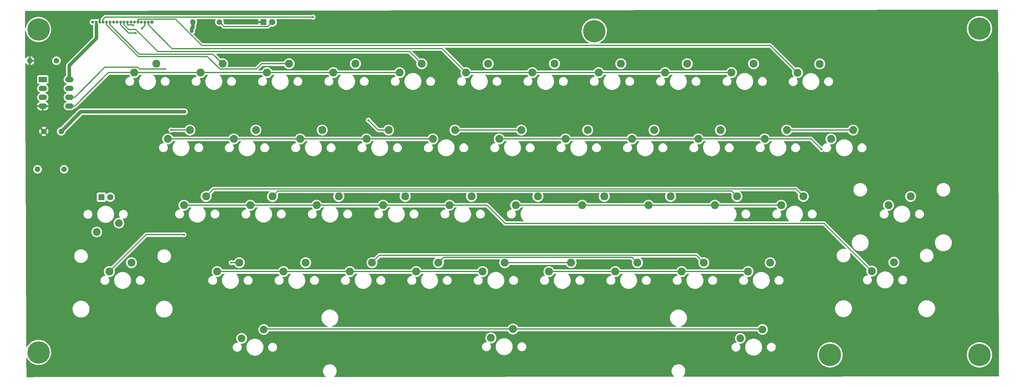
<source format=gbr>
G04 #@! TF.GenerationSoftware,KiCad,Pcbnew,(6.0.6)*
G04 #@! TF.CreationDate,2022-10-13T14:18:30-05:00*
G04 #@! TF.ProjectId,Keyboard,4b657962-6f61-4726-942e-6b696361645f,rev?*
G04 #@! TF.SameCoordinates,Original*
G04 #@! TF.FileFunction,Copper,L1,Top*
G04 #@! TF.FilePolarity,Positive*
%FSLAX46Y46*%
G04 Gerber Fmt 4.6, Leading zero omitted, Abs format (unit mm)*
G04 Created by KiCad (PCBNEW (6.0.6)) date 2022-10-13 14:18:30*
%MOMM*%
%LPD*%
G01*
G04 APERTURE LIST*
G04 #@! TA.AperFunction,ComponentPad*
%ADD10C,2.286000*%
G04 #@! TD*
G04 #@! TA.AperFunction,ComponentPad*
%ADD11C,2.200000*%
G04 #@! TD*
G04 #@! TA.AperFunction,ComponentPad*
%ADD12C,6.400000*%
G04 #@! TD*
G04 #@! TA.AperFunction,ComponentPad*
%ADD13R,0.850000X0.850000*%
G04 #@! TD*
G04 #@! TA.AperFunction,ComponentPad*
%ADD14O,0.850000X0.850000*%
G04 #@! TD*
G04 #@! TA.AperFunction,ComponentPad*
%ADD15C,1.600000*%
G04 #@! TD*
G04 #@! TA.AperFunction,ComponentPad*
%ADD16O,1.600000X1.600000*%
G04 #@! TD*
G04 #@! TA.AperFunction,ComponentPad*
%ADD17R,2.400000X1.600000*%
G04 #@! TD*
G04 #@! TA.AperFunction,ComponentPad*
%ADD18O,2.400000X1.600000*%
G04 #@! TD*
G04 #@! TA.AperFunction,ComponentPad*
%ADD19R,1.800000X1.800000*%
G04 #@! TD*
G04 #@! TA.AperFunction,ComponentPad*
%ADD20C,1.800000*%
G04 #@! TD*
G04 #@! TA.AperFunction,ViaPad*
%ADD21C,0.600000*%
G04 #@! TD*
G04 #@! TA.AperFunction,Conductor*
%ADD22C,0.750000*%
G04 #@! TD*
G04 #@! TA.AperFunction,Conductor*
%ADD23C,1.000000*%
G04 #@! TD*
G04 #@! TA.AperFunction,Conductor*
%ADD24C,0.375000*%
G04 #@! TD*
G04 APERTURE END LIST*
D10*
X245745000Y-119380000D03*
X239395000Y-121920000D03*
X74295000Y-119380000D03*
X67945000Y-121920000D03*
X93345000Y-119380000D03*
X86995000Y-121920000D03*
X112395000Y-119380000D03*
X106045000Y-121920000D03*
X131445000Y-119380000D03*
X125095000Y-121920000D03*
X150495000Y-119380000D03*
X144145000Y-121920000D03*
X169545000Y-119380000D03*
X163195000Y-121920000D03*
X188595000Y-119380000D03*
X182245000Y-121920000D03*
X207645000Y-119380000D03*
X201295000Y-121920000D03*
X226695000Y-119380000D03*
X220345000Y-121920000D03*
D11*
X248300000Y-195700000D03*
X241950000Y-198240000D03*
D10*
X264740000Y-119420000D03*
X258390000Y-121960000D03*
X274320000Y-138430000D03*
X267970000Y-140970000D03*
X260032000Y-157480000D03*
X253682000Y-160020000D03*
X231458000Y-176530000D03*
X225108000Y-179070000D03*
X250508000Y-176530000D03*
X244158000Y-179070000D03*
X88582500Y-157480000D03*
X82232500Y-160020000D03*
X174308000Y-176530000D03*
X167958000Y-179070000D03*
X136208000Y-176530000D03*
X129858000Y-179070000D03*
X126682000Y-157480000D03*
X120332000Y-160020000D03*
X121920000Y-138430000D03*
X115570000Y-140970000D03*
X145732000Y-157480000D03*
X139382000Y-160020000D03*
X164782000Y-157480000D03*
X158432000Y-160020000D03*
X183832000Y-157480000D03*
X177482000Y-160020000D03*
X217170000Y-138430000D03*
X210820000Y-140970000D03*
X202882000Y-157480000D03*
X196532000Y-160020000D03*
X221932000Y-157480000D03*
X215582000Y-160020000D03*
X240982000Y-157480000D03*
X234632000Y-160020000D03*
X212408000Y-176530000D03*
X206058000Y-179070000D03*
X193358000Y-176530000D03*
X187008000Y-179070000D03*
X236220000Y-138430000D03*
X229870000Y-140970000D03*
X255270000Y-138430000D03*
X248920000Y-140970000D03*
X83940000Y-138420000D03*
X77590000Y-140960000D03*
X140970000Y-138430000D03*
X134620000Y-140970000D03*
X107632000Y-157480000D03*
X101282000Y-160020000D03*
X160020000Y-138430000D03*
X153670000Y-140970000D03*
X198120000Y-138430000D03*
X191770000Y-140970000D03*
X155258000Y-176530000D03*
X148908000Y-179070000D03*
X102870000Y-138430000D03*
X96520000Y-140970000D03*
X117158000Y-176530000D03*
X110808000Y-179070000D03*
X179070000Y-138430000D03*
X172720000Y-140970000D03*
X98107500Y-176530000D03*
X91757500Y-179070000D03*
X67151200Y-176530000D03*
X60801200Y-179070000D03*
D11*
X57200000Y-167700000D03*
X63550000Y-165160000D03*
D10*
X176689000Y-195580000D03*
X170339000Y-198120000D03*
D11*
X105140000Y-195720000D03*
X98790000Y-198260000D03*
D10*
X286040000Y-176403000D03*
X279690000Y-178943000D03*
D12*
X267700000Y-203000000D03*
X40471000Y-109528000D03*
X310596000Y-203000000D03*
X40471000Y-202292000D03*
X200000000Y-110000000D03*
X310600000Y-109300000D03*
D10*
X290840000Y-157480000D03*
X284490000Y-160020000D03*
D13*
X73000000Y-107400000D03*
D14*
X72000000Y-107400000D03*
X71000000Y-107400000D03*
X70000000Y-107400000D03*
X69000000Y-107400000D03*
X68000000Y-107400000D03*
X67000000Y-107400000D03*
X66000000Y-107400000D03*
X65000000Y-107400000D03*
X64000000Y-107400000D03*
X63000000Y-107400000D03*
X62000000Y-107400000D03*
X61000000Y-107400000D03*
X60000000Y-107400000D03*
X59000000Y-107400000D03*
X58000000Y-107400000D03*
X57000000Y-107400000D03*
X56000000Y-107400000D03*
D15*
X45610000Y-118500000D03*
D16*
X37990000Y-118500000D03*
D17*
X41700000Y-123900000D03*
D18*
X41700000Y-126440000D03*
X41700000Y-128980000D03*
X41700000Y-131520000D03*
X49320000Y-131520000D03*
X49320000Y-128980000D03*
X49320000Y-126440000D03*
X49320000Y-123900000D03*
D19*
X58525000Y-157700000D03*
D20*
X61065000Y-157700000D03*
D15*
X47000000Y-138800000D03*
X42000000Y-138800000D03*
X92410000Y-107400000D03*
D16*
X84790000Y-107400000D03*
D19*
X105025000Y-107400000D03*
D20*
X107565000Y-107400000D03*
D15*
X47810000Y-149700000D03*
D16*
X40190000Y-149700000D03*
D21*
X84479800Y-110011400D03*
X82406000Y-133192800D03*
X67673800Y-108342400D03*
X95802700Y-176530000D03*
X78521900Y-138420000D03*
X135155800Y-135588000D03*
X119264900Y-105983600D03*
X76856900Y-120910900D03*
X265262900Y-143996000D03*
X82232500Y-168504400D03*
X70101800Y-109239300D03*
X68350900Y-110513100D03*
D22*
X57000000Y-107814214D02*
X57092893Y-107907107D01*
X57000000Y-107400000D02*
X57000000Y-107814214D01*
D23*
X57100000Y-112100000D02*
X57100000Y-108420001D01*
X49320000Y-119880000D02*
X57100000Y-112100000D01*
X49320000Y-123900000D02*
X49320000Y-119880000D01*
D24*
X93697900Y-108687900D02*
X92410000Y-107400000D01*
X106277100Y-108687900D02*
X93697900Y-108687900D01*
X107565000Y-107400000D02*
X106277100Y-108687900D01*
D23*
X52607200Y-133192800D02*
X47000000Y-138800000D01*
X82406000Y-133192800D02*
X52607200Y-133192800D01*
X84479800Y-109210500D02*
X84479800Y-110011400D01*
X84790000Y-108900300D02*
X84479800Y-109210500D01*
X84790000Y-107400000D02*
X84790000Y-108900300D01*
D24*
X66000000Y-107400000D02*
X66000000Y-108212800D01*
X67544200Y-108212800D02*
X67673800Y-108342400D01*
X66000000Y-108212800D02*
X67544200Y-108212800D01*
X98107500Y-176530000D02*
X95802700Y-176530000D01*
X255270000Y-138430000D02*
X274320000Y-138430000D01*
X83940000Y-138420000D02*
X78521900Y-138420000D01*
X257906400Y-155354400D02*
X260032000Y-157480000D01*
X90708100Y-155354400D02*
X257906400Y-155354400D01*
X88582500Y-157480000D02*
X90708100Y-155354400D01*
X90572100Y-116607100D02*
X93345000Y-119380000D01*
X69394300Y-116607100D02*
X90572100Y-116607100D01*
X61000000Y-108212800D02*
X69394300Y-116607100D01*
X61000000Y-107400000D02*
X61000000Y-108212800D01*
X239435300Y-155933300D02*
X240982000Y-157480000D01*
X109178700Y-155933300D02*
X239435300Y-155933300D01*
X107632000Y-157480000D02*
X109178700Y-155933300D01*
X104519700Y-119380000D02*
X112395000Y-119380000D01*
X102978000Y-120921700D02*
X104519700Y-119380000D01*
X92568300Y-120921700D02*
X102978000Y-120921700D01*
X88958900Y-117312300D02*
X92568300Y-120921700D01*
X69099500Y-117312300D02*
X88958900Y-117312300D01*
X60000000Y-108212800D02*
X69099500Y-117312300D01*
X60000000Y-107400000D02*
X60000000Y-108212800D01*
X138332600Y-174405400D02*
X136208000Y-176530000D01*
X229333400Y-174405400D02*
X138332600Y-174405400D01*
X231458000Y-176530000D02*
X229333400Y-174405400D01*
X137997800Y-138430000D02*
X135155800Y-135588000D01*
X140970000Y-138430000D02*
X137997800Y-138430000D01*
X156807300Y-174980700D02*
X155258000Y-176530000D01*
X210858700Y-174980700D02*
X156807300Y-174980700D01*
X212408000Y-176530000D02*
X210858700Y-174980700D01*
X59603600Y-105983600D02*
X119264900Y-105983600D01*
X59000000Y-106587200D02*
X59603600Y-105983600D01*
X59000000Y-107400000D02*
X59000000Y-106587200D01*
X179070000Y-138430000D02*
X160020000Y-138430000D01*
X193358000Y-176530000D02*
X174308000Y-176530000D01*
X146989500Y-115874500D02*
X150495000Y-119380000D01*
X74692000Y-115874500D02*
X146989500Y-115874500D01*
X68346400Y-109528900D02*
X74692000Y-115874500D01*
X66316100Y-109528900D02*
X68346400Y-109528900D01*
X65000000Y-108212800D02*
X66316100Y-109528900D01*
X65000000Y-107400000D02*
X65000000Y-108212800D01*
X105280000Y-195580000D02*
X176689000Y-195580000D01*
X105140000Y-195720000D02*
X105280000Y-195580000D01*
X248180000Y-195580000D02*
X248300000Y-195700000D01*
X176689000Y-195580000D02*
X248180000Y-195580000D01*
X49320000Y-128980000D02*
X50907800Y-128980000D01*
X69475900Y-120910900D02*
X76856900Y-120910900D01*
X68942200Y-120377200D02*
X69475900Y-120910900D01*
X59510600Y-120377200D02*
X68942200Y-120377200D01*
X50907800Y-128980000D02*
X59510600Y-120377200D01*
X187008000Y-179070000D02*
X206058000Y-179070000D01*
X206058000Y-179070000D02*
X225108000Y-179070000D01*
X244158000Y-179070000D02*
X225108000Y-179070000D01*
X69000000Y-107400000D02*
X69000000Y-106587200D01*
X250576900Y-114146900D02*
X258390000Y-121960000D01*
X87317300Y-114146900D02*
X250576900Y-114146900D01*
X79757600Y-106587200D02*
X87317300Y-114146900D01*
X69000000Y-106587200D02*
X79757600Y-106587200D01*
X215582000Y-160020000D02*
X196532000Y-160020000D01*
X196532000Y-160020000D02*
X177482000Y-160020000D01*
X215582000Y-160020000D02*
X234632000Y-160020000D01*
X234632000Y-160020000D02*
X253682000Y-160020000D01*
X172720000Y-140970000D02*
X191770000Y-140970000D01*
X191770000Y-140970000D02*
X210820000Y-140970000D01*
X229870000Y-140970000D02*
X210820000Y-140970000D01*
X229870000Y-140970000D02*
X248920000Y-140970000D01*
X262236900Y-140970000D02*
X265262900Y-143996000D01*
X248920000Y-140970000D02*
X262236900Y-140970000D01*
X72000000Y-107400000D02*
X72000000Y-108212800D01*
X201295000Y-121920000D02*
X182245000Y-121920000D01*
X182245000Y-121920000D02*
X163195000Y-121920000D01*
X201295000Y-121920000D02*
X220345000Y-121920000D01*
X220345000Y-121920000D02*
X239395000Y-121920000D01*
X78798900Y-115011700D02*
X72000000Y-108212800D01*
X156286700Y-115011700D02*
X78798900Y-115011700D01*
X163195000Y-121920000D02*
X156286700Y-115011700D01*
X91757500Y-179070000D02*
X110808000Y-179070000D01*
X110808000Y-179070000D02*
X129858000Y-179070000D01*
X129858000Y-179070000D02*
X148908000Y-179070000D01*
X148908000Y-179070000D02*
X167958000Y-179070000D01*
X71366800Y-168504400D02*
X82232500Y-168504400D01*
X60801200Y-179070000D02*
X71366800Y-168504400D01*
X101282000Y-160020000D02*
X82232500Y-160020000D01*
X169211400Y-160020000D02*
X158432000Y-160020000D01*
X174444500Y-165253100D02*
X169211400Y-160020000D01*
X266000100Y-165253100D02*
X174444500Y-165253100D01*
X279690000Y-178943000D02*
X266000100Y-165253100D01*
X158432000Y-160020000D02*
X139382000Y-160020000D01*
X139382000Y-160020000D02*
X120332000Y-160020000D01*
X120332000Y-160020000D02*
X101282000Y-160020000D01*
X71000000Y-108341100D02*
X70101800Y-109239300D01*
X71000000Y-107400000D02*
X71000000Y-108341100D01*
X66300300Y-110513100D02*
X68350900Y-110513100D01*
X64000000Y-108212800D02*
X66300300Y-110513100D01*
X64000000Y-107400000D02*
X64000000Y-108212800D01*
X153670000Y-140970000D02*
X134620000Y-140970000D01*
X134620000Y-140970000D02*
X115570000Y-140970000D01*
X77600000Y-140970000D02*
X96520000Y-140970000D01*
X77590000Y-140960000D02*
X77600000Y-140970000D01*
X96520000Y-140970000D02*
X115570000Y-140970000D01*
X144145000Y-121920000D02*
X125095000Y-121920000D01*
X125095000Y-121920000D02*
X106045000Y-121920000D01*
X106045000Y-121920000D02*
X86995000Y-121920000D01*
X86995000Y-121920000D02*
X67945000Y-121920000D01*
X60507800Y-121920000D02*
X67945000Y-121920000D01*
X50907800Y-131520000D02*
X60507800Y-121920000D01*
X49320000Y-131520000D02*
X50907800Y-131520000D01*
G04 #@! TA.AperFunction,Conductor*
G36*
X315842366Y-103920064D02*
G01*
X315888916Y-103973670D01*
X315900358Y-104025776D01*
X316199640Y-209073731D01*
X316179833Y-209141908D01*
X316126310Y-209188554D01*
X316073731Y-209200090D01*
X225637928Y-209264872D01*
X225569793Y-209244919D01*
X225523262Y-209191296D01*
X225513108Y-209121030D01*
X225542554Y-209056428D01*
X225549445Y-209049080D01*
X225655010Y-208945160D01*
X225658191Y-208942029D01*
X225826266Y-208721797D01*
X225961635Y-208480080D01*
X225965619Y-208469784D01*
X226034911Y-208290671D01*
X226061594Y-208221700D01*
X226067559Y-208195968D01*
X226103659Y-208040217D01*
X226124150Y-207951814D01*
X226148055Y-207675807D01*
X226132832Y-207399184D01*
X226078784Y-207127467D01*
X225986989Y-206866075D01*
X225859281Y-206620225D01*
X225822106Y-206568203D01*
X225700793Y-206398444D01*
X225698205Y-206394822D01*
X225506977Y-206194364D01*
X225289412Y-206022849D01*
X225181545Y-205960195D01*
X225053698Y-205885935D01*
X225053692Y-205885932D01*
X225049851Y-205883701D01*
X224793074Y-205779696D01*
X224788761Y-205778625D01*
X224788756Y-205778623D01*
X224528525Y-205713981D01*
X224528520Y-205713980D01*
X224524204Y-205712908D01*
X224519776Y-205712454D01*
X224519774Y-205712454D01*
X224445905Y-205704886D01*
X224287930Y-205688700D01*
X224116426Y-205688700D01*
X223910651Y-205703270D01*
X223906296Y-205704208D01*
X223906293Y-205704208D01*
X223644172Y-205760641D01*
X223644170Y-205760642D01*
X223639816Y-205761579D01*
X223635630Y-205763123D01*
X223635631Y-205763123D01*
X223384080Y-205855924D01*
X223384078Y-205855925D01*
X223379898Y-205857467D01*
X223375979Y-205859581D01*
X223375978Y-205859582D01*
X223140001Y-205986909D01*
X223136085Y-205989022D01*
X222913239Y-206153618D01*
X222910060Y-206156747D01*
X222910057Y-206156750D01*
X222871848Y-206194364D01*
X222715809Y-206347971D01*
X222713103Y-206351517D01*
X222555672Y-206557802D01*
X222547734Y-206568203D01*
X222412365Y-206809920D01*
X222312406Y-207068300D01*
X222311403Y-207072625D01*
X222311402Y-207072630D01*
X222277061Y-207220788D01*
X222249850Y-207338186D01*
X222225945Y-207614193D01*
X222241168Y-207890816D01*
X222295216Y-208162533D01*
X222387011Y-208423925D01*
X222514719Y-208669775D01*
X222517301Y-208673388D01*
X222517304Y-208673393D01*
X222553512Y-208724060D01*
X222675795Y-208895178D01*
X222678867Y-208898398D01*
X222827284Y-209053979D01*
X222859831Y-209117076D01*
X222853100Y-209187752D01*
X222809226Y-209243570D01*
X222736204Y-209266951D01*
X125489052Y-209336612D01*
X125420917Y-209316659D01*
X125374386Y-209263036D01*
X125364232Y-209192770D01*
X125393678Y-209128168D01*
X125400552Y-209120837D01*
X125582191Y-208942029D01*
X125750266Y-208721797D01*
X125885635Y-208480080D01*
X125889619Y-208469784D01*
X125958911Y-208290671D01*
X125985594Y-208221700D01*
X125991559Y-208195968D01*
X126027659Y-208040217D01*
X126048150Y-207951814D01*
X126072055Y-207675807D01*
X126056832Y-207399184D01*
X126002784Y-207127467D01*
X125910989Y-206866075D01*
X125783281Y-206620225D01*
X125746106Y-206568203D01*
X125624793Y-206398444D01*
X125622205Y-206394822D01*
X125430977Y-206194364D01*
X125213412Y-206022849D01*
X125105545Y-205960195D01*
X124977698Y-205885935D01*
X124977692Y-205885932D01*
X124973851Y-205883701D01*
X124717074Y-205779696D01*
X124712761Y-205778625D01*
X124712756Y-205778623D01*
X124452525Y-205713981D01*
X124452520Y-205713980D01*
X124448204Y-205712908D01*
X124443776Y-205712454D01*
X124443774Y-205712454D01*
X124369905Y-205704886D01*
X124211930Y-205688700D01*
X124040426Y-205688700D01*
X123834651Y-205703270D01*
X123830296Y-205704208D01*
X123830293Y-205704208D01*
X123568172Y-205760641D01*
X123568170Y-205760642D01*
X123563816Y-205761579D01*
X123559630Y-205763123D01*
X123559631Y-205763123D01*
X123308080Y-205855924D01*
X123308078Y-205855925D01*
X123303898Y-205857467D01*
X123299979Y-205859581D01*
X123299978Y-205859582D01*
X123064001Y-205986909D01*
X123060085Y-205989022D01*
X122837239Y-206153618D01*
X122834060Y-206156747D01*
X122834057Y-206156750D01*
X122795848Y-206194364D01*
X122639809Y-206347971D01*
X122637103Y-206351517D01*
X122479672Y-206557802D01*
X122471734Y-206568203D01*
X122336365Y-206809920D01*
X122236406Y-207068300D01*
X122235403Y-207072625D01*
X122235402Y-207072630D01*
X122201061Y-207220788D01*
X122173850Y-207338186D01*
X122149945Y-207614193D01*
X122165168Y-207890816D01*
X122219216Y-208162533D01*
X122311011Y-208423925D01*
X122438719Y-208669775D01*
X122441301Y-208673388D01*
X122441304Y-208673393D01*
X122477512Y-208724060D01*
X122599795Y-208895178D01*
X122791023Y-209095636D01*
X122794513Y-209098387D01*
X122794517Y-209098391D01*
X122803949Y-209105826D01*
X122813855Y-209113635D01*
X122854968Y-209171515D01*
X122858262Y-209242435D01*
X122822691Y-209303878D01*
X122759548Y-209336336D01*
X122735944Y-209338585D01*
X41078956Y-209397078D01*
X37125611Y-209399910D01*
X37057476Y-209379957D01*
X37010945Y-209326334D01*
X36999522Y-209274389D01*
X36999240Y-209200000D01*
X36979336Y-203965358D01*
X36999079Y-203897162D01*
X37052557Y-203850465D01*
X37122792Y-203840094D01*
X37187485Y-203869342D01*
X37217602Y-203907676D01*
X37319521Y-204107703D01*
X37319525Y-204107710D01*
X37321019Y-204110642D01*
X37528375Y-204429942D01*
X37767970Y-204725819D01*
X38037181Y-204995030D01*
X38333058Y-205234625D01*
X38652357Y-205441981D01*
X38828673Y-205531818D01*
X38988648Y-205613330D01*
X38988655Y-205613333D01*
X38991583Y-205614825D01*
X38994655Y-205616004D01*
X38994659Y-205616006D01*
X39123717Y-205665547D01*
X39347017Y-205751264D01*
X39714766Y-205849802D01*
X39914569Y-205881448D01*
X40087552Y-205908846D01*
X40087560Y-205908847D01*
X40090800Y-205909360D01*
X40471000Y-205929285D01*
X40851200Y-205909360D01*
X40854440Y-205908847D01*
X40854448Y-205908846D01*
X41027431Y-205881448D01*
X41227234Y-205849802D01*
X41594983Y-205751264D01*
X41818283Y-205665547D01*
X41947341Y-205616006D01*
X41947345Y-205616004D01*
X41950417Y-205614825D01*
X41953345Y-205613333D01*
X41953352Y-205613330D01*
X42113327Y-205531818D01*
X42289643Y-205441981D01*
X42608942Y-205234625D01*
X42904819Y-204995030D01*
X43174030Y-204725819D01*
X43413625Y-204429942D01*
X43620981Y-204110642D01*
X43710787Y-203934387D01*
X43792330Y-203774352D01*
X43792333Y-203774345D01*
X43793825Y-203771417D01*
X43930264Y-203415983D01*
X44028802Y-203048234D01*
X44062808Y-202833530D01*
X44087846Y-202675448D01*
X44087847Y-202675440D01*
X44088360Y-202672200D01*
X44108285Y-202292000D01*
X44088360Y-201911800D01*
X44086870Y-201902388D01*
X44060448Y-201735569D01*
X44028802Y-201535766D01*
X43930264Y-201168017D01*
X43819012Y-200878197D01*
X43795006Y-200815659D01*
X43795004Y-200815655D01*
X43793825Y-200812583D01*
X43790204Y-200805475D01*
X43787414Y-200800000D01*
X96232802Y-200800000D01*
X96252357Y-201023520D01*
X96310430Y-201240248D01*
X96337856Y-201299064D01*
X96402928Y-201438612D01*
X96402931Y-201438617D01*
X96405254Y-201443599D01*
X96408410Y-201448106D01*
X96408411Y-201448108D01*
X96524283Y-201613590D01*
X96533949Y-201627395D01*
X96692605Y-201786051D01*
X96697113Y-201789208D01*
X96697116Y-201789210D01*
X96853809Y-201898927D01*
X96876401Y-201914746D01*
X96881383Y-201917069D01*
X96881388Y-201917072D01*
X96984683Y-201965239D01*
X97079752Y-202009570D01*
X97296480Y-202067643D01*
X97348332Y-202072179D01*
X97461289Y-202082062D01*
X97461298Y-202082062D01*
X97464014Y-202082300D01*
X97575986Y-202082300D01*
X97578702Y-202082062D01*
X97578711Y-202082062D01*
X97691668Y-202072179D01*
X97743520Y-202067643D01*
X97960248Y-202009570D01*
X98055317Y-201965239D01*
X98158612Y-201917072D01*
X98158617Y-201917069D01*
X98163599Y-201914746D01*
X98186191Y-201898927D01*
X98342884Y-201789210D01*
X98342887Y-201789208D01*
X98347395Y-201786051D01*
X98506051Y-201627395D01*
X98515718Y-201613590D01*
X98631589Y-201448108D01*
X98631590Y-201448106D01*
X98634746Y-201443599D01*
X98637069Y-201438617D01*
X98637072Y-201438612D01*
X98702144Y-201299064D01*
X98729570Y-201240248D01*
X98787643Y-201023520D01*
X98807198Y-200800000D01*
X98798269Y-200697936D01*
X100164830Y-200697936D01*
X100164917Y-200701937D01*
X100164917Y-200701945D01*
X100171498Y-201003520D01*
X100171600Y-201008187D01*
X100172197Y-201012155D01*
X100172197Y-201012160D01*
X100185487Y-201100557D01*
X100217736Y-201315064D01*
X100302492Y-201613590D01*
X100304072Y-201617286D01*
X100304073Y-201617288D01*
X100310061Y-201631292D01*
X100424493Y-201898927D01*
X100426523Y-201902381D01*
X100426527Y-201902388D01*
X100477779Y-201989570D01*
X100581762Y-202166450D01*
X100771748Y-202411821D01*
X100774598Y-202414666D01*
X100976793Y-202616507D01*
X100991373Y-202631062D01*
X100994554Y-202633516D01*
X101213792Y-202802657D01*
X101237075Y-202820620D01*
X101240554Y-202822657D01*
X101470714Y-202957421D01*
X101504871Y-202977421D01*
X101508556Y-202978989D01*
X101508560Y-202978991D01*
X101587758Y-203012690D01*
X101790421Y-203098924D01*
X101910059Y-203132666D01*
X102085222Y-203182067D01*
X102085226Y-203182068D01*
X102089095Y-203183159D01*
X102262367Y-203208900D01*
X102392752Y-203228270D01*
X102392754Y-203228270D01*
X102396051Y-203228760D01*
X102399382Y-203228900D01*
X102399386Y-203228900D01*
X102436432Y-203230452D01*
X102480513Y-203232300D01*
X102678506Y-203232300D01*
X102804544Y-203224260D01*
X102905688Y-203217808D01*
X102905693Y-203217807D01*
X102909696Y-203217552D01*
X102913633Y-203216790D01*
X102913635Y-203216790D01*
X103011745Y-203197808D01*
X103214371Y-203158605D01*
X103218186Y-203157347D01*
X103218190Y-203157346D01*
X103505263Y-203062684D01*
X103505268Y-203062682D01*
X103509086Y-203061423D01*
X103789064Y-202927580D01*
X103792429Y-202925407D01*
X103792433Y-202925405D01*
X104046400Y-202761421D01*
X104046406Y-202761416D01*
X104049766Y-202759247D01*
X104286966Y-202559152D01*
X104496818Y-202330539D01*
X104675921Y-202077115D01*
X104821370Y-201802987D01*
X104827753Y-201786051D01*
X104929392Y-201516361D01*
X104929394Y-201516355D01*
X104930809Y-201512600D01*
X104979231Y-201308559D01*
X105001534Y-201214577D01*
X105001535Y-201214572D01*
X105002463Y-201210661D01*
X105035170Y-200902064D01*
X105034650Y-200878197D01*
X105032944Y-200800000D01*
X106392802Y-200800000D01*
X106412357Y-201023520D01*
X106470430Y-201240248D01*
X106497856Y-201299064D01*
X106562928Y-201438612D01*
X106562931Y-201438617D01*
X106565254Y-201443599D01*
X106568410Y-201448106D01*
X106568411Y-201448108D01*
X106684283Y-201613590D01*
X106693949Y-201627395D01*
X106852605Y-201786051D01*
X106857113Y-201789208D01*
X106857116Y-201789210D01*
X107013809Y-201898927D01*
X107036401Y-201914746D01*
X107041383Y-201917069D01*
X107041388Y-201917072D01*
X107144683Y-201965239D01*
X107239752Y-202009570D01*
X107456480Y-202067643D01*
X107508332Y-202072179D01*
X107621289Y-202082062D01*
X107621298Y-202082062D01*
X107624014Y-202082300D01*
X107735986Y-202082300D01*
X107738702Y-202082062D01*
X107738711Y-202082062D01*
X107851668Y-202072179D01*
X107903520Y-202067643D01*
X108120248Y-202009570D01*
X108215317Y-201965239D01*
X108318612Y-201917072D01*
X108318617Y-201917069D01*
X108323599Y-201914746D01*
X108346191Y-201898927D01*
X108502884Y-201789210D01*
X108502887Y-201789208D01*
X108507395Y-201786051D01*
X108666051Y-201627395D01*
X108675718Y-201613590D01*
X108791589Y-201448108D01*
X108791590Y-201448106D01*
X108794746Y-201443599D01*
X108797069Y-201438617D01*
X108797072Y-201438612D01*
X108862144Y-201299064D01*
X108889570Y-201240248D01*
X108947643Y-201023520D01*
X108967198Y-200800000D01*
X108954950Y-200660000D01*
X167780898Y-200660000D01*
X167800467Y-200883677D01*
X167801891Y-200888990D01*
X167801891Y-200888992D01*
X167851343Y-201073547D01*
X167858580Y-201100557D01*
X167860902Y-201105538D01*
X167860903Y-201105539D01*
X167951145Y-201299064D01*
X167951148Y-201299069D01*
X167953471Y-201304051D01*
X168002852Y-201374574D01*
X168073345Y-201475248D01*
X168082257Y-201487976D01*
X168241024Y-201646743D01*
X168245532Y-201649900D01*
X168245535Y-201649902D01*
X168255265Y-201656715D01*
X168424949Y-201775529D01*
X168429931Y-201777852D01*
X168429936Y-201777855D01*
X168623461Y-201868097D01*
X168628443Y-201870420D01*
X168633751Y-201871842D01*
X168633753Y-201871843D01*
X168840008Y-201927109D01*
X168840010Y-201927109D01*
X168845323Y-201928533D01*
X168942915Y-201937071D01*
X169010245Y-201942962D01*
X169010252Y-201942962D01*
X169012969Y-201943200D01*
X169125031Y-201943200D01*
X169127748Y-201942962D01*
X169127755Y-201942962D01*
X169195085Y-201937071D01*
X169292677Y-201928533D01*
X169297990Y-201927109D01*
X169297992Y-201927109D01*
X169504247Y-201871843D01*
X169504249Y-201871842D01*
X169509557Y-201870420D01*
X169514539Y-201868097D01*
X169708064Y-201777855D01*
X169708069Y-201777852D01*
X169713051Y-201775529D01*
X169882735Y-201656715D01*
X169892465Y-201649902D01*
X169892468Y-201649900D01*
X169896976Y-201646743D01*
X170055743Y-201487976D01*
X170064656Y-201475248D01*
X170135148Y-201374574D01*
X170184529Y-201304051D01*
X170186852Y-201299069D01*
X170186855Y-201299064D01*
X170277097Y-201105539D01*
X170277098Y-201105538D01*
X170279420Y-201100557D01*
X170286658Y-201073547D01*
X170336109Y-200888992D01*
X170336109Y-200888990D01*
X170337533Y-200883677D01*
X170357102Y-200660000D01*
X170348195Y-200558192D01*
X171719938Y-200558192D01*
X171720025Y-200562193D01*
X171720025Y-200562200D01*
X171726602Y-200863649D01*
X171726690Y-200867665D01*
X171772711Y-201173772D01*
X171773807Y-201177632D01*
X171773808Y-201177637D01*
X171808283Y-201299064D01*
X171857255Y-201471550D01*
X171978950Y-201756171D01*
X172135824Y-202023023D01*
X172325334Y-202267778D01*
X172544407Y-202486470D01*
X172547588Y-202488924D01*
X172547589Y-202488925D01*
X172780884Y-202668910D01*
X172789493Y-202675552D01*
X172792972Y-202677589D01*
X173040730Y-202822657D01*
X173056618Y-202831960D01*
X173060303Y-202833528D01*
X173060307Y-202833530D01*
X173199035Y-202892559D01*
X173341452Y-202953158D01*
X173639376Y-203037182D01*
X173735239Y-203051423D01*
X173942262Y-203082178D01*
X173942269Y-203082179D01*
X173945563Y-203082668D01*
X173948896Y-203082808D01*
X173948899Y-203082808D01*
X173978202Y-203084036D01*
X174029829Y-203086200D01*
X174227304Y-203086200D01*
X174352467Y-203078216D01*
X174453911Y-203071745D01*
X174453916Y-203071744D01*
X174457919Y-203071489D01*
X174461858Y-203070727D01*
X174757893Y-203013452D01*
X174757897Y-203013451D01*
X174761830Y-203012690D01*
X175055806Y-202915751D01*
X175335082Y-202782244D01*
X175338447Y-202780071D01*
X175338451Y-202780069D01*
X175591764Y-202616507D01*
X175591770Y-202616502D01*
X175595130Y-202614333D01*
X175831735Y-202414740D01*
X175969560Y-202264594D01*
X176038346Y-202189659D01*
X176038348Y-202189657D01*
X176041061Y-202186701D01*
X176219714Y-201933912D01*
X176364799Y-201660472D01*
X176473963Y-201370813D01*
X176517665Y-201186659D01*
X176544508Y-201073547D01*
X176544509Y-201073542D01*
X176545437Y-201069631D01*
X176578062Y-200761808D01*
X176577737Y-200746887D01*
X176575841Y-200660000D01*
X177940898Y-200660000D01*
X177960467Y-200883677D01*
X177961891Y-200888990D01*
X177961891Y-200888992D01*
X178011343Y-201073547D01*
X178018580Y-201100557D01*
X178020902Y-201105538D01*
X178020903Y-201105539D01*
X178111145Y-201299064D01*
X178111148Y-201299069D01*
X178113471Y-201304051D01*
X178162852Y-201374574D01*
X178233345Y-201475248D01*
X178242257Y-201487976D01*
X178401024Y-201646743D01*
X178405532Y-201649900D01*
X178405535Y-201649902D01*
X178415265Y-201656715D01*
X178584949Y-201775529D01*
X178589931Y-201777852D01*
X178589936Y-201777855D01*
X178783461Y-201868097D01*
X178788443Y-201870420D01*
X178793751Y-201871842D01*
X178793753Y-201871843D01*
X179000008Y-201927109D01*
X179000010Y-201927109D01*
X179005323Y-201928533D01*
X179102915Y-201937071D01*
X179170245Y-201942962D01*
X179170252Y-201942962D01*
X179172969Y-201943200D01*
X179285031Y-201943200D01*
X179287748Y-201942962D01*
X179287755Y-201942962D01*
X179355085Y-201937071D01*
X179452677Y-201928533D01*
X179457990Y-201927109D01*
X179457992Y-201927109D01*
X179664247Y-201871843D01*
X179664249Y-201871842D01*
X179669557Y-201870420D01*
X179674539Y-201868097D01*
X179868064Y-201777855D01*
X179868069Y-201777852D01*
X179873051Y-201775529D01*
X180042735Y-201656715D01*
X180052465Y-201649902D01*
X180052468Y-201649900D01*
X180056976Y-201646743D01*
X180215743Y-201487976D01*
X180224656Y-201475248D01*
X180295148Y-201374574D01*
X180344529Y-201304051D01*
X180346852Y-201299069D01*
X180346855Y-201299064D01*
X180437097Y-201105539D01*
X180437098Y-201105538D01*
X180439420Y-201100557D01*
X180446658Y-201073547D01*
X180496109Y-200888992D01*
X180496109Y-200888990D01*
X180497533Y-200883677D01*
X180506603Y-200780000D01*
X239392802Y-200780000D01*
X239412357Y-201003520D01*
X239470430Y-201220248D01*
X239509508Y-201304051D01*
X239562928Y-201418612D01*
X239562931Y-201418617D01*
X239565254Y-201423599D01*
X239568410Y-201428106D01*
X239568411Y-201428108D01*
X239684283Y-201593590D01*
X239693949Y-201607395D01*
X239852605Y-201766051D01*
X239857113Y-201769208D01*
X239857116Y-201769210D01*
X240003692Y-201871843D01*
X240036401Y-201894746D01*
X240041383Y-201897069D01*
X240041388Y-201897072D01*
X240120393Y-201933912D01*
X240239752Y-201989570D01*
X240456480Y-202047643D01*
X240508332Y-202052179D01*
X240621289Y-202062062D01*
X240621298Y-202062062D01*
X240624014Y-202062300D01*
X240735986Y-202062300D01*
X240738702Y-202062062D01*
X240738711Y-202062062D01*
X240851668Y-202052179D01*
X240903520Y-202047643D01*
X241120248Y-201989570D01*
X241239607Y-201933912D01*
X241318612Y-201897072D01*
X241318617Y-201897069D01*
X241323599Y-201894746D01*
X241356308Y-201871843D01*
X241502884Y-201769210D01*
X241502887Y-201769208D01*
X241507395Y-201766051D01*
X241666051Y-201607395D01*
X241675718Y-201593590D01*
X241791589Y-201428108D01*
X241791590Y-201428106D01*
X241794746Y-201423599D01*
X241797069Y-201418617D01*
X241797072Y-201418612D01*
X241850492Y-201304051D01*
X241889570Y-201220248D01*
X241947643Y-201003520D01*
X241967198Y-200780000D01*
X241958269Y-200677936D01*
X243324830Y-200677936D01*
X243324917Y-200681937D01*
X243324917Y-200681945D01*
X243331512Y-200984169D01*
X243331600Y-200988187D01*
X243332197Y-200992155D01*
X243332197Y-200992160D01*
X243343844Y-201069631D01*
X243377736Y-201295064D01*
X243462492Y-201593590D01*
X243464072Y-201597286D01*
X243464073Y-201597288D01*
X243475017Y-201622884D01*
X243584493Y-201878927D01*
X243586523Y-201882381D01*
X243586527Y-201882388D01*
X243616817Y-201933912D01*
X243741762Y-202146450D01*
X243931748Y-202391821D01*
X244151373Y-202611062D01*
X244397075Y-202800620D01*
X244400554Y-202802657D01*
X244616863Y-202929311D01*
X244664871Y-202957421D01*
X244668556Y-202958989D01*
X244668560Y-202958991D01*
X244794761Y-203012690D01*
X244950421Y-203078924D01*
X245025197Y-203100013D01*
X245245222Y-203162067D01*
X245245226Y-203162068D01*
X245249095Y-203163159D01*
X245473216Y-203196454D01*
X245552752Y-203208270D01*
X245552754Y-203208270D01*
X245556051Y-203208760D01*
X245559382Y-203208900D01*
X245559386Y-203208900D01*
X245596432Y-203210452D01*
X245640513Y-203212300D01*
X245838506Y-203212300D01*
X245964544Y-203204260D01*
X246065688Y-203197808D01*
X246065693Y-203197807D01*
X246069696Y-203197552D01*
X246073633Y-203196790D01*
X246073635Y-203196790D01*
X246149732Y-203182067D01*
X246374371Y-203138605D01*
X246378186Y-203137347D01*
X246378190Y-203137346D01*
X246665263Y-203042684D01*
X246665268Y-203042682D01*
X246669086Y-203041423D01*
X246755736Y-203000000D01*
X264062715Y-203000000D01*
X264082640Y-203380200D01*
X264142198Y-203756234D01*
X264240736Y-204123983D01*
X264377175Y-204479417D01*
X264550019Y-204818642D01*
X264757375Y-205137942D01*
X264996970Y-205433819D01*
X265266181Y-205703030D01*
X265562058Y-205942625D01*
X265881357Y-206149981D01*
X266057673Y-206239818D01*
X266217648Y-206321330D01*
X266217655Y-206321333D01*
X266220583Y-206322825D01*
X266223655Y-206324004D01*
X266223659Y-206324006D01*
X266286090Y-206347971D01*
X266576017Y-206459264D01*
X266943766Y-206557802D01*
X267143569Y-206589448D01*
X267316552Y-206616846D01*
X267316560Y-206616847D01*
X267319800Y-206617360D01*
X267700000Y-206637285D01*
X268080200Y-206617360D01*
X268083440Y-206616847D01*
X268083448Y-206616846D01*
X268256431Y-206589448D01*
X268456234Y-206557802D01*
X268823983Y-206459264D01*
X269113910Y-206347971D01*
X269176341Y-206324006D01*
X269176345Y-206324004D01*
X269179417Y-206322825D01*
X269182345Y-206321333D01*
X269182352Y-206321330D01*
X269342327Y-206239818D01*
X269518643Y-206149981D01*
X269837942Y-205942625D01*
X270133819Y-205703030D01*
X270403030Y-205433819D01*
X270642625Y-205137942D01*
X270849981Y-204818642D01*
X271022825Y-204479417D01*
X271159264Y-204123983D01*
X271257802Y-203756234D01*
X271317360Y-203380200D01*
X271337285Y-203000000D01*
X306958715Y-203000000D01*
X306978640Y-203380200D01*
X307038198Y-203756234D01*
X307136736Y-204123983D01*
X307273175Y-204479417D01*
X307446019Y-204818642D01*
X307653375Y-205137942D01*
X307892970Y-205433819D01*
X308162181Y-205703030D01*
X308458058Y-205942625D01*
X308777357Y-206149981D01*
X308953673Y-206239818D01*
X309113648Y-206321330D01*
X309113655Y-206321333D01*
X309116583Y-206322825D01*
X309119655Y-206324004D01*
X309119659Y-206324006D01*
X309182090Y-206347971D01*
X309472017Y-206459264D01*
X309839766Y-206557802D01*
X310039569Y-206589448D01*
X310212552Y-206616846D01*
X310212560Y-206616847D01*
X310215800Y-206617360D01*
X310596000Y-206637285D01*
X310976200Y-206617360D01*
X310979440Y-206616847D01*
X310979448Y-206616846D01*
X311152431Y-206589448D01*
X311352234Y-206557802D01*
X311719983Y-206459264D01*
X312009910Y-206347971D01*
X312072341Y-206324006D01*
X312072345Y-206324004D01*
X312075417Y-206322825D01*
X312078345Y-206321333D01*
X312078352Y-206321330D01*
X312238327Y-206239818D01*
X312414643Y-206149981D01*
X312733942Y-205942625D01*
X313029819Y-205703030D01*
X313299030Y-205433819D01*
X313538625Y-205137942D01*
X313745981Y-204818642D01*
X313918825Y-204479417D01*
X314055264Y-204123983D01*
X314153802Y-203756234D01*
X314213360Y-203380200D01*
X314233285Y-203000000D01*
X314213360Y-202619800D01*
X314212839Y-202616507D01*
X314180413Y-202411781D01*
X314153802Y-202243766D01*
X314055264Y-201876017D01*
X313961322Y-201631292D01*
X313920006Y-201523659D01*
X313920004Y-201523655D01*
X313918825Y-201520583D01*
X313914758Y-201512600D01*
X313762907Y-201214577D01*
X313745981Y-201181358D01*
X313538625Y-200862058D01*
X313307370Y-200576480D01*
X313301104Y-200568742D01*
X313301102Y-200568740D01*
X313299030Y-200566181D01*
X313029819Y-200296970D01*
X312733942Y-200057375D01*
X312414643Y-199850019D01*
X312165285Y-199722965D01*
X312078352Y-199678670D01*
X312078345Y-199678667D01*
X312075417Y-199677175D01*
X312072345Y-199675996D01*
X312072341Y-199675994D01*
X311892410Y-199606925D01*
X311719983Y-199540736D01*
X311352234Y-199442198D01*
X311151324Y-199410377D01*
X310979448Y-199383154D01*
X310979440Y-199383153D01*
X310976200Y-199382640D01*
X310596000Y-199362715D01*
X310215800Y-199382640D01*
X310212560Y-199383153D01*
X310212552Y-199383154D01*
X310040676Y-199410377D01*
X309839766Y-199442198D01*
X309472017Y-199540736D01*
X309299590Y-199606925D01*
X309119659Y-199675994D01*
X309119655Y-199675996D01*
X309116583Y-199677175D01*
X309113655Y-199678667D01*
X309113648Y-199678670D01*
X308956968Y-199758503D01*
X308777358Y-199850019D01*
X308458058Y-200057375D01*
X308162181Y-200296970D01*
X307892970Y-200566181D01*
X307890898Y-200568740D01*
X307890896Y-200568742D01*
X307884630Y-200576480D01*
X307653375Y-200862058D01*
X307446019Y-201181358D01*
X307429093Y-201214577D01*
X307277243Y-201512600D01*
X307273175Y-201520583D01*
X307271996Y-201523655D01*
X307271994Y-201523659D01*
X307230678Y-201631292D01*
X307136736Y-201876017D01*
X307038198Y-202243766D01*
X307011587Y-202411781D01*
X306979162Y-202616507D01*
X306978640Y-202619800D01*
X306958715Y-203000000D01*
X271337285Y-203000000D01*
X271317360Y-202619800D01*
X271316839Y-202616507D01*
X271284413Y-202411781D01*
X271257802Y-202243766D01*
X271159264Y-201876017D01*
X271065322Y-201631292D01*
X271024006Y-201523659D01*
X271024004Y-201523655D01*
X271022825Y-201520583D01*
X271018758Y-201512600D01*
X270866907Y-201214577D01*
X270849981Y-201181358D01*
X270642625Y-200862058D01*
X270411370Y-200576480D01*
X270405104Y-200568742D01*
X270405102Y-200568740D01*
X270403030Y-200566181D01*
X270133819Y-200296970D01*
X269837942Y-200057375D01*
X269518643Y-199850019D01*
X269269285Y-199722965D01*
X269182352Y-199678670D01*
X269182345Y-199678667D01*
X269179417Y-199677175D01*
X269176345Y-199675996D01*
X269176341Y-199675994D01*
X268996410Y-199606925D01*
X268823983Y-199540736D01*
X268456234Y-199442198D01*
X268255324Y-199410377D01*
X268083448Y-199383154D01*
X268083440Y-199383153D01*
X268080200Y-199382640D01*
X267700000Y-199362715D01*
X267319800Y-199382640D01*
X267316560Y-199383153D01*
X267316552Y-199383154D01*
X267144676Y-199410377D01*
X266943766Y-199442198D01*
X266576017Y-199540736D01*
X266403590Y-199606925D01*
X266223659Y-199675994D01*
X266223655Y-199675996D01*
X266220583Y-199677175D01*
X266217655Y-199678667D01*
X266217648Y-199678670D01*
X266060968Y-199758503D01*
X265881358Y-199850019D01*
X265562058Y-200057375D01*
X265266181Y-200296970D01*
X264996970Y-200566181D01*
X264994898Y-200568740D01*
X264994896Y-200568742D01*
X264988630Y-200576480D01*
X264757375Y-200862058D01*
X264550019Y-201181358D01*
X264533093Y-201214577D01*
X264381243Y-201512600D01*
X264377175Y-201520583D01*
X264375996Y-201523655D01*
X264375994Y-201523659D01*
X264334678Y-201631292D01*
X264240736Y-201876017D01*
X264142198Y-202243766D01*
X264115587Y-202411781D01*
X264083162Y-202616507D01*
X264082640Y-202619800D01*
X264062715Y-203000000D01*
X246755736Y-203000000D01*
X246949064Y-202907580D01*
X246952429Y-202905407D01*
X246952433Y-202905405D01*
X247206400Y-202741421D01*
X247206406Y-202741416D01*
X247209766Y-202739247D01*
X247446966Y-202539152D01*
X247635744Y-202333497D01*
X247654103Y-202313497D01*
X247654105Y-202313495D01*
X247656818Y-202310539D01*
X247835921Y-202057115D01*
X247981370Y-201782987D01*
X247987753Y-201766051D01*
X248089392Y-201496361D01*
X248089394Y-201496355D01*
X248090809Y-201492600D01*
X248138628Y-201291098D01*
X248161534Y-201194577D01*
X248161535Y-201194572D01*
X248162463Y-201190661D01*
X248195170Y-200882064D01*
X248194943Y-200871635D01*
X248192943Y-200780000D01*
X249552802Y-200780000D01*
X249572357Y-201003520D01*
X249630430Y-201220248D01*
X249669508Y-201304051D01*
X249722928Y-201418612D01*
X249722931Y-201418617D01*
X249725254Y-201423599D01*
X249728410Y-201428106D01*
X249728411Y-201428108D01*
X249844283Y-201593590D01*
X249853949Y-201607395D01*
X250012605Y-201766051D01*
X250017113Y-201769208D01*
X250017116Y-201769210D01*
X250163692Y-201871843D01*
X250196401Y-201894746D01*
X250201383Y-201897069D01*
X250201388Y-201897072D01*
X250280393Y-201933912D01*
X250399752Y-201989570D01*
X250616480Y-202047643D01*
X250668332Y-202052179D01*
X250781289Y-202062062D01*
X250781298Y-202062062D01*
X250784014Y-202062300D01*
X250895986Y-202062300D01*
X250898702Y-202062062D01*
X250898711Y-202062062D01*
X251011668Y-202052179D01*
X251063520Y-202047643D01*
X251280248Y-201989570D01*
X251399607Y-201933912D01*
X251478612Y-201897072D01*
X251478617Y-201897069D01*
X251483599Y-201894746D01*
X251516308Y-201871843D01*
X251662884Y-201769210D01*
X251662887Y-201769208D01*
X251667395Y-201766051D01*
X251826051Y-201607395D01*
X251835718Y-201593590D01*
X251951589Y-201428108D01*
X251951590Y-201428106D01*
X251954746Y-201423599D01*
X251957069Y-201418617D01*
X251957072Y-201418612D01*
X252010492Y-201304051D01*
X252049570Y-201220248D01*
X252107643Y-201003520D01*
X252127198Y-200780000D01*
X252107643Y-200556480D01*
X252049570Y-200339752D01*
X251966398Y-200161388D01*
X251957072Y-200141388D01*
X251957069Y-200141383D01*
X251954746Y-200136401D01*
X251917802Y-200083639D01*
X251829210Y-199957116D01*
X251829208Y-199957113D01*
X251826051Y-199952605D01*
X251667395Y-199793949D01*
X251662887Y-199790792D01*
X251662884Y-199790790D01*
X251488108Y-199668411D01*
X251488106Y-199668410D01*
X251483599Y-199665254D01*
X251478617Y-199662931D01*
X251478612Y-199662928D01*
X251368121Y-199611406D01*
X251280248Y-199570430D01*
X251063520Y-199512357D01*
X251011668Y-199507821D01*
X250898711Y-199497938D01*
X250898702Y-199497938D01*
X250895986Y-199497700D01*
X250784014Y-199497700D01*
X250781298Y-199497938D01*
X250781289Y-199497938D01*
X250668332Y-199507821D01*
X250616480Y-199512357D01*
X250399752Y-199570430D01*
X250311879Y-199611406D01*
X250201388Y-199662928D01*
X250201383Y-199662931D01*
X250196401Y-199665254D01*
X250191894Y-199668410D01*
X250191892Y-199668411D01*
X250017116Y-199790790D01*
X250017113Y-199790792D01*
X250012605Y-199793949D01*
X249853949Y-199952605D01*
X249850792Y-199957113D01*
X249850790Y-199957116D01*
X249762198Y-200083639D01*
X249725254Y-200136401D01*
X249722931Y-200141383D01*
X249722928Y-200141388D01*
X249713602Y-200161388D01*
X249630430Y-200339752D01*
X249572357Y-200556480D01*
X249552802Y-200780000D01*
X248192943Y-200780000D01*
X248188488Y-200575831D01*
X248188488Y-200575826D01*
X248188400Y-200571813D01*
X248187554Y-200566181D01*
X248142860Y-200268902D01*
X248142264Y-200264936D01*
X248057508Y-199966410D01*
X248051606Y-199952605D01*
X248010234Y-199855845D01*
X247935507Y-199681073D01*
X247933477Y-199677619D01*
X247933473Y-199677612D01*
X247816233Y-199478182D01*
X247778238Y-199413550D01*
X247588252Y-199168179D01*
X247472440Y-199052569D01*
X247371471Y-198951777D01*
X247368627Y-198948938D01*
X247229505Y-198841606D01*
X247126118Y-198761843D01*
X247126114Y-198761840D01*
X247122925Y-198759380D01*
X246977906Y-198674468D01*
X246858593Y-198604607D01*
X246858590Y-198604605D01*
X246855129Y-198602579D01*
X246851444Y-198601011D01*
X246851440Y-198601009D01*
X246698717Y-198536025D01*
X246569579Y-198481076D01*
X246357967Y-198421395D01*
X246274778Y-198397933D01*
X246274774Y-198397932D01*
X246270905Y-198396841D01*
X246037671Y-198362192D01*
X245967248Y-198351730D01*
X245967246Y-198351730D01*
X245963949Y-198351240D01*
X245960618Y-198351100D01*
X245960614Y-198351100D01*
X245923568Y-198349548D01*
X245879487Y-198347700D01*
X245681494Y-198347700D01*
X245555456Y-198355740D01*
X245454312Y-198362192D01*
X245454307Y-198362193D01*
X245450304Y-198362448D01*
X245446367Y-198363210D01*
X245446365Y-198363210D01*
X245419478Y-198368412D01*
X245145629Y-198421395D01*
X245141814Y-198422653D01*
X245141810Y-198422654D01*
X244854737Y-198517316D01*
X244854732Y-198517318D01*
X244850914Y-198518577D01*
X244570936Y-198652420D01*
X244567571Y-198654593D01*
X244567567Y-198654595D01*
X244313600Y-198818579D01*
X244313594Y-198818584D01*
X244310234Y-198820753D01*
X244073034Y-199020848D01*
X244044235Y-199052222D01*
X243877595Y-199233760D01*
X243863182Y-199249461D01*
X243684079Y-199502885D01*
X243538630Y-199777013D01*
X243537215Y-199780769D01*
X243537214Y-199780770D01*
X243433646Y-200055580D01*
X243429191Y-200067400D01*
X243428262Y-200071315D01*
X243358552Y-200365063D01*
X243357537Y-200369339D01*
X243324830Y-200677936D01*
X241958269Y-200677936D01*
X241947643Y-200556480D01*
X241889570Y-200339752D01*
X241806398Y-200161388D01*
X241797072Y-200141388D01*
X241797069Y-200141383D01*
X241794746Y-200136401D01*
X241791589Y-200131892D01*
X241791586Y-200131887D01*
X241672624Y-199961991D01*
X241649936Y-199894717D01*
X241667221Y-199825857D01*
X241718991Y-199777273D01*
X241785721Y-199764109D01*
X241950000Y-199777038D01*
X242190446Y-199758115D01*
X242195253Y-199756961D01*
X242195259Y-199756960D01*
X242349555Y-199719916D01*
X242424971Y-199701810D01*
X242435106Y-199697612D01*
X242643227Y-199611406D01*
X242643231Y-199611404D01*
X242647801Y-199609511D01*
X242853448Y-199483490D01*
X242857208Y-199480278D01*
X242857213Y-199480275D01*
X243033088Y-199330063D01*
X243036850Y-199326850D01*
X243068434Y-199289870D01*
X243190275Y-199147213D01*
X243190278Y-199147208D01*
X243193490Y-199143448D01*
X243319511Y-198937801D01*
X243331765Y-198908219D01*
X243409916Y-198719544D01*
X243409917Y-198719542D01*
X243411810Y-198714971D01*
X243433992Y-198622579D01*
X243466960Y-198485259D01*
X243466961Y-198485253D01*
X243468115Y-198480446D01*
X243487038Y-198240000D01*
X243468115Y-197999554D01*
X243466961Y-197994747D01*
X243466960Y-197994741D01*
X243417767Y-197789841D01*
X243411810Y-197765029D01*
X243358577Y-197636512D01*
X243321406Y-197546773D01*
X243321404Y-197546769D01*
X243319511Y-197542199D01*
X243193490Y-197336552D01*
X243190278Y-197332792D01*
X243190275Y-197332787D01*
X243040063Y-197156912D01*
X243036850Y-197153150D01*
X242964557Y-197091406D01*
X242857213Y-196999725D01*
X242857208Y-196999722D01*
X242853448Y-196996510D01*
X242647801Y-196870489D01*
X242643231Y-196868596D01*
X242643227Y-196868594D01*
X242429544Y-196780084D01*
X242429542Y-196780083D01*
X242424971Y-196778190D01*
X242342331Y-196758350D01*
X242195259Y-196723040D01*
X242195253Y-196723039D01*
X242190446Y-196721885D01*
X241950000Y-196702962D01*
X241709554Y-196721885D01*
X241704747Y-196723039D01*
X241704741Y-196723040D01*
X241557669Y-196758350D01*
X241475029Y-196778190D01*
X241470458Y-196780083D01*
X241470456Y-196780084D01*
X241256773Y-196868594D01*
X241256769Y-196868596D01*
X241252199Y-196870489D01*
X241046552Y-196996510D01*
X241042792Y-196999722D01*
X241042787Y-196999725D01*
X240935443Y-197091406D01*
X240863150Y-197153150D01*
X240859937Y-197156912D01*
X240709725Y-197332787D01*
X240709722Y-197332792D01*
X240706510Y-197336552D01*
X240580489Y-197542199D01*
X240578596Y-197546769D01*
X240578594Y-197546773D01*
X240541423Y-197636512D01*
X240488190Y-197765029D01*
X240482233Y-197789841D01*
X240433040Y-197994741D01*
X240433039Y-197994747D01*
X240431885Y-197999554D01*
X240412962Y-198240000D01*
X240431885Y-198480446D01*
X240433039Y-198485253D01*
X240433040Y-198485259D01*
X240466008Y-198622579D01*
X240488190Y-198714971D01*
X240490083Y-198719542D01*
X240490084Y-198719544D01*
X240568236Y-198908219D01*
X240580489Y-198937801D01*
X240706510Y-199143448D01*
X240709722Y-199147208D01*
X240709725Y-199147213D01*
X240831566Y-199289870D01*
X240860597Y-199354659D01*
X240849992Y-199424859D01*
X240803117Y-199478182D01*
X240735755Y-199497700D01*
X240624014Y-199497700D01*
X240621298Y-199497938D01*
X240621289Y-199497938D01*
X240508332Y-199507821D01*
X240456480Y-199512357D01*
X240239752Y-199570430D01*
X240151879Y-199611406D01*
X240041388Y-199662928D01*
X240041383Y-199662931D01*
X240036401Y-199665254D01*
X240031894Y-199668410D01*
X240031892Y-199668411D01*
X239857116Y-199790790D01*
X239857113Y-199790792D01*
X239852605Y-199793949D01*
X239693949Y-199952605D01*
X239690792Y-199957113D01*
X239690790Y-199957116D01*
X239602198Y-200083639D01*
X239565254Y-200136401D01*
X239562931Y-200141383D01*
X239562928Y-200141388D01*
X239553602Y-200161388D01*
X239470430Y-200339752D01*
X239412357Y-200556480D01*
X239392802Y-200780000D01*
X180506603Y-200780000D01*
X180517102Y-200660000D01*
X180497533Y-200436323D01*
X180484944Y-200389339D01*
X180440843Y-200224753D01*
X180440842Y-200224751D01*
X180439420Y-200219443D01*
X180437097Y-200214461D01*
X180346855Y-200020936D01*
X180346852Y-200020931D01*
X180344529Y-200015949D01*
X180235852Y-199860742D01*
X180218902Y-199836535D01*
X180218900Y-199836532D01*
X180215743Y-199832024D01*
X180056976Y-199673257D01*
X180052468Y-199670100D01*
X180052465Y-199670098D01*
X179968644Y-199611406D01*
X179873051Y-199544471D01*
X179868069Y-199542148D01*
X179868064Y-199542145D01*
X179674539Y-199451903D01*
X179674538Y-199451902D01*
X179669557Y-199449580D01*
X179664249Y-199448158D01*
X179664247Y-199448157D01*
X179457992Y-199392891D01*
X179457990Y-199392891D01*
X179452677Y-199391467D01*
X179355085Y-199382929D01*
X179287755Y-199377038D01*
X179287748Y-199377038D01*
X179285031Y-199376800D01*
X179172969Y-199376800D01*
X179170252Y-199377038D01*
X179170245Y-199377038D01*
X179102915Y-199382929D01*
X179005323Y-199391467D01*
X179000010Y-199392891D01*
X179000008Y-199392891D01*
X178793753Y-199448157D01*
X178793751Y-199448158D01*
X178788443Y-199449580D01*
X178783462Y-199451902D01*
X178783461Y-199451903D01*
X178589936Y-199542145D01*
X178589931Y-199542148D01*
X178584949Y-199544471D01*
X178489356Y-199611406D01*
X178405535Y-199670098D01*
X178405532Y-199670100D01*
X178401024Y-199673257D01*
X178242257Y-199832024D01*
X178239100Y-199836532D01*
X178239098Y-199836535D01*
X178222148Y-199860742D01*
X178113471Y-200015949D01*
X178111148Y-200020931D01*
X178111145Y-200020936D01*
X178020903Y-200214461D01*
X178018580Y-200219443D01*
X178017158Y-200224751D01*
X178017157Y-200224753D01*
X177973056Y-200389339D01*
X177960467Y-200436323D01*
X177940898Y-200660000D01*
X176575841Y-200660000D01*
X176571398Y-200456351D01*
X176571397Y-200456345D01*
X176571310Y-200452335D01*
X176525289Y-200146228D01*
X176521218Y-200131887D01*
X176444235Y-199860742D01*
X176440745Y-199848450D01*
X176428777Y-199820458D01*
X176399334Y-199751598D01*
X176319050Y-199563829D01*
X176162176Y-199296977D01*
X175972666Y-199052222D01*
X175753593Y-198833530D01*
X175686597Y-198781843D01*
X175511700Y-198646911D01*
X175511696Y-198646908D01*
X175508507Y-198644448D01*
X175330658Y-198540313D01*
X175244846Y-198490068D01*
X175244843Y-198490066D01*
X175241382Y-198488040D01*
X175237697Y-198486472D01*
X175237693Y-198486470D01*
X175044460Y-198404249D01*
X174956548Y-198366842D01*
X174658624Y-198282818D01*
X174471840Y-198255070D01*
X174355738Y-198237822D01*
X174355731Y-198237821D01*
X174352437Y-198237332D01*
X174349104Y-198237192D01*
X174349101Y-198237192D01*
X174319798Y-198235964D01*
X174268171Y-198233800D01*
X174070696Y-198233800D01*
X173945533Y-198241784D01*
X173844089Y-198248255D01*
X173844084Y-198248256D01*
X173840081Y-198248511D01*
X173836143Y-198249273D01*
X173836142Y-198249273D01*
X173540107Y-198306548D01*
X173540103Y-198306549D01*
X173536170Y-198307310D01*
X173242194Y-198404249D01*
X172962918Y-198537756D01*
X172959553Y-198539929D01*
X172959549Y-198539931D01*
X172706236Y-198703493D01*
X172706230Y-198703498D01*
X172702870Y-198705667D01*
X172466265Y-198905260D01*
X172407595Y-198969175D01*
X172331052Y-199052561D01*
X172256939Y-199133299D01*
X172078286Y-199386088D01*
X171933201Y-199659528D01*
X171824037Y-199949187D01*
X171752563Y-200250369D01*
X171719938Y-200558192D01*
X170348195Y-200558192D01*
X170337533Y-200436323D01*
X170324944Y-200389339D01*
X170280843Y-200224753D01*
X170280842Y-200224751D01*
X170279420Y-200219443D01*
X170277097Y-200214461D01*
X170186855Y-200020936D01*
X170186852Y-200020931D01*
X170184529Y-200015949D01*
X170094750Y-199887731D01*
X170072062Y-199820458D01*
X170089347Y-199751598D01*
X170141116Y-199703013D01*
X170207849Y-199689849D01*
X170334070Y-199699783D01*
X170339000Y-199700171D01*
X170586193Y-199680716D01*
X170591000Y-199679562D01*
X170591006Y-199679561D01*
X170791586Y-199631406D01*
X170827300Y-199622832D01*
X170905526Y-199590430D01*
X171051811Y-199529837D01*
X171051813Y-199529836D01*
X171056383Y-199527943D01*
X171267801Y-199398385D01*
X171309566Y-199362715D01*
X171452588Y-199240563D01*
X171456350Y-199237350D01*
X171519468Y-199163448D01*
X171614167Y-199052569D01*
X171614168Y-199052568D01*
X171617385Y-199048801D01*
X171746943Y-198837383D01*
X171753832Y-198820753D01*
X171839938Y-198612873D01*
X171839939Y-198612871D01*
X171841832Y-198608300D01*
X171870704Y-198488040D01*
X171898561Y-198372006D01*
X171898562Y-198372000D01*
X171899716Y-198367193D01*
X171919171Y-198120000D01*
X171899716Y-197872807D01*
X171874997Y-197769841D01*
X171842987Y-197636512D01*
X171841832Y-197631700D01*
X171839938Y-197627127D01*
X171748837Y-197407189D01*
X171748836Y-197407187D01*
X171746943Y-197402617D01*
X171617385Y-197191199D01*
X171607749Y-197179916D01*
X171459563Y-197006412D01*
X171456350Y-197002650D01*
X171328053Y-196893075D01*
X171271569Y-196844833D01*
X171271568Y-196844832D01*
X171267801Y-196841615D01*
X171056383Y-196712057D01*
X171051813Y-196710164D01*
X171051811Y-196710163D01*
X170831873Y-196619062D01*
X170831871Y-196619061D01*
X170827300Y-196617168D01*
X170744741Y-196597348D01*
X170591006Y-196560439D01*
X170591000Y-196560438D01*
X170586193Y-196559284D01*
X170339000Y-196539829D01*
X170091807Y-196559284D01*
X170087000Y-196560438D01*
X170086994Y-196560439D01*
X169933259Y-196597348D01*
X169850700Y-196617168D01*
X169846129Y-196619061D01*
X169846127Y-196619062D01*
X169626189Y-196710163D01*
X169626187Y-196710164D01*
X169621617Y-196712057D01*
X169410199Y-196841615D01*
X169406432Y-196844832D01*
X169406431Y-196844833D01*
X169349947Y-196893075D01*
X169221650Y-197002650D01*
X169218437Y-197006412D01*
X169070252Y-197179916D01*
X169060615Y-197191199D01*
X168931057Y-197402617D01*
X168929164Y-197407187D01*
X168929163Y-197407189D01*
X168838062Y-197627127D01*
X168836168Y-197631700D01*
X168835013Y-197636512D01*
X168803004Y-197769841D01*
X168778284Y-197872807D01*
X168758829Y-198120000D01*
X168778284Y-198367193D01*
X168779438Y-198372000D01*
X168779439Y-198372006D01*
X168807296Y-198488040D01*
X168836168Y-198608300D01*
X168838061Y-198612871D01*
X168838062Y-198612873D01*
X168924169Y-198820753D01*
X168931057Y-198837383D01*
X169060615Y-199048801D01*
X169163250Y-199168972D01*
X169192279Y-199233760D01*
X169181674Y-199303960D01*
X169134799Y-199357282D01*
X169067437Y-199376800D01*
X169012969Y-199376800D01*
X169010252Y-199377038D01*
X169010245Y-199377038D01*
X168942915Y-199382929D01*
X168845323Y-199391467D01*
X168840010Y-199392891D01*
X168840008Y-199392891D01*
X168633753Y-199448157D01*
X168633751Y-199448158D01*
X168628443Y-199449580D01*
X168623462Y-199451902D01*
X168623461Y-199451903D01*
X168429936Y-199542145D01*
X168429931Y-199542148D01*
X168424949Y-199544471D01*
X168329356Y-199611406D01*
X168245535Y-199670098D01*
X168245532Y-199670100D01*
X168241024Y-199673257D01*
X168082257Y-199832024D01*
X168079100Y-199836532D01*
X168079098Y-199836535D01*
X168062148Y-199860742D01*
X167953471Y-200015949D01*
X167951148Y-200020931D01*
X167951145Y-200020936D01*
X167860903Y-200214461D01*
X167858580Y-200219443D01*
X167857158Y-200224751D01*
X167857157Y-200224753D01*
X167813056Y-200389339D01*
X167800467Y-200436323D01*
X167780898Y-200660000D01*
X108954950Y-200660000D01*
X108947643Y-200576480D01*
X108889570Y-200359752D01*
X108821820Y-200214461D01*
X108797072Y-200161388D01*
X108797069Y-200161383D01*
X108794746Y-200156401D01*
X108791585Y-200151887D01*
X108669210Y-199977116D01*
X108669208Y-199977113D01*
X108666051Y-199972605D01*
X108507395Y-199813949D01*
X108502887Y-199810792D01*
X108502884Y-199810790D01*
X108328108Y-199688411D01*
X108328106Y-199688410D01*
X108323599Y-199685254D01*
X108318617Y-199682931D01*
X108318612Y-199682928D01*
X108208121Y-199631406D01*
X108120248Y-199590430D01*
X107903520Y-199532357D01*
X107851668Y-199527821D01*
X107738711Y-199517938D01*
X107738702Y-199517938D01*
X107735986Y-199517700D01*
X107624014Y-199517700D01*
X107621298Y-199517938D01*
X107621289Y-199517938D01*
X107508332Y-199527821D01*
X107456480Y-199532357D01*
X107239752Y-199590430D01*
X107151879Y-199631406D01*
X107041388Y-199682928D01*
X107041383Y-199682931D01*
X107036401Y-199685254D01*
X107031894Y-199688410D01*
X107031892Y-199688411D01*
X106857116Y-199810790D01*
X106857113Y-199810792D01*
X106852605Y-199813949D01*
X106693949Y-199972605D01*
X106690792Y-199977113D01*
X106690790Y-199977116D01*
X106568415Y-200151887D01*
X106565254Y-200156401D01*
X106562931Y-200161383D01*
X106562928Y-200161388D01*
X106538180Y-200214461D01*
X106470430Y-200359752D01*
X106412357Y-200576480D01*
X106392802Y-200800000D01*
X105032944Y-200800000D01*
X105028488Y-200595831D01*
X105028488Y-200595826D01*
X105028400Y-200591813D01*
X105026919Y-200581957D01*
X104992762Y-200354767D01*
X104982264Y-200284936D01*
X104897508Y-199986410D01*
X104891606Y-199972605D01*
X104842681Y-199858181D01*
X104775507Y-199701073D01*
X104773477Y-199697619D01*
X104773473Y-199697612D01*
X104629027Y-199451903D01*
X104618238Y-199433550D01*
X104428252Y-199188179D01*
X104208627Y-198968938D01*
X104045828Y-198843339D01*
X103966118Y-198781843D01*
X103966114Y-198781840D01*
X103962925Y-198779380D01*
X103852923Y-198714971D01*
X103698593Y-198624607D01*
X103698590Y-198624605D01*
X103695129Y-198622579D01*
X103691444Y-198621011D01*
X103691440Y-198621009D01*
X103552354Y-198561828D01*
X103409579Y-198501076D01*
X103197967Y-198441395D01*
X103114778Y-198417933D01*
X103114774Y-198417932D01*
X103110905Y-198416841D01*
X102877671Y-198382192D01*
X102807248Y-198371730D01*
X102807246Y-198371730D01*
X102803949Y-198371240D01*
X102800618Y-198371100D01*
X102800614Y-198371100D01*
X102763568Y-198369548D01*
X102719487Y-198367700D01*
X102521494Y-198367700D01*
X102395456Y-198375740D01*
X102294312Y-198382192D01*
X102294307Y-198382193D01*
X102290304Y-198382448D01*
X102286367Y-198383210D01*
X102286365Y-198383210D01*
X102233485Y-198393441D01*
X101985629Y-198441395D01*
X101981814Y-198442653D01*
X101981810Y-198442654D01*
X101694737Y-198537316D01*
X101694732Y-198537318D01*
X101690914Y-198538577D01*
X101410936Y-198672420D01*
X101407571Y-198674593D01*
X101407567Y-198674595D01*
X101153600Y-198838579D01*
X101153594Y-198838584D01*
X101150234Y-198840753D01*
X100913034Y-199040848D01*
X100902282Y-199052561D01*
X100721541Y-199249461D01*
X100703182Y-199269461D01*
X100524079Y-199522885D01*
X100378630Y-199797013D01*
X100377215Y-199800769D01*
X100377214Y-199800770D01*
X100278146Y-200063639D01*
X100269191Y-200087400D01*
X100257562Y-200136401D01*
X100201334Y-200373341D01*
X100197537Y-200389339D01*
X100164830Y-200697936D01*
X98798269Y-200697936D01*
X98787643Y-200576480D01*
X98729570Y-200359752D01*
X98661820Y-200214461D01*
X98637072Y-200161388D01*
X98637069Y-200161383D01*
X98634746Y-200156401D01*
X98631589Y-200151892D01*
X98631586Y-200151887D01*
X98512624Y-199981991D01*
X98489936Y-199914717D01*
X98507221Y-199845857D01*
X98558991Y-199797273D01*
X98625721Y-199784109D01*
X98790000Y-199797038D01*
X99030446Y-199778115D01*
X99035253Y-199776961D01*
X99035259Y-199776960D01*
X99182331Y-199741650D01*
X99264971Y-199721810D01*
X99269544Y-199719916D01*
X99483227Y-199631406D01*
X99483231Y-199631404D01*
X99487801Y-199629511D01*
X99693448Y-199503490D01*
X99697208Y-199500278D01*
X99697213Y-199500275D01*
X99873088Y-199350063D01*
X99876850Y-199346850D01*
X99908434Y-199309870D01*
X100030275Y-199167213D01*
X100030278Y-199167208D01*
X100033490Y-199163448D01*
X100159511Y-198957801D01*
X100162007Y-198951777D01*
X100249916Y-198739544D01*
X100249917Y-198739542D01*
X100251810Y-198734971D01*
X100279170Y-198621009D01*
X100306960Y-198505259D01*
X100306961Y-198505253D01*
X100308115Y-198500446D01*
X100327038Y-198260000D01*
X100308115Y-198019554D01*
X100306961Y-198014747D01*
X100306960Y-198014741D01*
X100252965Y-197789841D01*
X100251810Y-197785029D01*
X100241632Y-197760456D01*
X100161406Y-197566773D01*
X100161404Y-197566769D01*
X100159511Y-197562199D01*
X100033490Y-197356552D01*
X100030278Y-197352792D01*
X100030275Y-197352787D01*
X99880063Y-197176912D01*
X99876850Y-197173150D01*
X99781140Y-197091406D01*
X99697213Y-197019725D01*
X99697208Y-197019722D01*
X99693448Y-197016510D01*
X99487801Y-196890489D01*
X99483231Y-196888596D01*
X99483227Y-196888594D01*
X99269544Y-196800084D01*
X99269542Y-196800083D01*
X99264971Y-196798190D01*
X99176855Y-196777035D01*
X99035259Y-196743040D01*
X99035253Y-196743039D01*
X99030446Y-196741885D01*
X98790000Y-196722962D01*
X98549554Y-196741885D01*
X98544747Y-196743039D01*
X98544741Y-196743040D01*
X98403145Y-196777035D01*
X98315029Y-196798190D01*
X98310458Y-196800083D01*
X98310456Y-196800084D01*
X98096773Y-196888594D01*
X98096769Y-196888596D01*
X98092199Y-196890489D01*
X97886552Y-197016510D01*
X97882792Y-197019722D01*
X97882787Y-197019725D01*
X97798860Y-197091406D01*
X97703150Y-197173150D01*
X97699937Y-197176912D01*
X97549725Y-197352787D01*
X97549722Y-197352792D01*
X97546510Y-197356552D01*
X97420489Y-197562199D01*
X97418596Y-197566769D01*
X97418594Y-197566773D01*
X97338368Y-197760456D01*
X97328190Y-197785029D01*
X97327035Y-197789841D01*
X97273040Y-198014741D01*
X97273039Y-198014747D01*
X97271885Y-198019554D01*
X97252962Y-198260000D01*
X97271885Y-198500446D01*
X97273039Y-198505253D01*
X97273040Y-198505259D01*
X97300830Y-198621009D01*
X97328190Y-198734971D01*
X97330083Y-198739542D01*
X97330084Y-198739544D01*
X97417994Y-198951777D01*
X97420489Y-198957801D01*
X97546510Y-199163448D01*
X97549722Y-199167208D01*
X97549725Y-199167213D01*
X97671566Y-199309870D01*
X97700597Y-199374659D01*
X97689992Y-199444859D01*
X97643117Y-199498182D01*
X97575755Y-199517700D01*
X97464014Y-199517700D01*
X97461298Y-199517938D01*
X97461289Y-199517938D01*
X97348332Y-199527821D01*
X97296480Y-199532357D01*
X97079752Y-199590430D01*
X96991879Y-199631406D01*
X96881388Y-199682928D01*
X96881383Y-199682931D01*
X96876401Y-199685254D01*
X96871894Y-199688410D01*
X96871892Y-199688411D01*
X96697116Y-199810790D01*
X96697113Y-199810792D01*
X96692605Y-199813949D01*
X96533949Y-199972605D01*
X96530792Y-199977113D01*
X96530790Y-199977116D01*
X96408415Y-200151887D01*
X96405254Y-200156401D01*
X96402931Y-200161383D01*
X96402928Y-200161388D01*
X96378180Y-200214461D01*
X96310430Y-200359752D01*
X96252357Y-200576480D01*
X96232802Y-200800000D01*
X43787414Y-200800000D01*
X43681337Y-200591813D01*
X43620981Y-200473358D01*
X43413625Y-200154058D01*
X43174030Y-199858181D01*
X42904819Y-199588970D01*
X42608942Y-199349375D01*
X42289643Y-199142019D01*
X42096891Y-199043807D01*
X41953352Y-198970670D01*
X41953345Y-198970667D01*
X41950417Y-198969175D01*
X41947345Y-198967996D01*
X41947341Y-198967994D01*
X41791622Y-198908219D01*
X41594983Y-198832736D01*
X41227234Y-198734198D01*
X41027431Y-198702552D01*
X40854448Y-198675154D01*
X40854440Y-198675153D01*
X40851200Y-198674640D01*
X40471000Y-198654715D01*
X40090800Y-198674640D01*
X40087560Y-198675153D01*
X40087552Y-198675154D01*
X39914569Y-198702552D01*
X39714766Y-198734198D01*
X39347017Y-198832736D01*
X39150378Y-198908219D01*
X38994659Y-198967994D01*
X38994655Y-198967996D01*
X38991583Y-198969175D01*
X38988655Y-198970667D01*
X38988648Y-198970670D01*
X38855998Y-199038259D01*
X38652358Y-199142019D01*
X38333058Y-199349375D01*
X38037181Y-199588970D01*
X37767970Y-199858181D01*
X37528375Y-200154058D01*
X37321019Y-200473358D01*
X37209977Y-200691290D01*
X37204975Y-200701107D01*
X37156227Y-200752722D01*
X37087312Y-200769788D01*
X37020110Y-200746887D01*
X36975958Y-200691290D01*
X36966709Y-200644383D01*
X36947985Y-195720000D01*
X103602962Y-195720000D01*
X103621885Y-195960446D01*
X103623039Y-195965253D01*
X103623040Y-195965259D01*
X103658350Y-196112331D01*
X103678190Y-196194971D01*
X103680083Y-196199542D01*
X103680084Y-196199544D01*
X103763953Y-196402021D01*
X103770489Y-196417801D01*
X103896510Y-196623448D01*
X103899722Y-196627208D01*
X103899725Y-196627213D01*
X103981834Y-196723350D01*
X104053150Y-196806850D01*
X104056912Y-196810063D01*
X104232787Y-196960275D01*
X104232792Y-196960278D01*
X104236552Y-196963490D01*
X104442199Y-197089511D01*
X104446769Y-197091404D01*
X104446773Y-197091406D01*
X104653204Y-197176912D01*
X104665029Y-197181810D01*
X104704137Y-197191199D01*
X104894741Y-197236960D01*
X104894747Y-197236961D01*
X104899554Y-197238115D01*
X105140000Y-197257038D01*
X105380446Y-197238115D01*
X105385253Y-197236961D01*
X105385259Y-197236960D01*
X105575863Y-197191199D01*
X105614971Y-197181810D01*
X105626796Y-197176912D01*
X105833227Y-197091406D01*
X105833231Y-197091404D01*
X105837801Y-197089511D01*
X106043448Y-196963490D01*
X106047208Y-196960278D01*
X106047213Y-196960275D01*
X106223088Y-196810063D01*
X106226850Y-196806850D01*
X106298166Y-196723350D01*
X106380275Y-196627213D01*
X106380278Y-196627208D01*
X106383490Y-196623448D01*
X106509511Y-196417801D01*
X106516048Y-196402021D01*
X106567592Y-196277582D01*
X106612141Y-196222301D01*
X106684001Y-196199800D01*
X175156446Y-196199800D01*
X175224567Y-196219802D01*
X175272854Y-196277581D01*
X175279160Y-196292804D01*
X175281057Y-196297383D01*
X175410615Y-196508801D01*
X175413832Y-196512568D01*
X175413833Y-196512569D01*
X175508532Y-196623448D01*
X175571650Y-196697350D01*
X175575412Y-196700563D01*
X175744332Y-196844833D01*
X175760199Y-196858385D01*
X175971617Y-196987943D01*
X175976187Y-196989836D01*
X175976189Y-196989837D01*
X176162297Y-197066925D01*
X176200700Y-197082832D01*
X176236414Y-197091406D01*
X176436994Y-197139561D01*
X176437000Y-197139562D01*
X176441807Y-197140716D01*
X176689000Y-197160171D01*
X176936193Y-197140716D01*
X176941000Y-197139562D01*
X176941006Y-197139561D01*
X177141586Y-197091406D01*
X177177300Y-197082832D01*
X177215703Y-197066925D01*
X177401811Y-196989837D01*
X177401813Y-196989836D01*
X177406383Y-196987943D01*
X177617801Y-196858385D01*
X177633669Y-196844833D01*
X177802588Y-196700563D01*
X177806350Y-196697350D01*
X177869468Y-196623448D01*
X177964167Y-196512569D01*
X177964168Y-196512568D01*
X177967385Y-196508801D01*
X178096943Y-196297383D01*
X178098840Y-196292804D01*
X178105146Y-196277581D01*
X178149694Y-196222300D01*
X178221554Y-196199800D01*
X246764283Y-196199800D01*
X246832404Y-196219802D01*
X246880692Y-196277581D01*
X246930489Y-196397801D01*
X247056510Y-196603448D01*
X247059722Y-196607208D01*
X247059725Y-196607213D01*
X247158651Y-196723040D01*
X247213150Y-196786850D01*
X247216912Y-196790063D01*
X247392787Y-196940275D01*
X247392792Y-196940278D01*
X247396552Y-196943490D01*
X247602199Y-197069511D01*
X247606769Y-197071404D01*
X247606773Y-197071406D01*
X247813204Y-197156912D01*
X247825029Y-197161810D01*
X247887933Y-197176912D01*
X248054741Y-197216960D01*
X248054747Y-197216961D01*
X248059554Y-197218115D01*
X248300000Y-197237038D01*
X248540446Y-197218115D01*
X248545253Y-197216961D01*
X248545259Y-197216960D01*
X248712067Y-197176912D01*
X248774971Y-197161810D01*
X248786796Y-197156912D01*
X248993227Y-197071406D01*
X248993231Y-197071404D01*
X248997801Y-197069511D01*
X249203448Y-196943490D01*
X249207208Y-196940278D01*
X249207213Y-196940275D01*
X249383088Y-196790063D01*
X249386850Y-196786850D01*
X249441349Y-196723040D01*
X249540275Y-196607213D01*
X249540278Y-196607208D01*
X249543490Y-196603448D01*
X249669511Y-196397801D01*
X249711106Y-196297383D01*
X249759916Y-196179544D01*
X249759917Y-196179542D01*
X249761810Y-196174971D01*
X249812158Y-195965259D01*
X249816960Y-195945259D01*
X249816961Y-195945253D01*
X249818115Y-195940446D01*
X249837038Y-195700000D01*
X249818115Y-195459554D01*
X249816961Y-195454747D01*
X249816960Y-195454741D01*
X249767767Y-195249841D01*
X249761810Y-195225029D01*
X249679690Y-195026773D01*
X249671406Y-195006773D01*
X249671404Y-195006769D01*
X249669511Y-195002199D01*
X249543490Y-194796552D01*
X249540278Y-194792792D01*
X249540275Y-194792787D01*
X249390063Y-194616912D01*
X249386850Y-194613150D01*
X249344477Y-194576960D01*
X249207213Y-194459725D01*
X249207208Y-194459722D01*
X249203448Y-194456510D01*
X248997801Y-194330489D01*
X248993231Y-194328596D01*
X248993227Y-194328594D01*
X248779544Y-194240084D01*
X248779542Y-194240083D01*
X248774971Y-194238190D01*
X248692331Y-194218350D01*
X248545259Y-194183040D01*
X248545253Y-194183039D01*
X248540446Y-194181885D01*
X248300000Y-194162962D01*
X248059554Y-194181885D01*
X248054747Y-194183039D01*
X248054741Y-194183040D01*
X247907669Y-194218350D01*
X247825029Y-194238190D01*
X247820458Y-194240083D01*
X247820456Y-194240084D01*
X247606773Y-194328594D01*
X247606769Y-194328596D01*
X247602199Y-194330489D01*
X247396552Y-194456510D01*
X247392792Y-194459722D01*
X247392787Y-194459725D01*
X247255523Y-194576960D01*
X247213150Y-194613150D01*
X247209937Y-194616912D01*
X247059725Y-194792787D01*
X247059722Y-194792792D01*
X247056510Y-194796552D01*
X247053927Y-194800767D01*
X247053919Y-194800778D01*
X246993094Y-194900035D01*
X246940447Y-194947666D01*
X246885662Y-194960200D01*
X224970151Y-194960200D01*
X224902030Y-194940198D01*
X224855537Y-194886542D01*
X224845433Y-194816268D01*
X224874927Y-194751688D01*
X224930692Y-194714538D01*
X225093806Y-194660751D01*
X225373082Y-194527244D01*
X225376447Y-194525071D01*
X225376451Y-194525069D01*
X225629764Y-194361507D01*
X225629770Y-194361502D01*
X225633130Y-194359333D01*
X225842207Y-194182962D01*
X225866666Y-194162329D01*
X225866667Y-194162328D01*
X225869735Y-194159740D01*
X226007560Y-194009594D01*
X226076346Y-193934659D01*
X226076348Y-193934657D01*
X226079061Y-193931701D01*
X226257714Y-193678912D01*
X226402799Y-193405472D01*
X226511963Y-193115813D01*
X226583437Y-192814631D01*
X226616062Y-192506808D01*
X226611356Y-192291071D01*
X226609398Y-192201351D01*
X226609397Y-192201345D01*
X226609310Y-192197335D01*
X226563289Y-191891228D01*
X226560837Y-191882589D01*
X226479844Y-191597322D01*
X226478745Y-191593450D01*
X226465142Y-191561634D01*
X226453089Y-191533445D01*
X226357050Y-191308829D01*
X226200176Y-191041977D01*
X226010666Y-190797222D01*
X225791593Y-190578530D01*
X225758823Y-190553248D01*
X225549700Y-190391911D01*
X225549696Y-190391908D01*
X225546507Y-190389448D01*
X225510155Y-190368163D01*
X225282846Y-190235068D01*
X225282843Y-190235066D01*
X225279382Y-190233040D01*
X225275697Y-190231472D01*
X225275693Y-190231470D01*
X225082460Y-190149249D01*
X224994548Y-190111842D01*
X224696624Y-190027818D01*
X224573700Y-190009557D01*
X224393738Y-189982822D01*
X224393731Y-189982821D01*
X224390437Y-189982332D01*
X224387104Y-189982192D01*
X224387101Y-189982192D01*
X224357798Y-189980964D01*
X224306171Y-189978800D01*
X224108696Y-189978800D01*
X223983533Y-189986784D01*
X223882089Y-189993255D01*
X223882084Y-189993256D01*
X223878081Y-189993511D01*
X223874143Y-189994273D01*
X223874142Y-189994273D01*
X223578107Y-190051548D01*
X223578103Y-190051549D01*
X223574170Y-190052310D01*
X223280194Y-190149249D01*
X223000918Y-190282756D01*
X222997553Y-190284929D01*
X222997549Y-190284931D01*
X222744236Y-190448493D01*
X222744230Y-190448498D01*
X222740870Y-190450667D01*
X222504265Y-190650260D01*
X222476738Y-190680248D01*
X222303456Y-190869021D01*
X222294939Y-190878299D01*
X222116286Y-191131088D01*
X221971201Y-191404528D01*
X221862037Y-191694187D01*
X221861108Y-191698102D01*
X221810832Y-191909960D01*
X221790563Y-191995369D01*
X221757938Y-192303192D01*
X221764690Y-192612665D01*
X221810711Y-192918772D01*
X221895255Y-193216550D01*
X222016950Y-193501171D01*
X222173824Y-193768023D01*
X222363334Y-194012778D01*
X222582407Y-194231470D01*
X222585588Y-194233924D01*
X222585589Y-194233925D01*
X222750960Y-194361507D01*
X222827493Y-194420552D01*
X222830972Y-194422589D01*
X223012666Y-194528975D01*
X223094618Y-194576960D01*
X223098303Y-194578528D01*
X223098307Y-194578530D01*
X223172119Y-194609937D01*
X223379452Y-194698158D01*
X223431833Y-194712931D01*
X223491966Y-194750672D01*
X223522149Y-194814934D01*
X223512799Y-194885312D01*
X223466883Y-194939462D01*
X223397631Y-194960200D01*
X178221554Y-194960200D01*
X178153433Y-194940198D01*
X178105146Y-194882419D01*
X178098840Y-194867196D01*
X178098838Y-194867193D01*
X178096943Y-194862617D01*
X177967385Y-194651199D01*
X177806350Y-194462650D01*
X177678053Y-194353075D01*
X177621569Y-194304833D01*
X177621568Y-194304832D01*
X177617801Y-194301615D01*
X177406383Y-194172057D01*
X177401813Y-194170164D01*
X177401811Y-194170163D01*
X177181873Y-194079062D01*
X177181871Y-194079061D01*
X177177300Y-194077168D01*
X177094741Y-194057348D01*
X176941006Y-194020439D01*
X176941000Y-194020438D01*
X176936193Y-194019284D01*
X176689000Y-193999829D01*
X176441807Y-194019284D01*
X176437000Y-194020438D01*
X176436994Y-194020439D01*
X176283259Y-194057348D01*
X176200700Y-194077168D01*
X176196129Y-194079061D01*
X176196127Y-194079062D01*
X175976189Y-194170163D01*
X175976187Y-194170164D01*
X175971617Y-194172057D01*
X175760199Y-194301615D01*
X175756432Y-194304832D01*
X175756431Y-194304833D01*
X175699947Y-194353075D01*
X175571650Y-194462650D01*
X175410615Y-194651199D01*
X175281057Y-194862617D01*
X175279162Y-194867193D01*
X175279160Y-194867196D01*
X175272854Y-194882419D01*
X175228306Y-194937700D01*
X175156446Y-194960200D01*
X124894151Y-194960200D01*
X124826030Y-194940198D01*
X124779537Y-194886542D01*
X124769433Y-194816268D01*
X124798927Y-194751688D01*
X124854692Y-194714538D01*
X125017806Y-194660751D01*
X125297082Y-194527244D01*
X125300447Y-194525071D01*
X125300451Y-194525069D01*
X125553764Y-194361507D01*
X125553770Y-194361502D01*
X125557130Y-194359333D01*
X125766207Y-194182962D01*
X125790666Y-194162329D01*
X125790667Y-194162328D01*
X125793735Y-194159740D01*
X125931560Y-194009594D01*
X126000346Y-193934659D01*
X126000348Y-193934657D01*
X126003061Y-193931701D01*
X126181714Y-193678912D01*
X126326799Y-193405472D01*
X126435963Y-193115813D01*
X126507437Y-192814631D01*
X126540062Y-192506808D01*
X126535356Y-192291071D01*
X126533398Y-192201351D01*
X126533397Y-192201345D01*
X126533310Y-192197335D01*
X126487289Y-191891228D01*
X126484837Y-191882589D01*
X126403844Y-191597322D01*
X126402745Y-191593450D01*
X126389142Y-191561634D01*
X126377089Y-191533445D01*
X126281050Y-191308829D01*
X126124176Y-191041977D01*
X125934666Y-190797222D01*
X125715593Y-190578530D01*
X125682823Y-190553248D01*
X125473700Y-190391911D01*
X125473696Y-190391908D01*
X125470507Y-190389448D01*
X125434155Y-190368163D01*
X125206846Y-190235068D01*
X125206843Y-190235066D01*
X125203382Y-190233040D01*
X125199697Y-190231472D01*
X125199693Y-190231470D01*
X125006460Y-190149249D01*
X124918548Y-190111842D01*
X124620624Y-190027818D01*
X124497700Y-190009557D01*
X124317738Y-189982822D01*
X124317731Y-189982821D01*
X124314437Y-189982332D01*
X124311104Y-189982192D01*
X124311101Y-189982192D01*
X124281798Y-189980964D01*
X124230171Y-189978800D01*
X124032696Y-189978800D01*
X123907533Y-189986784D01*
X123806089Y-189993255D01*
X123806084Y-189993256D01*
X123802081Y-189993511D01*
X123798143Y-189994273D01*
X123798142Y-189994273D01*
X123502107Y-190051548D01*
X123502103Y-190051549D01*
X123498170Y-190052310D01*
X123204194Y-190149249D01*
X122924918Y-190282756D01*
X122921553Y-190284929D01*
X122921549Y-190284931D01*
X122668236Y-190448493D01*
X122668230Y-190448498D01*
X122664870Y-190450667D01*
X122428265Y-190650260D01*
X122400738Y-190680248D01*
X122227456Y-190869021D01*
X122218939Y-190878299D01*
X122040286Y-191131088D01*
X121895201Y-191404528D01*
X121786037Y-191694187D01*
X121785108Y-191698102D01*
X121734832Y-191909960D01*
X121714563Y-191995369D01*
X121681938Y-192303192D01*
X121688690Y-192612665D01*
X121734711Y-192918772D01*
X121819255Y-193216550D01*
X121940950Y-193501171D01*
X122097824Y-193768023D01*
X122287334Y-194012778D01*
X122506407Y-194231470D01*
X122509588Y-194233924D01*
X122509589Y-194233925D01*
X122674960Y-194361507D01*
X122751493Y-194420552D01*
X122754972Y-194422589D01*
X122936666Y-194528975D01*
X123018618Y-194576960D01*
X123022303Y-194578528D01*
X123022307Y-194578530D01*
X123096119Y-194609937D01*
X123303452Y-194698158D01*
X123355833Y-194712931D01*
X123415966Y-194750672D01*
X123446149Y-194814934D01*
X123436799Y-194885312D01*
X123390883Y-194939462D01*
X123321631Y-194960200D01*
X106542082Y-194960200D01*
X106473961Y-194940198D01*
X106434650Y-194900035D01*
X106386081Y-194820778D01*
X106386073Y-194820767D01*
X106383490Y-194816552D01*
X106380278Y-194812792D01*
X106380275Y-194812787D01*
X106230063Y-194636912D01*
X106226850Y-194633150D01*
X106161060Y-194576960D01*
X106047213Y-194479725D01*
X106047208Y-194479722D01*
X106043448Y-194476510D01*
X105837801Y-194350489D01*
X105833231Y-194348596D01*
X105833227Y-194348594D01*
X105619544Y-194260084D01*
X105619542Y-194260083D01*
X105614971Y-194258190D01*
X105513901Y-194233925D01*
X105385259Y-194203040D01*
X105385253Y-194203039D01*
X105380446Y-194201885D01*
X105140000Y-194182962D01*
X104899554Y-194201885D01*
X104894747Y-194203039D01*
X104894741Y-194203040D01*
X104766099Y-194233925D01*
X104665029Y-194258190D01*
X104660458Y-194260083D01*
X104660456Y-194260084D01*
X104446773Y-194348594D01*
X104446769Y-194348596D01*
X104442199Y-194350489D01*
X104236552Y-194476510D01*
X104232792Y-194479722D01*
X104232787Y-194479725D01*
X104118940Y-194576960D01*
X104053150Y-194633150D01*
X104049937Y-194636912D01*
X103899725Y-194812787D01*
X103899722Y-194812792D01*
X103896510Y-194816552D01*
X103770489Y-195022199D01*
X103678190Y-195245029D01*
X103677035Y-195249841D01*
X103623040Y-195474741D01*
X103623039Y-195474747D01*
X103621885Y-195479554D01*
X103602962Y-195720000D01*
X36947985Y-195720000D01*
X36925336Y-189763192D01*
X50244138Y-189763192D01*
X50244225Y-189767193D01*
X50244225Y-189767200D01*
X50249935Y-190028910D01*
X50250890Y-190072665D01*
X50296911Y-190378772D01*
X50298007Y-190382632D01*
X50298008Y-190382637D01*
X50318057Y-190453253D01*
X50381455Y-190676550D01*
X50503150Y-190961171D01*
X50660024Y-191228023D01*
X50849534Y-191472778D01*
X51068607Y-191691470D01*
X51071788Y-191693924D01*
X51071789Y-191693925D01*
X51289614Y-191861975D01*
X51313693Y-191880552D01*
X51317172Y-191882589D01*
X51572769Y-192032247D01*
X51580818Y-192036960D01*
X51584503Y-192038528D01*
X51584507Y-192038530D01*
X51704140Y-192089434D01*
X51865652Y-192158158D01*
X52163576Y-192242182D01*
X52286500Y-192260443D01*
X52466462Y-192287178D01*
X52466469Y-192287179D01*
X52469763Y-192287668D01*
X52473096Y-192287808D01*
X52473099Y-192287808D01*
X52502402Y-192289036D01*
X52554029Y-192291200D01*
X52751504Y-192291200D01*
X52876667Y-192283216D01*
X52978111Y-192276745D01*
X52978116Y-192276744D01*
X52982119Y-192276489D01*
X52986058Y-192275727D01*
X53282093Y-192218452D01*
X53282097Y-192218451D01*
X53286030Y-192217690D01*
X53580006Y-192120751D01*
X53859282Y-191987244D01*
X53862647Y-191985071D01*
X53862651Y-191985069D01*
X54115964Y-191821507D01*
X54115970Y-191821502D01*
X54119330Y-191819333D01*
X54355935Y-191619740D01*
X54472513Y-191492740D01*
X54562546Y-191394659D01*
X54562548Y-191394657D01*
X54565261Y-191391701D01*
X54743914Y-191138912D01*
X54888999Y-190865472D01*
X54998163Y-190575813D01*
X55069637Y-190274631D01*
X55102262Y-189966808D01*
X55101888Y-189949635D01*
X55097820Y-189763192D01*
X74120138Y-189763192D01*
X74120225Y-189767193D01*
X74120225Y-189767200D01*
X74125935Y-190028910D01*
X74126890Y-190072665D01*
X74172911Y-190378772D01*
X74174007Y-190382632D01*
X74174008Y-190382637D01*
X74194057Y-190453253D01*
X74257455Y-190676550D01*
X74379150Y-190961171D01*
X74536024Y-191228023D01*
X74725534Y-191472778D01*
X74944607Y-191691470D01*
X74947788Y-191693924D01*
X74947789Y-191693925D01*
X75165614Y-191861975D01*
X75189693Y-191880552D01*
X75193172Y-191882589D01*
X75448769Y-192032247D01*
X75456818Y-192036960D01*
X75460503Y-192038528D01*
X75460507Y-192038530D01*
X75580140Y-192089434D01*
X75741652Y-192158158D01*
X76039576Y-192242182D01*
X76162500Y-192260443D01*
X76342462Y-192287178D01*
X76342469Y-192287179D01*
X76345763Y-192287668D01*
X76349096Y-192287808D01*
X76349099Y-192287808D01*
X76378402Y-192289036D01*
X76430029Y-192291200D01*
X76627504Y-192291200D01*
X76752667Y-192283216D01*
X76854111Y-192276745D01*
X76854116Y-192276744D01*
X76858119Y-192276489D01*
X76862058Y-192275727D01*
X77158093Y-192218452D01*
X77158097Y-192218451D01*
X77162030Y-192217690D01*
X77456006Y-192120751D01*
X77735282Y-191987244D01*
X77738647Y-191985071D01*
X77738651Y-191985069D01*
X77991964Y-191821507D01*
X77991970Y-191821502D01*
X77995330Y-191819333D01*
X78231935Y-191619740D01*
X78348513Y-191492740D01*
X78438546Y-191394659D01*
X78438548Y-191394657D01*
X78441261Y-191391701D01*
X78619914Y-191138912D01*
X78764999Y-190865472D01*
X78874163Y-190575813D01*
X78945637Y-190274631D01*
X78978262Y-189966808D01*
X78977888Y-189949635D01*
X78971598Y-189661351D01*
X78971597Y-189661345D01*
X78971510Y-189657335D01*
X78968331Y-189636192D01*
X269132938Y-189636192D01*
X269133025Y-189640193D01*
X269133025Y-189640200D01*
X269135796Y-189767200D01*
X269139690Y-189945665D01*
X269185711Y-190251772D01*
X269270255Y-190549550D01*
X269271835Y-190553246D01*
X269271836Y-190553248D01*
X269295911Y-190609555D01*
X269391950Y-190834171D01*
X269548824Y-191101023D01*
X269738334Y-191345778D01*
X269957407Y-191564470D01*
X269960588Y-191566924D01*
X269960589Y-191566925D01*
X270125960Y-191694507D01*
X270202493Y-191753552D01*
X270205972Y-191755589D01*
X270422872Y-191882589D01*
X270469618Y-191909960D01*
X270473303Y-191911528D01*
X270473307Y-191911530D01*
X270612035Y-191970559D01*
X270754452Y-192031158D01*
X271052376Y-192115182D01*
X271175300Y-192133443D01*
X271355262Y-192160178D01*
X271355269Y-192160179D01*
X271358563Y-192160668D01*
X271361896Y-192160808D01*
X271361899Y-192160808D01*
X271391202Y-192162036D01*
X271442829Y-192164200D01*
X271640304Y-192164200D01*
X271765467Y-192156216D01*
X271866911Y-192149745D01*
X271866916Y-192149744D01*
X271870919Y-192149489D01*
X271874858Y-192148727D01*
X272170893Y-192091452D01*
X272170897Y-192091451D01*
X272174830Y-192090690D01*
X272468806Y-191993751D01*
X272748082Y-191860244D01*
X272751447Y-191858071D01*
X272751451Y-191858069D01*
X273004764Y-191694507D01*
X273004770Y-191694502D01*
X273008130Y-191692333D01*
X273244735Y-191492740D01*
X273454061Y-191264701D01*
X273632714Y-191011912D01*
X273777799Y-190738472D01*
X273886963Y-190448813D01*
X273927369Y-190278547D01*
X273957508Y-190151547D01*
X273957509Y-190151542D01*
X273958437Y-190147631D01*
X273991062Y-189839808D01*
X273989391Y-189763192D01*
X273986620Y-189636192D01*
X293008938Y-189636192D01*
X293009025Y-189640193D01*
X293009025Y-189640200D01*
X293011796Y-189767200D01*
X293015690Y-189945665D01*
X293061711Y-190251772D01*
X293146255Y-190549550D01*
X293147835Y-190553246D01*
X293147836Y-190553248D01*
X293171911Y-190609555D01*
X293267950Y-190834171D01*
X293424824Y-191101023D01*
X293614334Y-191345778D01*
X293833407Y-191564470D01*
X293836588Y-191566924D01*
X293836589Y-191566925D01*
X294001960Y-191694507D01*
X294078493Y-191753552D01*
X294081972Y-191755589D01*
X294298872Y-191882589D01*
X294345618Y-191909960D01*
X294349303Y-191911528D01*
X294349307Y-191911530D01*
X294488035Y-191970559D01*
X294630452Y-192031158D01*
X294928376Y-192115182D01*
X295051300Y-192133443D01*
X295231262Y-192160178D01*
X295231269Y-192160179D01*
X295234563Y-192160668D01*
X295237896Y-192160808D01*
X295237899Y-192160808D01*
X295267202Y-192162036D01*
X295318829Y-192164200D01*
X295516304Y-192164200D01*
X295641467Y-192156216D01*
X295742911Y-192149745D01*
X295742916Y-192149744D01*
X295746919Y-192149489D01*
X295750858Y-192148727D01*
X296046893Y-192091452D01*
X296046897Y-192091451D01*
X296050830Y-192090690D01*
X296344806Y-191993751D01*
X296624082Y-191860244D01*
X296627447Y-191858071D01*
X296627451Y-191858069D01*
X296880764Y-191694507D01*
X296880770Y-191694502D01*
X296884130Y-191692333D01*
X297120735Y-191492740D01*
X297330061Y-191264701D01*
X297508714Y-191011912D01*
X297653799Y-190738472D01*
X297762963Y-190448813D01*
X297803369Y-190278547D01*
X297833508Y-190151547D01*
X297833509Y-190151542D01*
X297834437Y-190147631D01*
X297867062Y-189839808D01*
X297865391Y-189763192D01*
X297860398Y-189534351D01*
X297860397Y-189534345D01*
X297860310Y-189530335D01*
X297814289Y-189224228D01*
X297793336Y-189150426D01*
X297730844Y-188930322D01*
X297729745Y-188926450D01*
X297608050Y-188641829D01*
X297451176Y-188374977D01*
X297261666Y-188130222D01*
X297042593Y-187911530D01*
X297039411Y-187909075D01*
X296800700Y-187724911D01*
X296800696Y-187724908D01*
X296797507Y-187722448D01*
X296744601Y-187691470D01*
X296533846Y-187568068D01*
X296533843Y-187568066D01*
X296530382Y-187566040D01*
X296526697Y-187564472D01*
X296526693Y-187564470D01*
X296387965Y-187505441D01*
X296245548Y-187444842D01*
X295947624Y-187360818D01*
X295824700Y-187342557D01*
X295644738Y-187315822D01*
X295644731Y-187315821D01*
X295641437Y-187315332D01*
X295638104Y-187315192D01*
X295638101Y-187315192D01*
X295608798Y-187313964D01*
X295557171Y-187311800D01*
X295359696Y-187311800D01*
X295234533Y-187319784D01*
X295133089Y-187326255D01*
X295133084Y-187326256D01*
X295129081Y-187326511D01*
X295125143Y-187327273D01*
X295125142Y-187327273D01*
X294829107Y-187384548D01*
X294829103Y-187384549D01*
X294825170Y-187385310D01*
X294531194Y-187482249D01*
X294251918Y-187615756D01*
X294248553Y-187617929D01*
X294248549Y-187617931D01*
X293995236Y-187781493D01*
X293995230Y-187781498D01*
X293991870Y-187783667D01*
X293755265Y-187983260D01*
X293701927Y-188041366D01*
X293635971Y-188113219D01*
X293545939Y-188211299D01*
X293367286Y-188464088D01*
X293222201Y-188737528D01*
X293113037Y-189027187D01*
X293041563Y-189328369D01*
X293008938Y-189636192D01*
X273986620Y-189636192D01*
X273984398Y-189534351D01*
X273984397Y-189534345D01*
X273984310Y-189530335D01*
X273938289Y-189224228D01*
X273917336Y-189150426D01*
X273854844Y-188930322D01*
X273853745Y-188926450D01*
X273732050Y-188641829D01*
X273575176Y-188374977D01*
X273385666Y-188130222D01*
X273166593Y-187911530D01*
X273163411Y-187909075D01*
X272924700Y-187724911D01*
X272924696Y-187724908D01*
X272921507Y-187722448D01*
X272868601Y-187691470D01*
X272657846Y-187568068D01*
X272657843Y-187568066D01*
X272654382Y-187566040D01*
X272650697Y-187564472D01*
X272650693Y-187564470D01*
X272511965Y-187505441D01*
X272369548Y-187444842D01*
X272071624Y-187360818D01*
X271948700Y-187342557D01*
X271768738Y-187315822D01*
X271768731Y-187315821D01*
X271765437Y-187315332D01*
X271762104Y-187315192D01*
X271762101Y-187315192D01*
X271732798Y-187313964D01*
X271681171Y-187311800D01*
X271483696Y-187311800D01*
X271358533Y-187319784D01*
X271257089Y-187326255D01*
X271257084Y-187326256D01*
X271253081Y-187326511D01*
X271249143Y-187327273D01*
X271249142Y-187327273D01*
X270953107Y-187384548D01*
X270953103Y-187384549D01*
X270949170Y-187385310D01*
X270655194Y-187482249D01*
X270375918Y-187615756D01*
X270372553Y-187617929D01*
X270372549Y-187617931D01*
X270119236Y-187781493D01*
X270119230Y-187781498D01*
X270115870Y-187783667D01*
X269879265Y-187983260D01*
X269825927Y-188041366D01*
X269759971Y-188113219D01*
X269669939Y-188211299D01*
X269491286Y-188464088D01*
X269346201Y-188737528D01*
X269237037Y-189027187D01*
X269165563Y-189328369D01*
X269132938Y-189636192D01*
X78968331Y-189636192D01*
X78925489Y-189351228D01*
X78840945Y-189053450D01*
X78719250Y-188768829D01*
X78562376Y-188501977D01*
X78372866Y-188257222D01*
X78153793Y-188038530D01*
X77992853Y-187914366D01*
X77911900Y-187851911D01*
X77911896Y-187851908D01*
X77908707Y-187849448D01*
X77800778Y-187786253D01*
X77645046Y-187695068D01*
X77645043Y-187695066D01*
X77641582Y-187693040D01*
X77637897Y-187691472D01*
X77637893Y-187691470D01*
X77465064Y-187617931D01*
X77356748Y-187571842D01*
X77058824Y-187487818D01*
X76935900Y-187469557D01*
X76755938Y-187442822D01*
X76755931Y-187442821D01*
X76752637Y-187442332D01*
X76749304Y-187442192D01*
X76749301Y-187442192D01*
X76719998Y-187440964D01*
X76668371Y-187438800D01*
X76470896Y-187438800D01*
X76351568Y-187446412D01*
X76244289Y-187453255D01*
X76244284Y-187453256D01*
X76240281Y-187453511D01*
X76236343Y-187454273D01*
X76236342Y-187454273D01*
X75940307Y-187511548D01*
X75940303Y-187511549D01*
X75936370Y-187512310D01*
X75642394Y-187609249D01*
X75363118Y-187742756D01*
X75359753Y-187744929D01*
X75359749Y-187744931D01*
X75106436Y-187908493D01*
X75106430Y-187908498D01*
X75103070Y-187910667D01*
X74866465Y-188110260D01*
X74657139Y-188338299D01*
X74478486Y-188591088D01*
X74333401Y-188864528D01*
X74224237Y-189154187D01*
X74223308Y-189158102D01*
X74182902Y-189328369D01*
X74152763Y-189455369D01*
X74120138Y-189763192D01*
X55097820Y-189763192D01*
X55095598Y-189661351D01*
X55095597Y-189661345D01*
X55095510Y-189657335D01*
X55049489Y-189351228D01*
X54964945Y-189053450D01*
X54843250Y-188768829D01*
X54686376Y-188501977D01*
X54496866Y-188257222D01*
X54277793Y-188038530D01*
X54116853Y-187914366D01*
X54035900Y-187851911D01*
X54035896Y-187851908D01*
X54032707Y-187849448D01*
X53924778Y-187786253D01*
X53769046Y-187695068D01*
X53769043Y-187695066D01*
X53765582Y-187693040D01*
X53761897Y-187691472D01*
X53761893Y-187691470D01*
X53589064Y-187617931D01*
X53480748Y-187571842D01*
X53182824Y-187487818D01*
X53059900Y-187469557D01*
X52879938Y-187442822D01*
X52879931Y-187442821D01*
X52876637Y-187442332D01*
X52873304Y-187442192D01*
X52873301Y-187442192D01*
X52843998Y-187440964D01*
X52792371Y-187438800D01*
X52594896Y-187438800D01*
X52475568Y-187446412D01*
X52368289Y-187453255D01*
X52368284Y-187453256D01*
X52364281Y-187453511D01*
X52360343Y-187454273D01*
X52360342Y-187454273D01*
X52064307Y-187511548D01*
X52064303Y-187511549D01*
X52060370Y-187512310D01*
X51766394Y-187609249D01*
X51487118Y-187742756D01*
X51483753Y-187744929D01*
X51483749Y-187744931D01*
X51230436Y-187908493D01*
X51230430Y-187908498D01*
X51227070Y-187910667D01*
X50990465Y-188110260D01*
X50781139Y-188338299D01*
X50602486Y-188591088D01*
X50457401Y-188864528D01*
X50348237Y-189154187D01*
X50347308Y-189158102D01*
X50306902Y-189328369D01*
X50276763Y-189455369D01*
X50244138Y-189763192D01*
X36925336Y-189763192D01*
X36894335Y-181610000D01*
X58243098Y-181610000D01*
X58262667Y-181833677D01*
X58264091Y-181838990D01*
X58264091Y-181838992D01*
X58313543Y-182023547D01*
X58320780Y-182050557D01*
X58323102Y-182055538D01*
X58323103Y-182055539D01*
X58413345Y-182249064D01*
X58413348Y-182249069D01*
X58415671Y-182254051D01*
X58465052Y-182324574D01*
X58535545Y-182425248D01*
X58544457Y-182437976D01*
X58703224Y-182596743D01*
X58707732Y-182599900D01*
X58707735Y-182599902D01*
X58717465Y-182606715D01*
X58887149Y-182725529D01*
X58892131Y-182727852D01*
X58892136Y-182727855D01*
X59085661Y-182818097D01*
X59090643Y-182820420D01*
X59095951Y-182821842D01*
X59095953Y-182821843D01*
X59302208Y-182877109D01*
X59302210Y-182877109D01*
X59307523Y-182878533D01*
X59405115Y-182887071D01*
X59472445Y-182892962D01*
X59472452Y-182892962D01*
X59475169Y-182893200D01*
X59587231Y-182893200D01*
X59589948Y-182892962D01*
X59589955Y-182892962D01*
X59657285Y-182887071D01*
X59754877Y-182878533D01*
X59760190Y-182877109D01*
X59760192Y-182877109D01*
X59966447Y-182821843D01*
X59966449Y-182821842D01*
X59971757Y-182820420D01*
X59976739Y-182818097D01*
X60170264Y-182727855D01*
X60170269Y-182727852D01*
X60175251Y-182725529D01*
X60344935Y-182606715D01*
X60354665Y-182599902D01*
X60354668Y-182599900D01*
X60359176Y-182596743D01*
X60517943Y-182437976D01*
X60526856Y-182425248D01*
X60597348Y-182324574D01*
X60646729Y-182254051D01*
X60649052Y-182249069D01*
X60649055Y-182249064D01*
X60739297Y-182055539D01*
X60739298Y-182055538D01*
X60741620Y-182050557D01*
X60748858Y-182023547D01*
X60798309Y-181838992D01*
X60798309Y-181838990D01*
X60799733Y-181833677D01*
X60819302Y-181610000D01*
X60810395Y-181508192D01*
X62182138Y-181508192D01*
X62182225Y-181512193D01*
X62182225Y-181512200D01*
X62186349Y-181701197D01*
X62188890Y-181817665D01*
X62234911Y-182123772D01*
X62236007Y-182127632D01*
X62236008Y-182127637D01*
X62270483Y-182249064D01*
X62319455Y-182421550D01*
X62321035Y-182425246D01*
X62321036Y-182425248D01*
X62344325Y-182479715D01*
X62441150Y-182706171D01*
X62598024Y-182973023D01*
X62787534Y-183217778D01*
X63006607Y-183436470D01*
X63009788Y-183438924D01*
X63009789Y-183438925D01*
X63227614Y-183606975D01*
X63251693Y-183625552D01*
X63255172Y-183627589D01*
X63510769Y-183777247D01*
X63518818Y-183781960D01*
X63522503Y-183783528D01*
X63522507Y-183783530D01*
X63642140Y-183834434D01*
X63803652Y-183903158D01*
X64101576Y-183987182D01*
X64224500Y-184005443D01*
X64404462Y-184032178D01*
X64404469Y-184032179D01*
X64407763Y-184032668D01*
X64411096Y-184032808D01*
X64411099Y-184032808D01*
X64440402Y-184034036D01*
X64492029Y-184036200D01*
X64689504Y-184036200D01*
X64814667Y-184028216D01*
X64916111Y-184021745D01*
X64916116Y-184021744D01*
X64920119Y-184021489D01*
X64924058Y-184020727D01*
X65220093Y-183963452D01*
X65220097Y-183963451D01*
X65224030Y-183962690D01*
X65518006Y-183865751D01*
X65797282Y-183732244D01*
X65800647Y-183730071D01*
X65800651Y-183730069D01*
X66053964Y-183566507D01*
X66053970Y-183566502D01*
X66057330Y-183564333D01*
X66293935Y-183364740D01*
X66410513Y-183237740D01*
X66500546Y-183139659D01*
X66500548Y-183139657D01*
X66503261Y-183136701D01*
X66681914Y-182883912D01*
X66826999Y-182610472D01*
X66936163Y-182320813D01*
X66982923Y-182123772D01*
X67006708Y-182023547D01*
X67006709Y-182023542D01*
X67007637Y-182019631D01*
X67040262Y-181711808D01*
X67040031Y-181701197D01*
X67038041Y-181610000D01*
X68403098Y-181610000D01*
X68422667Y-181833677D01*
X68424091Y-181838990D01*
X68424091Y-181838992D01*
X68473543Y-182023547D01*
X68480780Y-182050557D01*
X68483102Y-182055538D01*
X68483103Y-182055539D01*
X68573345Y-182249064D01*
X68573348Y-182249069D01*
X68575671Y-182254051D01*
X68625052Y-182324574D01*
X68695545Y-182425248D01*
X68704457Y-182437976D01*
X68863224Y-182596743D01*
X68867732Y-182599900D01*
X68867735Y-182599902D01*
X68877465Y-182606715D01*
X69047149Y-182725529D01*
X69052131Y-182727852D01*
X69052136Y-182727855D01*
X69245661Y-182818097D01*
X69250643Y-182820420D01*
X69255951Y-182821842D01*
X69255953Y-182821843D01*
X69462208Y-182877109D01*
X69462210Y-182877109D01*
X69467523Y-182878533D01*
X69565115Y-182887071D01*
X69632445Y-182892962D01*
X69632452Y-182892962D01*
X69635169Y-182893200D01*
X69747231Y-182893200D01*
X69749948Y-182892962D01*
X69749955Y-182892962D01*
X69817285Y-182887071D01*
X69914877Y-182878533D01*
X69920190Y-182877109D01*
X69920192Y-182877109D01*
X70126447Y-182821843D01*
X70126449Y-182821842D01*
X70131757Y-182820420D01*
X70136739Y-182818097D01*
X70330264Y-182727855D01*
X70330269Y-182727852D01*
X70335251Y-182725529D01*
X70504935Y-182606715D01*
X70514665Y-182599902D01*
X70514668Y-182599900D01*
X70519176Y-182596743D01*
X70677943Y-182437976D01*
X70686856Y-182425248D01*
X70757348Y-182324574D01*
X70806729Y-182254051D01*
X70809052Y-182249069D01*
X70809055Y-182249064D01*
X70899297Y-182055539D01*
X70899298Y-182055538D01*
X70901620Y-182050557D01*
X70908858Y-182023547D01*
X70958309Y-181838992D01*
X70958309Y-181838990D01*
X70959733Y-181833677D01*
X70979302Y-181610000D01*
X89199398Y-181610000D01*
X89218967Y-181833677D01*
X89220391Y-181838990D01*
X89220391Y-181838992D01*
X89269843Y-182023547D01*
X89277080Y-182050557D01*
X89279402Y-182055538D01*
X89279403Y-182055539D01*
X89369645Y-182249064D01*
X89369648Y-182249069D01*
X89371971Y-182254051D01*
X89421352Y-182324574D01*
X89491845Y-182425248D01*
X89500757Y-182437976D01*
X89659524Y-182596743D01*
X89664032Y-182599900D01*
X89664035Y-182599902D01*
X89673765Y-182606715D01*
X89843449Y-182725529D01*
X89848431Y-182727852D01*
X89848436Y-182727855D01*
X90041961Y-182818097D01*
X90046943Y-182820420D01*
X90052251Y-182821842D01*
X90052253Y-182821843D01*
X90258508Y-182877109D01*
X90258510Y-182877109D01*
X90263823Y-182878533D01*
X90361415Y-182887071D01*
X90428745Y-182892962D01*
X90428752Y-182892962D01*
X90431469Y-182893200D01*
X90543531Y-182893200D01*
X90546248Y-182892962D01*
X90546255Y-182892962D01*
X90613585Y-182887071D01*
X90711177Y-182878533D01*
X90716490Y-182877109D01*
X90716492Y-182877109D01*
X90922747Y-182821843D01*
X90922749Y-182821842D01*
X90928057Y-182820420D01*
X90933039Y-182818097D01*
X91126564Y-182727855D01*
X91126569Y-182727852D01*
X91131551Y-182725529D01*
X91301235Y-182606715D01*
X91310965Y-182599902D01*
X91310968Y-182599900D01*
X91315476Y-182596743D01*
X91474243Y-182437976D01*
X91483156Y-182425248D01*
X91553648Y-182324574D01*
X91603029Y-182254051D01*
X91605352Y-182249069D01*
X91605355Y-182249064D01*
X91695597Y-182055539D01*
X91695598Y-182055538D01*
X91697920Y-182050557D01*
X91705158Y-182023547D01*
X91754609Y-181838992D01*
X91754609Y-181838990D01*
X91756033Y-181833677D01*
X91775602Y-181610000D01*
X91756033Y-181386323D01*
X91723472Y-181264803D01*
X91699343Y-181174753D01*
X91699342Y-181174751D01*
X91697920Y-181169443D01*
X91606408Y-180973195D01*
X91605355Y-180970936D01*
X91605352Y-180970931D01*
X91603029Y-180965949D01*
X91513250Y-180837731D01*
X91490562Y-180770458D01*
X91507847Y-180701598D01*
X91559616Y-180653013D01*
X91626349Y-180639849D01*
X91752570Y-180649783D01*
X91757500Y-180650171D01*
X92004693Y-180630716D01*
X92009500Y-180629562D01*
X92009506Y-180629561D01*
X92163241Y-180592652D01*
X92245800Y-180572832D01*
X92308816Y-180546730D01*
X92470311Y-180479837D01*
X92470313Y-180479836D01*
X92474883Y-180477943D01*
X92686301Y-180348385D01*
X92874850Y-180187350D01*
X93035885Y-179998801D01*
X93165443Y-179787383D01*
X93171869Y-179771870D01*
X93173646Y-179767581D01*
X93218194Y-179712300D01*
X93290054Y-179689800D01*
X93749951Y-179689800D01*
X93818072Y-179709802D01*
X93864565Y-179763458D01*
X93874669Y-179833732D01*
X93842775Y-179901004D01*
X93675439Y-180083299D01*
X93496786Y-180336088D01*
X93351701Y-180609528D01*
X93242537Y-180899187D01*
X93241608Y-180903102D01*
X93201202Y-181073369D01*
X93171063Y-181200369D01*
X93138438Y-181508192D01*
X93138525Y-181512193D01*
X93138525Y-181512200D01*
X93142649Y-181701197D01*
X93145190Y-181817665D01*
X93191211Y-182123772D01*
X93192307Y-182127632D01*
X93192308Y-182127637D01*
X93226783Y-182249064D01*
X93275755Y-182421550D01*
X93277335Y-182425246D01*
X93277336Y-182425248D01*
X93300625Y-182479715D01*
X93397450Y-182706171D01*
X93554324Y-182973023D01*
X93743834Y-183217778D01*
X93962907Y-183436470D01*
X93966088Y-183438924D01*
X93966089Y-183438925D01*
X94183914Y-183606975D01*
X94207993Y-183625552D01*
X94211472Y-183627589D01*
X94467069Y-183777247D01*
X94475118Y-183781960D01*
X94478803Y-183783528D01*
X94478807Y-183783530D01*
X94598440Y-183834434D01*
X94759952Y-183903158D01*
X95057876Y-183987182D01*
X95180800Y-184005443D01*
X95360762Y-184032178D01*
X95360769Y-184032179D01*
X95364063Y-184032668D01*
X95367396Y-184032808D01*
X95367399Y-184032808D01*
X95396702Y-184034036D01*
X95448329Y-184036200D01*
X95645804Y-184036200D01*
X95770967Y-184028216D01*
X95872411Y-184021745D01*
X95872416Y-184021744D01*
X95876419Y-184021489D01*
X95880358Y-184020727D01*
X96176393Y-183963452D01*
X96176397Y-183963451D01*
X96180330Y-183962690D01*
X96474306Y-183865751D01*
X96753582Y-183732244D01*
X96756947Y-183730071D01*
X96756951Y-183730069D01*
X97010264Y-183566507D01*
X97010270Y-183566502D01*
X97013630Y-183564333D01*
X97250235Y-183364740D01*
X97366813Y-183237740D01*
X97456846Y-183139659D01*
X97456848Y-183139657D01*
X97459561Y-183136701D01*
X97638214Y-182883912D01*
X97783299Y-182610472D01*
X97892463Y-182320813D01*
X97939223Y-182123772D01*
X97963008Y-182023547D01*
X97963009Y-182023542D01*
X97963937Y-182019631D01*
X97996562Y-181711808D01*
X97996331Y-181701197D01*
X97994341Y-181610000D01*
X99359398Y-181610000D01*
X99378967Y-181833677D01*
X99380391Y-181838990D01*
X99380391Y-181838992D01*
X99429843Y-182023547D01*
X99437080Y-182050557D01*
X99439402Y-182055538D01*
X99439403Y-182055539D01*
X99529645Y-182249064D01*
X99529648Y-182249069D01*
X99531971Y-182254051D01*
X99581352Y-182324574D01*
X99651845Y-182425248D01*
X99660757Y-182437976D01*
X99819524Y-182596743D01*
X99824032Y-182599900D01*
X99824035Y-182599902D01*
X99833765Y-182606715D01*
X100003449Y-182725529D01*
X100008431Y-182727852D01*
X100008436Y-182727855D01*
X100201961Y-182818097D01*
X100206943Y-182820420D01*
X100212251Y-182821842D01*
X100212253Y-182821843D01*
X100418508Y-182877109D01*
X100418510Y-182877109D01*
X100423823Y-182878533D01*
X100521415Y-182887071D01*
X100588745Y-182892962D01*
X100588752Y-182892962D01*
X100591469Y-182893200D01*
X100703531Y-182893200D01*
X100706248Y-182892962D01*
X100706255Y-182892962D01*
X100773585Y-182887071D01*
X100871177Y-182878533D01*
X100876490Y-182877109D01*
X100876492Y-182877109D01*
X101082747Y-182821843D01*
X101082749Y-182821842D01*
X101088057Y-182820420D01*
X101093039Y-182818097D01*
X101286564Y-182727855D01*
X101286569Y-182727852D01*
X101291551Y-182725529D01*
X101461235Y-182606715D01*
X101470965Y-182599902D01*
X101470968Y-182599900D01*
X101475476Y-182596743D01*
X101634243Y-182437976D01*
X101643156Y-182425248D01*
X101713648Y-182324574D01*
X101763029Y-182254051D01*
X101765352Y-182249069D01*
X101765355Y-182249064D01*
X101855597Y-182055539D01*
X101855598Y-182055538D01*
X101857920Y-182050557D01*
X101865158Y-182023547D01*
X101914609Y-181838992D01*
X101914609Y-181838990D01*
X101916033Y-181833677D01*
X101935602Y-181610000D01*
X101916033Y-181386323D01*
X101883472Y-181264803D01*
X101859343Y-181174753D01*
X101859342Y-181174751D01*
X101857920Y-181169443D01*
X101766408Y-180973195D01*
X101765355Y-180970936D01*
X101765352Y-180970931D01*
X101763029Y-180965949D01*
X101677594Y-180843936D01*
X101637402Y-180786535D01*
X101637400Y-180786532D01*
X101634243Y-180782024D01*
X101475476Y-180623257D01*
X101470968Y-180620100D01*
X101470965Y-180620098D01*
X101366184Y-180546730D01*
X101291551Y-180494471D01*
X101286569Y-180492148D01*
X101286564Y-180492145D01*
X101093039Y-180401903D01*
X101093038Y-180401902D01*
X101088057Y-180399580D01*
X101082749Y-180398158D01*
X101082747Y-180398157D01*
X100876492Y-180342891D01*
X100876490Y-180342891D01*
X100871177Y-180341467D01*
X100773585Y-180332929D01*
X100706255Y-180327038D01*
X100706248Y-180327038D01*
X100703531Y-180326800D01*
X100591469Y-180326800D01*
X100588752Y-180327038D01*
X100588745Y-180327038D01*
X100521415Y-180332929D01*
X100423823Y-180341467D01*
X100418510Y-180342891D01*
X100418508Y-180342891D01*
X100212253Y-180398157D01*
X100212251Y-180398158D01*
X100206943Y-180399580D01*
X100201962Y-180401902D01*
X100201961Y-180401903D01*
X100008436Y-180492145D01*
X100008431Y-180492148D01*
X100003449Y-180494471D01*
X99928816Y-180546730D01*
X99824035Y-180620098D01*
X99824032Y-180620100D01*
X99819524Y-180623257D01*
X99660757Y-180782024D01*
X99657600Y-180786532D01*
X99657598Y-180786535D01*
X99617406Y-180843936D01*
X99531971Y-180965949D01*
X99529648Y-180970931D01*
X99529645Y-180970936D01*
X99528592Y-180973195D01*
X99437080Y-181169443D01*
X99435658Y-181174751D01*
X99435657Y-181174753D01*
X99411528Y-181264803D01*
X99378967Y-181386323D01*
X99359398Y-181610000D01*
X97994341Y-181610000D01*
X97989898Y-181406351D01*
X97989897Y-181406345D01*
X97989810Y-181402335D01*
X97943789Y-181096228D01*
X97859245Y-180798450D01*
X97847277Y-180770458D01*
X97833589Y-180738445D01*
X97737550Y-180513829D01*
X97580676Y-180246977D01*
X97391166Y-180002222D01*
X97293748Y-179904973D01*
X97259669Y-179842690D01*
X97264672Y-179771870D01*
X97307169Y-179714997D01*
X97373668Y-179690129D01*
X97382766Y-179689800D01*
X109275446Y-179689800D01*
X109343567Y-179709802D01*
X109391854Y-179767581D01*
X109393631Y-179771870D01*
X109400057Y-179787383D01*
X109529615Y-179998801D01*
X109632250Y-180118972D01*
X109661279Y-180183760D01*
X109650674Y-180253960D01*
X109603799Y-180307282D01*
X109536437Y-180326800D01*
X109481969Y-180326800D01*
X109479252Y-180327038D01*
X109479245Y-180327038D01*
X109411915Y-180332929D01*
X109314323Y-180341467D01*
X109309010Y-180342891D01*
X109309008Y-180342891D01*
X109102753Y-180398157D01*
X109102751Y-180398158D01*
X109097443Y-180399580D01*
X109092462Y-180401902D01*
X109092461Y-180401903D01*
X108898936Y-180492145D01*
X108898931Y-180492148D01*
X108893949Y-180494471D01*
X108819316Y-180546730D01*
X108714535Y-180620098D01*
X108714532Y-180620100D01*
X108710024Y-180623257D01*
X108551257Y-180782024D01*
X108548100Y-180786532D01*
X108548098Y-180786535D01*
X108507906Y-180843936D01*
X108422471Y-180965949D01*
X108420148Y-180970931D01*
X108420145Y-180970936D01*
X108419092Y-180973195D01*
X108327580Y-181169443D01*
X108326158Y-181174751D01*
X108326157Y-181174753D01*
X108302028Y-181264803D01*
X108269467Y-181386323D01*
X108249898Y-181610000D01*
X108269467Y-181833677D01*
X108270891Y-181838990D01*
X108270891Y-181838992D01*
X108320343Y-182023547D01*
X108327580Y-182050557D01*
X108329902Y-182055538D01*
X108329903Y-182055539D01*
X108420145Y-182249064D01*
X108420148Y-182249069D01*
X108422471Y-182254051D01*
X108471852Y-182324574D01*
X108542345Y-182425248D01*
X108551257Y-182437976D01*
X108710024Y-182596743D01*
X108714532Y-182599900D01*
X108714535Y-182599902D01*
X108724265Y-182606715D01*
X108893949Y-182725529D01*
X108898931Y-182727852D01*
X108898936Y-182727855D01*
X109092461Y-182818097D01*
X109097443Y-182820420D01*
X109102751Y-182821842D01*
X109102753Y-182821843D01*
X109309008Y-182877109D01*
X109309010Y-182877109D01*
X109314323Y-182878533D01*
X109411915Y-182887071D01*
X109479245Y-182892962D01*
X109479252Y-182892962D01*
X109481969Y-182893200D01*
X109594031Y-182893200D01*
X109596748Y-182892962D01*
X109596755Y-182892962D01*
X109664085Y-182887071D01*
X109761677Y-182878533D01*
X109766990Y-182877109D01*
X109766992Y-182877109D01*
X109973247Y-182821843D01*
X109973249Y-182821842D01*
X109978557Y-182820420D01*
X109983539Y-182818097D01*
X110177064Y-182727855D01*
X110177069Y-182727852D01*
X110182051Y-182725529D01*
X110351735Y-182606715D01*
X110361465Y-182599902D01*
X110361468Y-182599900D01*
X110365976Y-182596743D01*
X110524743Y-182437976D01*
X110533656Y-182425248D01*
X110604148Y-182324574D01*
X110653529Y-182254051D01*
X110655852Y-182249069D01*
X110655855Y-182249064D01*
X110746097Y-182055539D01*
X110746098Y-182055538D01*
X110748420Y-182050557D01*
X110755658Y-182023547D01*
X110805109Y-181838992D01*
X110805109Y-181838990D01*
X110806533Y-181833677D01*
X110826102Y-181610000D01*
X110806533Y-181386323D01*
X110773972Y-181264803D01*
X110749843Y-181174753D01*
X110749842Y-181174751D01*
X110748420Y-181169443D01*
X110656908Y-180973195D01*
X110655855Y-180970936D01*
X110655852Y-180970931D01*
X110653529Y-180965949D01*
X110563750Y-180837731D01*
X110541062Y-180770458D01*
X110558347Y-180701598D01*
X110610116Y-180653013D01*
X110676849Y-180639849D01*
X110803070Y-180649783D01*
X110808000Y-180650171D01*
X111055193Y-180630716D01*
X111060000Y-180629562D01*
X111060006Y-180629561D01*
X111213741Y-180592652D01*
X111296300Y-180572832D01*
X111359316Y-180546730D01*
X111520811Y-180479837D01*
X111520813Y-180479836D01*
X111525383Y-180477943D01*
X111736801Y-180348385D01*
X111925350Y-180187350D01*
X112086385Y-179998801D01*
X112215943Y-179787383D01*
X112222369Y-179771870D01*
X112224146Y-179767581D01*
X112268694Y-179712300D01*
X112340554Y-179689800D01*
X112800451Y-179689800D01*
X112868572Y-179709802D01*
X112915065Y-179763458D01*
X112925169Y-179833732D01*
X112893275Y-179901004D01*
X112725939Y-180083299D01*
X112547286Y-180336088D01*
X112402201Y-180609528D01*
X112293037Y-180899187D01*
X112292108Y-180903102D01*
X112251702Y-181073369D01*
X112221563Y-181200369D01*
X112188938Y-181508192D01*
X112189025Y-181512193D01*
X112189025Y-181512200D01*
X112193149Y-181701197D01*
X112195690Y-181817665D01*
X112241711Y-182123772D01*
X112242807Y-182127632D01*
X112242808Y-182127637D01*
X112277283Y-182249064D01*
X112326255Y-182421550D01*
X112327835Y-182425246D01*
X112327836Y-182425248D01*
X112351125Y-182479715D01*
X112447950Y-182706171D01*
X112604824Y-182973023D01*
X112794334Y-183217778D01*
X113013407Y-183436470D01*
X113016588Y-183438924D01*
X113016589Y-183438925D01*
X113234414Y-183606975D01*
X113258493Y-183625552D01*
X113261972Y-183627589D01*
X113517569Y-183777247D01*
X113525618Y-183781960D01*
X113529303Y-183783528D01*
X113529307Y-183783530D01*
X113648940Y-183834434D01*
X113810452Y-183903158D01*
X114108376Y-183987182D01*
X114231300Y-184005443D01*
X114411262Y-184032178D01*
X114411269Y-184032179D01*
X114414563Y-184032668D01*
X114417896Y-184032808D01*
X114417899Y-184032808D01*
X114447202Y-184034036D01*
X114498829Y-184036200D01*
X114696304Y-184036200D01*
X114821467Y-184028216D01*
X114922911Y-184021745D01*
X114922916Y-184021744D01*
X114926919Y-184021489D01*
X114930858Y-184020727D01*
X115226893Y-183963452D01*
X115226897Y-183963451D01*
X115230830Y-183962690D01*
X115524806Y-183865751D01*
X115804082Y-183732244D01*
X115807447Y-183730071D01*
X115807451Y-183730069D01*
X116060764Y-183566507D01*
X116060770Y-183566502D01*
X116064130Y-183564333D01*
X116300735Y-183364740D01*
X116417313Y-183237740D01*
X116507346Y-183139659D01*
X116507348Y-183139657D01*
X116510061Y-183136701D01*
X116688714Y-182883912D01*
X116833799Y-182610472D01*
X116942963Y-182320813D01*
X116989723Y-182123772D01*
X117013508Y-182023547D01*
X117013509Y-182023542D01*
X117014437Y-182019631D01*
X117047062Y-181711808D01*
X117046831Y-181701197D01*
X117044841Y-181610000D01*
X118409898Y-181610000D01*
X118429467Y-181833677D01*
X118430891Y-181838990D01*
X118430891Y-181838992D01*
X118480343Y-182023547D01*
X118487580Y-182050557D01*
X118489902Y-182055538D01*
X118489903Y-182055539D01*
X118580145Y-182249064D01*
X118580148Y-182249069D01*
X118582471Y-182254051D01*
X118631852Y-182324574D01*
X118702345Y-182425248D01*
X118711257Y-182437976D01*
X118870024Y-182596743D01*
X118874532Y-182599900D01*
X118874535Y-182599902D01*
X118884265Y-182606715D01*
X119053949Y-182725529D01*
X119058931Y-182727852D01*
X119058936Y-182727855D01*
X119252461Y-182818097D01*
X119257443Y-182820420D01*
X119262751Y-182821842D01*
X119262753Y-182821843D01*
X119469008Y-182877109D01*
X119469010Y-182877109D01*
X119474323Y-182878533D01*
X119571915Y-182887071D01*
X119639245Y-182892962D01*
X119639252Y-182892962D01*
X119641969Y-182893200D01*
X119754031Y-182893200D01*
X119756748Y-182892962D01*
X119756755Y-182892962D01*
X119824085Y-182887071D01*
X119921677Y-182878533D01*
X119926990Y-182877109D01*
X119926992Y-182877109D01*
X120133247Y-182821843D01*
X120133249Y-182821842D01*
X120138557Y-182820420D01*
X120143539Y-182818097D01*
X120337064Y-182727855D01*
X120337069Y-182727852D01*
X120342051Y-182725529D01*
X120511735Y-182606715D01*
X120521465Y-182599902D01*
X120521468Y-182599900D01*
X120525976Y-182596743D01*
X120684743Y-182437976D01*
X120693656Y-182425248D01*
X120764148Y-182324574D01*
X120813529Y-182254051D01*
X120815852Y-182249069D01*
X120815855Y-182249064D01*
X120906097Y-182055539D01*
X120906098Y-182055538D01*
X120908420Y-182050557D01*
X120915658Y-182023547D01*
X120965109Y-181838992D01*
X120965109Y-181838990D01*
X120966533Y-181833677D01*
X120986102Y-181610000D01*
X120966533Y-181386323D01*
X120933972Y-181264803D01*
X120909843Y-181174753D01*
X120909842Y-181174751D01*
X120908420Y-181169443D01*
X120816908Y-180973195D01*
X120815855Y-180970936D01*
X120815852Y-180970931D01*
X120813529Y-180965949D01*
X120728094Y-180843936D01*
X120687902Y-180786535D01*
X120687900Y-180786532D01*
X120684743Y-180782024D01*
X120525976Y-180623257D01*
X120521468Y-180620100D01*
X120521465Y-180620098D01*
X120416684Y-180546730D01*
X120342051Y-180494471D01*
X120337069Y-180492148D01*
X120337064Y-180492145D01*
X120143539Y-180401903D01*
X120143538Y-180401902D01*
X120138557Y-180399580D01*
X120133249Y-180398158D01*
X120133247Y-180398157D01*
X119926992Y-180342891D01*
X119926990Y-180342891D01*
X119921677Y-180341467D01*
X119824085Y-180332929D01*
X119756755Y-180327038D01*
X119756748Y-180327038D01*
X119754031Y-180326800D01*
X119641969Y-180326800D01*
X119639252Y-180327038D01*
X119639245Y-180327038D01*
X119571915Y-180332929D01*
X119474323Y-180341467D01*
X119469010Y-180342891D01*
X119469008Y-180342891D01*
X119262753Y-180398157D01*
X119262751Y-180398158D01*
X119257443Y-180399580D01*
X119252462Y-180401902D01*
X119252461Y-180401903D01*
X119058936Y-180492145D01*
X119058931Y-180492148D01*
X119053949Y-180494471D01*
X118979316Y-180546730D01*
X118874535Y-180620098D01*
X118874532Y-180620100D01*
X118870024Y-180623257D01*
X118711257Y-180782024D01*
X118708100Y-180786532D01*
X118708098Y-180786535D01*
X118667906Y-180843936D01*
X118582471Y-180965949D01*
X118580148Y-180970931D01*
X118580145Y-180970936D01*
X118579092Y-180973195D01*
X118487580Y-181169443D01*
X118486158Y-181174751D01*
X118486157Y-181174753D01*
X118462028Y-181264803D01*
X118429467Y-181386323D01*
X118409898Y-181610000D01*
X117044841Y-181610000D01*
X117040398Y-181406351D01*
X117040397Y-181406345D01*
X117040310Y-181402335D01*
X116994289Y-181096228D01*
X116909745Y-180798450D01*
X116897777Y-180770458D01*
X116884089Y-180738445D01*
X116788050Y-180513829D01*
X116631176Y-180246977D01*
X116441666Y-180002222D01*
X116344248Y-179904973D01*
X116310169Y-179842690D01*
X116315172Y-179771870D01*
X116357669Y-179714997D01*
X116424168Y-179690129D01*
X116433266Y-179689800D01*
X128325446Y-179689800D01*
X128393567Y-179709802D01*
X128441854Y-179767581D01*
X128443631Y-179771870D01*
X128450057Y-179787383D01*
X128579615Y-179998801D01*
X128682250Y-180118972D01*
X128711279Y-180183760D01*
X128700674Y-180253960D01*
X128653799Y-180307282D01*
X128586437Y-180326800D01*
X128531969Y-180326800D01*
X128529252Y-180327038D01*
X128529245Y-180327038D01*
X128461915Y-180332929D01*
X128364323Y-180341467D01*
X128359010Y-180342891D01*
X128359008Y-180342891D01*
X128152753Y-180398157D01*
X128152751Y-180398158D01*
X128147443Y-180399580D01*
X128142462Y-180401902D01*
X128142461Y-180401903D01*
X127948936Y-180492145D01*
X127948931Y-180492148D01*
X127943949Y-180494471D01*
X127869316Y-180546730D01*
X127764535Y-180620098D01*
X127764532Y-180620100D01*
X127760024Y-180623257D01*
X127601257Y-180782024D01*
X127598100Y-180786532D01*
X127598098Y-180786535D01*
X127557906Y-180843936D01*
X127472471Y-180965949D01*
X127470148Y-180970931D01*
X127470145Y-180970936D01*
X127469092Y-180973195D01*
X127377580Y-181169443D01*
X127376158Y-181174751D01*
X127376157Y-181174753D01*
X127352028Y-181264803D01*
X127319467Y-181386323D01*
X127299898Y-181610000D01*
X127319467Y-181833677D01*
X127320891Y-181838990D01*
X127320891Y-181838992D01*
X127370343Y-182023547D01*
X127377580Y-182050557D01*
X127379902Y-182055538D01*
X127379903Y-182055539D01*
X127470145Y-182249064D01*
X127470148Y-182249069D01*
X127472471Y-182254051D01*
X127521852Y-182324574D01*
X127592345Y-182425248D01*
X127601257Y-182437976D01*
X127760024Y-182596743D01*
X127764532Y-182599900D01*
X127764535Y-182599902D01*
X127774265Y-182606715D01*
X127943949Y-182725529D01*
X127948931Y-182727852D01*
X127948936Y-182727855D01*
X128142461Y-182818097D01*
X128147443Y-182820420D01*
X128152751Y-182821842D01*
X128152753Y-182821843D01*
X128359008Y-182877109D01*
X128359010Y-182877109D01*
X128364323Y-182878533D01*
X128461915Y-182887071D01*
X128529245Y-182892962D01*
X128529252Y-182892962D01*
X128531969Y-182893200D01*
X128644031Y-182893200D01*
X128646748Y-182892962D01*
X128646755Y-182892962D01*
X128714085Y-182887071D01*
X128811677Y-182878533D01*
X128816990Y-182877109D01*
X128816992Y-182877109D01*
X129023247Y-182821843D01*
X129023249Y-182821842D01*
X129028557Y-182820420D01*
X129033539Y-182818097D01*
X129227064Y-182727855D01*
X129227069Y-182727852D01*
X129232051Y-182725529D01*
X129401735Y-182606715D01*
X129411465Y-182599902D01*
X129411468Y-182599900D01*
X129415976Y-182596743D01*
X129574743Y-182437976D01*
X129583656Y-182425248D01*
X129654148Y-182324574D01*
X129703529Y-182254051D01*
X129705852Y-182249069D01*
X129705855Y-182249064D01*
X129796097Y-182055539D01*
X129796098Y-182055538D01*
X129798420Y-182050557D01*
X129805658Y-182023547D01*
X129855109Y-181838992D01*
X129855109Y-181838990D01*
X129856533Y-181833677D01*
X129876102Y-181610000D01*
X129856533Y-181386323D01*
X129823972Y-181264803D01*
X129799843Y-181174753D01*
X129799842Y-181174751D01*
X129798420Y-181169443D01*
X129706908Y-180973195D01*
X129705855Y-180970936D01*
X129705852Y-180970931D01*
X129703529Y-180965949D01*
X129613750Y-180837731D01*
X129591062Y-180770458D01*
X129608347Y-180701598D01*
X129660116Y-180653013D01*
X129726849Y-180639849D01*
X129853070Y-180649783D01*
X129858000Y-180650171D01*
X130105193Y-180630716D01*
X130110000Y-180629562D01*
X130110006Y-180629561D01*
X130263741Y-180592652D01*
X130346300Y-180572832D01*
X130409316Y-180546730D01*
X130570811Y-180479837D01*
X130570813Y-180479836D01*
X130575383Y-180477943D01*
X130786801Y-180348385D01*
X130975350Y-180187350D01*
X131136385Y-179998801D01*
X131265943Y-179787383D01*
X131272369Y-179771870D01*
X131274146Y-179767581D01*
X131318694Y-179712300D01*
X131390554Y-179689800D01*
X131850451Y-179689800D01*
X131918572Y-179709802D01*
X131965065Y-179763458D01*
X131975169Y-179833732D01*
X131943275Y-179901004D01*
X131775939Y-180083299D01*
X131597286Y-180336088D01*
X131452201Y-180609528D01*
X131343037Y-180899187D01*
X131342108Y-180903102D01*
X131301702Y-181073369D01*
X131271563Y-181200369D01*
X131238938Y-181508192D01*
X131239025Y-181512193D01*
X131239025Y-181512200D01*
X131243149Y-181701197D01*
X131245690Y-181817665D01*
X131291711Y-182123772D01*
X131292807Y-182127632D01*
X131292808Y-182127637D01*
X131327283Y-182249064D01*
X131376255Y-182421550D01*
X131377835Y-182425246D01*
X131377836Y-182425248D01*
X131401125Y-182479715D01*
X131497950Y-182706171D01*
X131654824Y-182973023D01*
X131844334Y-183217778D01*
X132063407Y-183436470D01*
X132066588Y-183438924D01*
X132066589Y-183438925D01*
X132284414Y-183606975D01*
X132308493Y-183625552D01*
X132311972Y-183627589D01*
X132567569Y-183777247D01*
X132575618Y-183781960D01*
X132579303Y-183783528D01*
X132579307Y-183783530D01*
X132698940Y-183834434D01*
X132860452Y-183903158D01*
X133158376Y-183987182D01*
X133281300Y-184005443D01*
X133461262Y-184032178D01*
X133461269Y-184032179D01*
X133464563Y-184032668D01*
X133467896Y-184032808D01*
X133467899Y-184032808D01*
X133497202Y-184034036D01*
X133548829Y-184036200D01*
X133746304Y-184036200D01*
X133871467Y-184028216D01*
X133972911Y-184021745D01*
X133972916Y-184021744D01*
X133976919Y-184021489D01*
X133980858Y-184020727D01*
X134276893Y-183963452D01*
X134276897Y-183963451D01*
X134280830Y-183962690D01*
X134574806Y-183865751D01*
X134854082Y-183732244D01*
X134857447Y-183730071D01*
X134857451Y-183730069D01*
X135110764Y-183566507D01*
X135110770Y-183566502D01*
X135114130Y-183564333D01*
X135350735Y-183364740D01*
X135467313Y-183237740D01*
X135557346Y-183139659D01*
X135557348Y-183139657D01*
X135560061Y-183136701D01*
X135738714Y-182883912D01*
X135883799Y-182610472D01*
X135992963Y-182320813D01*
X136039723Y-182123772D01*
X136063508Y-182023547D01*
X136063509Y-182023542D01*
X136064437Y-182019631D01*
X136097062Y-181711808D01*
X136096831Y-181701197D01*
X136094841Y-181610000D01*
X137459898Y-181610000D01*
X137479467Y-181833677D01*
X137480891Y-181838990D01*
X137480891Y-181838992D01*
X137530343Y-182023547D01*
X137537580Y-182050557D01*
X137539902Y-182055538D01*
X137539903Y-182055539D01*
X137630145Y-182249064D01*
X137630148Y-182249069D01*
X137632471Y-182254051D01*
X137681852Y-182324574D01*
X137752345Y-182425248D01*
X137761257Y-182437976D01*
X137920024Y-182596743D01*
X137924532Y-182599900D01*
X137924535Y-182599902D01*
X137934265Y-182606715D01*
X138103949Y-182725529D01*
X138108931Y-182727852D01*
X138108936Y-182727855D01*
X138302461Y-182818097D01*
X138307443Y-182820420D01*
X138312751Y-182821842D01*
X138312753Y-182821843D01*
X138519008Y-182877109D01*
X138519010Y-182877109D01*
X138524323Y-182878533D01*
X138621915Y-182887071D01*
X138689245Y-182892962D01*
X138689252Y-182892962D01*
X138691969Y-182893200D01*
X138804031Y-182893200D01*
X138806748Y-182892962D01*
X138806755Y-182892962D01*
X138874085Y-182887071D01*
X138971677Y-182878533D01*
X138976990Y-182877109D01*
X138976992Y-182877109D01*
X139183247Y-182821843D01*
X139183249Y-182821842D01*
X139188557Y-182820420D01*
X139193539Y-182818097D01*
X139387064Y-182727855D01*
X139387069Y-182727852D01*
X139392051Y-182725529D01*
X139561735Y-182606715D01*
X139571465Y-182599902D01*
X139571468Y-182599900D01*
X139575976Y-182596743D01*
X139734743Y-182437976D01*
X139743656Y-182425248D01*
X139814148Y-182324574D01*
X139863529Y-182254051D01*
X139865852Y-182249069D01*
X139865855Y-182249064D01*
X139956097Y-182055539D01*
X139956098Y-182055538D01*
X139958420Y-182050557D01*
X139965658Y-182023547D01*
X140015109Y-181838992D01*
X140015109Y-181838990D01*
X140016533Y-181833677D01*
X140036102Y-181610000D01*
X140016533Y-181386323D01*
X139983972Y-181264803D01*
X139959843Y-181174753D01*
X139959842Y-181174751D01*
X139958420Y-181169443D01*
X139866908Y-180973195D01*
X139865855Y-180970936D01*
X139865852Y-180970931D01*
X139863529Y-180965949D01*
X139778094Y-180843936D01*
X139737902Y-180786535D01*
X139737900Y-180786532D01*
X139734743Y-180782024D01*
X139575976Y-180623257D01*
X139571468Y-180620100D01*
X139571465Y-180620098D01*
X139466684Y-180546730D01*
X139392051Y-180494471D01*
X139387069Y-180492148D01*
X139387064Y-180492145D01*
X139193539Y-180401903D01*
X139193538Y-180401902D01*
X139188557Y-180399580D01*
X139183249Y-180398158D01*
X139183247Y-180398157D01*
X138976992Y-180342891D01*
X138976990Y-180342891D01*
X138971677Y-180341467D01*
X138874085Y-180332929D01*
X138806755Y-180327038D01*
X138806748Y-180327038D01*
X138804031Y-180326800D01*
X138691969Y-180326800D01*
X138689252Y-180327038D01*
X138689245Y-180327038D01*
X138621915Y-180332929D01*
X138524323Y-180341467D01*
X138519010Y-180342891D01*
X138519008Y-180342891D01*
X138312753Y-180398157D01*
X138312751Y-180398158D01*
X138307443Y-180399580D01*
X138302462Y-180401902D01*
X138302461Y-180401903D01*
X138108936Y-180492145D01*
X138108931Y-180492148D01*
X138103949Y-180494471D01*
X138029316Y-180546730D01*
X137924535Y-180620098D01*
X137924532Y-180620100D01*
X137920024Y-180623257D01*
X137761257Y-180782024D01*
X137758100Y-180786532D01*
X137758098Y-180786535D01*
X137717906Y-180843936D01*
X137632471Y-180965949D01*
X137630148Y-180970931D01*
X137630145Y-180970936D01*
X137629092Y-180973195D01*
X137537580Y-181169443D01*
X137536158Y-181174751D01*
X137536157Y-181174753D01*
X137512028Y-181264803D01*
X137479467Y-181386323D01*
X137459898Y-181610000D01*
X136094841Y-181610000D01*
X136090398Y-181406351D01*
X136090397Y-181406345D01*
X136090310Y-181402335D01*
X136044289Y-181096228D01*
X135959745Y-180798450D01*
X135947777Y-180770458D01*
X135934089Y-180738445D01*
X135838050Y-180513829D01*
X135681176Y-180246977D01*
X135491666Y-180002222D01*
X135394248Y-179904973D01*
X135360169Y-179842690D01*
X135365172Y-179771870D01*
X135407669Y-179714997D01*
X135474168Y-179690129D01*
X135483266Y-179689800D01*
X147375446Y-179689800D01*
X147443567Y-179709802D01*
X147491854Y-179767581D01*
X147493631Y-179771870D01*
X147500057Y-179787383D01*
X147629615Y-179998801D01*
X147732250Y-180118972D01*
X147761279Y-180183760D01*
X147750674Y-180253960D01*
X147703799Y-180307282D01*
X147636437Y-180326800D01*
X147581969Y-180326800D01*
X147579252Y-180327038D01*
X147579245Y-180327038D01*
X147511915Y-180332929D01*
X147414323Y-180341467D01*
X147409010Y-180342891D01*
X147409008Y-180342891D01*
X147202753Y-180398157D01*
X147202751Y-180398158D01*
X147197443Y-180399580D01*
X147192462Y-180401902D01*
X147192461Y-180401903D01*
X146998936Y-180492145D01*
X146998931Y-180492148D01*
X146993949Y-180494471D01*
X146919316Y-180546730D01*
X146814535Y-180620098D01*
X146814532Y-180620100D01*
X146810024Y-180623257D01*
X146651257Y-180782024D01*
X146648100Y-180786532D01*
X146648098Y-180786535D01*
X146607906Y-180843936D01*
X146522471Y-180965949D01*
X146520148Y-180970931D01*
X146520145Y-180970936D01*
X146519092Y-180973195D01*
X146427580Y-181169443D01*
X146426158Y-181174751D01*
X146426157Y-181174753D01*
X146402028Y-181264803D01*
X146369467Y-181386323D01*
X146349898Y-181610000D01*
X146369467Y-181833677D01*
X146370891Y-181838990D01*
X146370891Y-181838992D01*
X146420343Y-182023547D01*
X146427580Y-182050557D01*
X146429902Y-182055538D01*
X146429903Y-182055539D01*
X146520145Y-182249064D01*
X146520148Y-182249069D01*
X146522471Y-182254051D01*
X146571852Y-182324574D01*
X146642345Y-182425248D01*
X146651257Y-182437976D01*
X146810024Y-182596743D01*
X146814532Y-182599900D01*
X146814535Y-182599902D01*
X146824265Y-182606715D01*
X146993949Y-182725529D01*
X146998931Y-182727852D01*
X146998936Y-182727855D01*
X147192461Y-182818097D01*
X147197443Y-182820420D01*
X147202751Y-182821842D01*
X147202753Y-182821843D01*
X147409008Y-182877109D01*
X147409010Y-182877109D01*
X147414323Y-182878533D01*
X147511915Y-182887071D01*
X147579245Y-182892962D01*
X147579252Y-182892962D01*
X147581969Y-182893200D01*
X147694031Y-182893200D01*
X147696748Y-182892962D01*
X147696755Y-182892962D01*
X147764085Y-182887071D01*
X147861677Y-182878533D01*
X147866990Y-182877109D01*
X147866992Y-182877109D01*
X148073247Y-182821843D01*
X148073249Y-182821842D01*
X148078557Y-182820420D01*
X148083539Y-182818097D01*
X148277064Y-182727855D01*
X148277069Y-182727852D01*
X148282051Y-182725529D01*
X148451735Y-182606715D01*
X148461465Y-182599902D01*
X148461468Y-182599900D01*
X148465976Y-182596743D01*
X148624743Y-182437976D01*
X148633656Y-182425248D01*
X148704148Y-182324574D01*
X148753529Y-182254051D01*
X148755852Y-182249069D01*
X148755855Y-182249064D01*
X148846097Y-182055539D01*
X148846098Y-182055538D01*
X148848420Y-182050557D01*
X148855658Y-182023547D01*
X148905109Y-181838992D01*
X148905109Y-181838990D01*
X148906533Y-181833677D01*
X148926102Y-181610000D01*
X148906533Y-181386323D01*
X148873972Y-181264803D01*
X148849843Y-181174753D01*
X148849842Y-181174751D01*
X148848420Y-181169443D01*
X148756908Y-180973195D01*
X148755855Y-180970936D01*
X148755852Y-180970931D01*
X148753529Y-180965949D01*
X148663750Y-180837731D01*
X148641062Y-180770458D01*
X148658347Y-180701598D01*
X148710116Y-180653013D01*
X148776849Y-180639849D01*
X148903070Y-180649783D01*
X148908000Y-180650171D01*
X149155193Y-180630716D01*
X149160000Y-180629562D01*
X149160006Y-180629561D01*
X149313741Y-180592652D01*
X149396300Y-180572832D01*
X149459316Y-180546730D01*
X149620811Y-180479837D01*
X149620813Y-180479836D01*
X149625383Y-180477943D01*
X149836801Y-180348385D01*
X150025350Y-180187350D01*
X150186385Y-179998801D01*
X150315943Y-179787383D01*
X150322369Y-179771870D01*
X150324146Y-179767581D01*
X150368694Y-179712300D01*
X150440554Y-179689800D01*
X150900451Y-179689800D01*
X150968572Y-179709802D01*
X151015065Y-179763458D01*
X151025169Y-179833732D01*
X150993275Y-179901004D01*
X150825939Y-180083299D01*
X150647286Y-180336088D01*
X150502201Y-180609528D01*
X150393037Y-180899187D01*
X150392108Y-180903102D01*
X150351702Y-181073369D01*
X150321563Y-181200369D01*
X150288938Y-181508192D01*
X150289025Y-181512193D01*
X150289025Y-181512200D01*
X150293149Y-181701197D01*
X150295690Y-181817665D01*
X150341711Y-182123772D01*
X150342807Y-182127632D01*
X150342808Y-182127637D01*
X150377283Y-182249064D01*
X150426255Y-182421550D01*
X150427835Y-182425246D01*
X150427836Y-182425248D01*
X150451125Y-182479715D01*
X150547950Y-182706171D01*
X150704824Y-182973023D01*
X150894334Y-183217778D01*
X151113407Y-183436470D01*
X151116588Y-183438924D01*
X151116589Y-183438925D01*
X151334414Y-183606975D01*
X151358493Y-183625552D01*
X151361972Y-183627589D01*
X151617569Y-183777247D01*
X151625618Y-183781960D01*
X151629303Y-183783528D01*
X151629307Y-183783530D01*
X151748940Y-183834434D01*
X151910452Y-183903158D01*
X152208376Y-183987182D01*
X152331300Y-184005443D01*
X152511262Y-184032178D01*
X152511269Y-184032179D01*
X152514563Y-184032668D01*
X152517896Y-184032808D01*
X152517899Y-184032808D01*
X152547202Y-184034036D01*
X152598829Y-184036200D01*
X152796304Y-184036200D01*
X152921467Y-184028216D01*
X153022911Y-184021745D01*
X153022916Y-184021744D01*
X153026919Y-184021489D01*
X153030858Y-184020727D01*
X153326893Y-183963452D01*
X153326897Y-183963451D01*
X153330830Y-183962690D01*
X153624806Y-183865751D01*
X153904082Y-183732244D01*
X153907447Y-183730071D01*
X153907451Y-183730069D01*
X154160764Y-183566507D01*
X154160770Y-183566502D01*
X154164130Y-183564333D01*
X154400735Y-183364740D01*
X154517313Y-183237740D01*
X154607346Y-183139659D01*
X154607348Y-183139657D01*
X154610061Y-183136701D01*
X154788714Y-182883912D01*
X154933799Y-182610472D01*
X155042963Y-182320813D01*
X155089723Y-182123772D01*
X155113508Y-182023547D01*
X155113509Y-182023542D01*
X155114437Y-182019631D01*
X155147062Y-181711808D01*
X155146831Y-181701197D01*
X155144841Y-181610000D01*
X156509898Y-181610000D01*
X156529467Y-181833677D01*
X156530891Y-181838990D01*
X156530891Y-181838992D01*
X156580343Y-182023547D01*
X156587580Y-182050557D01*
X156589902Y-182055538D01*
X156589903Y-182055539D01*
X156680145Y-182249064D01*
X156680148Y-182249069D01*
X156682471Y-182254051D01*
X156731852Y-182324574D01*
X156802345Y-182425248D01*
X156811257Y-182437976D01*
X156970024Y-182596743D01*
X156974532Y-182599900D01*
X156974535Y-182599902D01*
X156984265Y-182606715D01*
X157153949Y-182725529D01*
X157158931Y-182727852D01*
X157158936Y-182727855D01*
X157352461Y-182818097D01*
X157357443Y-182820420D01*
X157362751Y-182821842D01*
X157362753Y-182821843D01*
X157569008Y-182877109D01*
X157569010Y-182877109D01*
X157574323Y-182878533D01*
X157671915Y-182887071D01*
X157739245Y-182892962D01*
X157739252Y-182892962D01*
X157741969Y-182893200D01*
X157854031Y-182893200D01*
X157856748Y-182892962D01*
X157856755Y-182892962D01*
X157924085Y-182887071D01*
X158021677Y-182878533D01*
X158026990Y-182877109D01*
X158026992Y-182877109D01*
X158233247Y-182821843D01*
X158233249Y-182821842D01*
X158238557Y-182820420D01*
X158243539Y-182818097D01*
X158437064Y-182727855D01*
X158437069Y-182727852D01*
X158442051Y-182725529D01*
X158611735Y-182606715D01*
X158621465Y-182599902D01*
X158621468Y-182599900D01*
X158625976Y-182596743D01*
X158784743Y-182437976D01*
X158793656Y-182425248D01*
X158864148Y-182324574D01*
X158913529Y-182254051D01*
X158915852Y-182249069D01*
X158915855Y-182249064D01*
X159006097Y-182055539D01*
X159006098Y-182055538D01*
X159008420Y-182050557D01*
X159015658Y-182023547D01*
X159065109Y-181838992D01*
X159065109Y-181838990D01*
X159066533Y-181833677D01*
X159086102Y-181610000D01*
X159066533Y-181386323D01*
X159033972Y-181264803D01*
X159009843Y-181174753D01*
X159009842Y-181174751D01*
X159008420Y-181169443D01*
X158916908Y-180973195D01*
X158915855Y-180970936D01*
X158915852Y-180970931D01*
X158913529Y-180965949D01*
X158828094Y-180843936D01*
X158787902Y-180786535D01*
X158787900Y-180786532D01*
X158784743Y-180782024D01*
X158625976Y-180623257D01*
X158621468Y-180620100D01*
X158621465Y-180620098D01*
X158516684Y-180546730D01*
X158442051Y-180494471D01*
X158437069Y-180492148D01*
X158437064Y-180492145D01*
X158243539Y-180401903D01*
X158243538Y-180401902D01*
X158238557Y-180399580D01*
X158233249Y-180398158D01*
X158233247Y-180398157D01*
X158026992Y-180342891D01*
X158026990Y-180342891D01*
X158021677Y-180341467D01*
X157924085Y-180332929D01*
X157856755Y-180327038D01*
X157856748Y-180327038D01*
X157854031Y-180326800D01*
X157741969Y-180326800D01*
X157739252Y-180327038D01*
X157739245Y-180327038D01*
X157671915Y-180332929D01*
X157574323Y-180341467D01*
X157569010Y-180342891D01*
X157569008Y-180342891D01*
X157362753Y-180398157D01*
X157362751Y-180398158D01*
X157357443Y-180399580D01*
X157352462Y-180401902D01*
X157352461Y-180401903D01*
X157158936Y-180492145D01*
X157158931Y-180492148D01*
X157153949Y-180494471D01*
X157079316Y-180546730D01*
X156974535Y-180620098D01*
X156974532Y-180620100D01*
X156970024Y-180623257D01*
X156811257Y-180782024D01*
X156808100Y-180786532D01*
X156808098Y-180786535D01*
X156767906Y-180843936D01*
X156682471Y-180965949D01*
X156680148Y-180970931D01*
X156680145Y-180970936D01*
X156679092Y-180973195D01*
X156587580Y-181169443D01*
X156586158Y-181174751D01*
X156586157Y-181174753D01*
X156562028Y-181264803D01*
X156529467Y-181386323D01*
X156509898Y-181610000D01*
X155144841Y-181610000D01*
X155140398Y-181406351D01*
X155140397Y-181406345D01*
X155140310Y-181402335D01*
X155094289Y-181096228D01*
X155009745Y-180798450D01*
X154997777Y-180770458D01*
X154984089Y-180738445D01*
X154888050Y-180513829D01*
X154731176Y-180246977D01*
X154541666Y-180002222D01*
X154444248Y-179904973D01*
X154410169Y-179842690D01*
X154415172Y-179771870D01*
X154457669Y-179714997D01*
X154524168Y-179690129D01*
X154533266Y-179689800D01*
X166425446Y-179689800D01*
X166493567Y-179709802D01*
X166541854Y-179767581D01*
X166543631Y-179771870D01*
X166550057Y-179787383D01*
X166679615Y-179998801D01*
X166782250Y-180118972D01*
X166811279Y-180183760D01*
X166800674Y-180253960D01*
X166753799Y-180307282D01*
X166686437Y-180326800D01*
X166631969Y-180326800D01*
X166629252Y-180327038D01*
X166629245Y-180327038D01*
X166561915Y-180332929D01*
X166464323Y-180341467D01*
X166459010Y-180342891D01*
X166459008Y-180342891D01*
X166252753Y-180398157D01*
X166252751Y-180398158D01*
X166247443Y-180399580D01*
X166242462Y-180401902D01*
X166242461Y-180401903D01*
X166048936Y-180492145D01*
X166048931Y-180492148D01*
X166043949Y-180494471D01*
X165969316Y-180546730D01*
X165864535Y-180620098D01*
X165864532Y-180620100D01*
X165860024Y-180623257D01*
X165701257Y-180782024D01*
X165698100Y-180786532D01*
X165698098Y-180786535D01*
X165657906Y-180843936D01*
X165572471Y-180965949D01*
X165570148Y-180970931D01*
X165570145Y-180970936D01*
X165569092Y-180973195D01*
X165477580Y-181169443D01*
X165476158Y-181174751D01*
X165476157Y-181174753D01*
X165452028Y-181264803D01*
X165419467Y-181386323D01*
X165399898Y-181610000D01*
X165419467Y-181833677D01*
X165420891Y-181838990D01*
X165420891Y-181838992D01*
X165470343Y-182023547D01*
X165477580Y-182050557D01*
X165479902Y-182055538D01*
X165479903Y-182055539D01*
X165570145Y-182249064D01*
X165570148Y-182249069D01*
X165572471Y-182254051D01*
X165621852Y-182324574D01*
X165692345Y-182425248D01*
X165701257Y-182437976D01*
X165860024Y-182596743D01*
X165864532Y-182599900D01*
X165864535Y-182599902D01*
X165874265Y-182606715D01*
X166043949Y-182725529D01*
X166048931Y-182727852D01*
X166048936Y-182727855D01*
X166242461Y-182818097D01*
X166247443Y-182820420D01*
X166252751Y-182821842D01*
X166252753Y-182821843D01*
X166459008Y-182877109D01*
X166459010Y-182877109D01*
X166464323Y-182878533D01*
X166561915Y-182887071D01*
X166629245Y-182892962D01*
X166629252Y-182892962D01*
X166631969Y-182893200D01*
X166744031Y-182893200D01*
X166746748Y-182892962D01*
X166746755Y-182892962D01*
X166814085Y-182887071D01*
X166911677Y-182878533D01*
X166916990Y-182877109D01*
X166916992Y-182877109D01*
X167123247Y-182821843D01*
X167123249Y-182821842D01*
X167128557Y-182820420D01*
X167133539Y-182818097D01*
X167327064Y-182727855D01*
X167327069Y-182727852D01*
X167332051Y-182725529D01*
X167501735Y-182606715D01*
X167511465Y-182599902D01*
X167511468Y-182599900D01*
X167515976Y-182596743D01*
X167674743Y-182437976D01*
X167683656Y-182425248D01*
X167754148Y-182324574D01*
X167803529Y-182254051D01*
X167805852Y-182249069D01*
X167805855Y-182249064D01*
X167896097Y-182055539D01*
X167896098Y-182055538D01*
X167898420Y-182050557D01*
X167905658Y-182023547D01*
X167955109Y-181838992D01*
X167955109Y-181838990D01*
X167956533Y-181833677D01*
X167976102Y-181610000D01*
X167967195Y-181508192D01*
X169338938Y-181508192D01*
X169339025Y-181512193D01*
X169339025Y-181512200D01*
X169343149Y-181701197D01*
X169345690Y-181817665D01*
X169391711Y-182123772D01*
X169392807Y-182127632D01*
X169392808Y-182127637D01*
X169427283Y-182249064D01*
X169476255Y-182421550D01*
X169477835Y-182425246D01*
X169477836Y-182425248D01*
X169501125Y-182479715D01*
X169597950Y-182706171D01*
X169754824Y-182973023D01*
X169944334Y-183217778D01*
X170163407Y-183436470D01*
X170166588Y-183438924D01*
X170166589Y-183438925D01*
X170384414Y-183606975D01*
X170408493Y-183625552D01*
X170411972Y-183627589D01*
X170667569Y-183777247D01*
X170675618Y-183781960D01*
X170679303Y-183783528D01*
X170679307Y-183783530D01*
X170798940Y-183834434D01*
X170960452Y-183903158D01*
X171258376Y-183987182D01*
X171381300Y-184005443D01*
X171561262Y-184032178D01*
X171561269Y-184032179D01*
X171564563Y-184032668D01*
X171567896Y-184032808D01*
X171567899Y-184032808D01*
X171597202Y-184034036D01*
X171648829Y-184036200D01*
X171846304Y-184036200D01*
X171971467Y-184028216D01*
X172072911Y-184021745D01*
X172072916Y-184021744D01*
X172076919Y-184021489D01*
X172080858Y-184020727D01*
X172376893Y-183963452D01*
X172376897Y-183963451D01*
X172380830Y-183962690D01*
X172674806Y-183865751D01*
X172954082Y-183732244D01*
X172957447Y-183730071D01*
X172957451Y-183730069D01*
X173210764Y-183566507D01*
X173210770Y-183566502D01*
X173214130Y-183564333D01*
X173450735Y-183364740D01*
X173567313Y-183237740D01*
X173657346Y-183139659D01*
X173657348Y-183139657D01*
X173660061Y-183136701D01*
X173838714Y-182883912D01*
X173983799Y-182610472D01*
X174092963Y-182320813D01*
X174139723Y-182123772D01*
X174163508Y-182023547D01*
X174163509Y-182023542D01*
X174164437Y-182019631D01*
X174197062Y-181711808D01*
X174196831Y-181701197D01*
X174194841Y-181610000D01*
X175559898Y-181610000D01*
X175579467Y-181833677D01*
X175580891Y-181838990D01*
X175580891Y-181838992D01*
X175630343Y-182023547D01*
X175637580Y-182050557D01*
X175639902Y-182055538D01*
X175639903Y-182055539D01*
X175730145Y-182249064D01*
X175730148Y-182249069D01*
X175732471Y-182254051D01*
X175781852Y-182324574D01*
X175852345Y-182425248D01*
X175861257Y-182437976D01*
X176020024Y-182596743D01*
X176024532Y-182599900D01*
X176024535Y-182599902D01*
X176034265Y-182606715D01*
X176203949Y-182725529D01*
X176208931Y-182727852D01*
X176208936Y-182727855D01*
X176402461Y-182818097D01*
X176407443Y-182820420D01*
X176412751Y-182821842D01*
X176412753Y-182821843D01*
X176619008Y-182877109D01*
X176619010Y-182877109D01*
X176624323Y-182878533D01*
X176721915Y-182887071D01*
X176789245Y-182892962D01*
X176789252Y-182892962D01*
X176791969Y-182893200D01*
X176904031Y-182893200D01*
X176906748Y-182892962D01*
X176906755Y-182892962D01*
X176974085Y-182887071D01*
X177071677Y-182878533D01*
X177076990Y-182877109D01*
X177076992Y-182877109D01*
X177283247Y-182821843D01*
X177283249Y-182821842D01*
X177288557Y-182820420D01*
X177293539Y-182818097D01*
X177487064Y-182727855D01*
X177487069Y-182727852D01*
X177492051Y-182725529D01*
X177661735Y-182606715D01*
X177671465Y-182599902D01*
X177671468Y-182599900D01*
X177675976Y-182596743D01*
X177834743Y-182437976D01*
X177843656Y-182425248D01*
X177914148Y-182324574D01*
X177963529Y-182254051D01*
X177965852Y-182249069D01*
X177965855Y-182249064D01*
X178056097Y-182055539D01*
X178056098Y-182055538D01*
X178058420Y-182050557D01*
X178065658Y-182023547D01*
X178115109Y-181838992D01*
X178115109Y-181838990D01*
X178116533Y-181833677D01*
X178136102Y-181610000D01*
X184449898Y-181610000D01*
X184469467Y-181833677D01*
X184470891Y-181838990D01*
X184470891Y-181838992D01*
X184520343Y-182023547D01*
X184527580Y-182050557D01*
X184529902Y-182055538D01*
X184529903Y-182055539D01*
X184620145Y-182249064D01*
X184620148Y-182249069D01*
X184622471Y-182254051D01*
X184671852Y-182324574D01*
X184742345Y-182425248D01*
X184751257Y-182437976D01*
X184910024Y-182596743D01*
X184914532Y-182599900D01*
X184914535Y-182599902D01*
X184924265Y-182606715D01*
X185093949Y-182725529D01*
X185098931Y-182727852D01*
X185098936Y-182727855D01*
X185292461Y-182818097D01*
X185297443Y-182820420D01*
X185302751Y-182821842D01*
X185302753Y-182821843D01*
X185509008Y-182877109D01*
X185509010Y-182877109D01*
X185514323Y-182878533D01*
X185611915Y-182887071D01*
X185679245Y-182892962D01*
X185679252Y-182892962D01*
X185681969Y-182893200D01*
X185794031Y-182893200D01*
X185796748Y-182892962D01*
X185796755Y-182892962D01*
X185864085Y-182887071D01*
X185961677Y-182878533D01*
X185966990Y-182877109D01*
X185966992Y-182877109D01*
X186173247Y-182821843D01*
X186173249Y-182821842D01*
X186178557Y-182820420D01*
X186183539Y-182818097D01*
X186377064Y-182727855D01*
X186377069Y-182727852D01*
X186382051Y-182725529D01*
X186551735Y-182606715D01*
X186561465Y-182599902D01*
X186561468Y-182599900D01*
X186565976Y-182596743D01*
X186724743Y-182437976D01*
X186733656Y-182425248D01*
X186804148Y-182324574D01*
X186853529Y-182254051D01*
X186855852Y-182249069D01*
X186855855Y-182249064D01*
X186946097Y-182055539D01*
X186946098Y-182055538D01*
X186948420Y-182050557D01*
X186955658Y-182023547D01*
X187005109Y-181838992D01*
X187005109Y-181838990D01*
X187006533Y-181833677D01*
X187026102Y-181610000D01*
X187006533Y-181386323D01*
X186973972Y-181264803D01*
X186949843Y-181174753D01*
X186949842Y-181174751D01*
X186948420Y-181169443D01*
X186856908Y-180973195D01*
X186855855Y-180970936D01*
X186855852Y-180970931D01*
X186853529Y-180965949D01*
X186763750Y-180837731D01*
X186741062Y-180770458D01*
X186758347Y-180701598D01*
X186810116Y-180653013D01*
X186876849Y-180639849D01*
X187003070Y-180649783D01*
X187008000Y-180650171D01*
X187255193Y-180630716D01*
X187260000Y-180629562D01*
X187260006Y-180629561D01*
X187413741Y-180592652D01*
X187496300Y-180572832D01*
X187559316Y-180546730D01*
X187720811Y-180479837D01*
X187720813Y-180479836D01*
X187725383Y-180477943D01*
X187936801Y-180348385D01*
X188125350Y-180187350D01*
X188286385Y-179998801D01*
X188415943Y-179787383D01*
X188422369Y-179771870D01*
X188424146Y-179767581D01*
X188468694Y-179712300D01*
X188540554Y-179689800D01*
X189000451Y-179689800D01*
X189068572Y-179709802D01*
X189115065Y-179763458D01*
X189125169Y-179833732D01*
X189093275Y-179901004D01*
X188925939Y-180083299D01*
X188747286Y-180336088D01*
X188602201Y-180609528D01*
X188493037Y-180899187D01*
X188492108Y-180903102D01*
X188451702Y-181073369D01*
X188421563Y-181200369D01*
X188388938Y-181508192D01*
X188389025Y-181512193D01*
X188389025Y-181512200D01*
X188393149Y-181701197D01*
X188395690Y-181817665D01*
X188441711Y-182123772D01*
X188442807Y-182127632D01*
X188442808Y-182127637D01*
X188477283Y-182249064D01*
X188526255Y-182421550D01*
X188527835Y-182425246D01*
X188527836Y-182425248D01*
X188551125Y-182479715D01*
X188647950Y-182706171D01*
X188804824Y-182973023D01*
X188994334Y-183217778D01*
X189213407Y-183436470D01*
X189216588Y-183438924D01*
X189216589Y-183438925D01*
X189434414Y-183606975D01*
X189458493Y-183625552D01*
X189461972Y-183627589D01*
X189717569Y-183777247D01*
X189725618Y-183781960D01*
X189729303Y-183783528D01*
X189729307Y-183783530D01*
X189848940Y-183834434D01*
X190010452Y-183903158D01*
X190308376Y-183987182D01*
X190431300Y-184005443D01*
X190611262Y-184032178D01*
X190611269Y-184032179D01*
X190614563Y-184032668D01*
X190617896Y-184032808D01*
X190617899Y-184032808D01*
X190647202Y-184034036D01*
X190698829Y-184036200D01*
X190896304Y-184036200D01*
X191021467Y-184028216D01*
X191122911Y-184021745D01*
X191122916Y-184021744D01*
X191126919Y-184021489D01*
X191130858Y-184020727D01*
X191426893Y-183963452D01*
X191426897Y-183963451D01*
X191430830Y-183962690D01*
X191724806Y-183865751D01*
X192004082Y-183732244D01*
X192007447Y-183730071D01*
X192007451Y-183730069D01*
X192260764Y-183566507D01*
X192260770Y-183566502D01*
X192264130Y-183564333D01*
X192500735Y-183364740D01*
X192617313Y-183237740D01*
X192707346Y-183139659D01*
X192707348Y-183139657D01*
X192710061Y-183136701D01*
X192888714Y-182883912D01*
X193033799Y-182610472D01*
X193142963Y-182320813D01*
X193189723Y-182123772D01*
X193213508Y-182023547D01*
X193213509Y-182023542D01*
X193214437Y-182019631D01*
X193247062Y-181711808D01*
X193246831Y-181701197D01*
X193244841Y-181610000D01*
X194609898Y-181610000D01*
X194629467Y-181833677D01*
X194630891Y-181838990D01*
X194630891Y-181838992D01*
X194680343Y-182023547D01*
X194687580Y-182050557D01*
X194689902Y-182055538D01*
X194689903Y-182055539D01*
X194780145Y-182249064D01*
X194780148Y-182249069D01*
X194782471Y-182254051D01*
X194831852Y-182324574D01*
X194902345Y-182425248D01*
X194911257Y-182437976D01*
X195070024Y-182596743D01*
X195074532Y-182599900D01*
X195074535Y-182599902D01*
X195084265Y-182606715D01*
X195253949Y-182725529D01*
X195258931Y-182727852D01*
X195258936Y-182727855D01*
X195452461Y-182818097D01*
X195457443Y-182820420D01*
X195462751Y-182821842D01*
X195462753Y-182821843D01*
X195669008Y-182877109D01*
X195669010Y-182877109D01*
X195674323Y-182878533D01*
X195771915Y-182887071D01*
X195839245Y-182892962D01*
X195839252Y-182892962D01*
X195841969Y-182893200D01*
X195954031Y-182893200D01*
X195956748Y-182892962D01*
X195956755Y-182892962D01*
X196024085Y-182887071D01*
X196121677Y-182878533D01*
X196126990Y-182877109D01*
X196126992Y-182877109D01*
X196333247Y-182821843D01*
X196333249Y-182821842D01*
X196338557Y-182820420D01*
X196343539Y-182818097D01*
X196537064Y-182727855D01*
X196537069Y-182727852D01*
X196542051Y-182725529D01*
X196711735Y-182606715D01*
X196721465Y-182599902D01*
X196721468Y-182599900D01*
X196725976Y-182596743D01*
X196884743Y-182437976D01*
X196893656Y-182425248D01*
X196964148Y-182324574D01*
X197013529Y-182254051D01*
X197015852Y-182249069D01*
X197015855Y-182249064D01*
X197106097Y-182055539D01*
X197106098Y-182055538D01*
X197108420Y-182050557D01*
X197115658Y-182023547D01*
X197165109Y-181838992D01*
X197165109Y-181838990D01*
X197166533Y-181833677D01*
X197186102Y-181610000D01*
X197166533Y-181386323D01*
X197133972Y-181264803D01*
X197109843Y-181174753D01*
X197109842Y-181174751D01*
X197108420Y-181169443D01*
X197016908Y-180973195D01*
X197015855Y-180970936D01*
X197015852Y-180970931D01*
X197013529Y-180965949D01*
X196928094Y-180843936D01*
X196887902Y-180786535D01*
X196887900Y-180786532D01*
X196884743Y-180782024D01*
X196725976Y-180623257D01*
X196721468Y-180620100D01*
X196721465Y-180620098D01*
X196616684Y-180546730D01*
X196542051Y-180494471D01*
X196537069Y-180492148D01*
X196537064Y-180492145D01*
X196343539Y-180401903D01*
X196343538Y-180401902D01*
X196338557Y-180399580D01*
X196333249Y-180398158D01*
X196333247Y-180398157D01*
X196126992Y-180342891D01*
X196126990Y-180342891D01*
X196121677Y-180341467D01*
X196024085Y-180332929D01*
X195956755Y-180327038D01*
X195956748Y-180327038D01*
X195954031Y-180326800D01*
X195841969Y-180326800D01*
X195839252Y-180327038D01*
X195839245Y-180327038D01*
X195771915Y-180332929D01*
X195674323Y-180341467D01*
X195669010Y-180342891D01*
X195669008Y-180342891D01*
X195462753Y-180398157D01*
X195462751Y-180398158D01*
X195457443Y-180399580D01*
X195452462Y-180401902D01*
X195452461Y-180401903D01*
X195258936Y-180492145D01*
X195258931Y-180492148D01*
X195253949Y-180494471D01*
X195179316Y-180546730D01*
X195074535Y-180620098D01*
X195074532Y-180620100D01*
X195070024Y-180623257D01*
X194911257Y-180782024D01*
X194908100Y-180786532D01*
X194908098Y-180786535D01*
X194867906Y-180843936D01*
X194782471Y-180965949D01*
X194780148Y-180970931D01*
X194780145Y-180970936D01*
X194779092Y-180973195D01*
X194687580Y-181169443D01*
X194686158Y-181174751D01*
X194686157Y-181174753D01*
X194662028Y-181264803D01*
X194629467Y-181386323D01*
X194609898Y-181610000D01*
X193244841Y-181610000D01*
X193240398Y-181406351D01*
X193240397Y-181406345D01*
X193240310Y-181402335D01*
X193194289Y-181096228D01*
X193109745Y-180798450D01*
X193097777Y-180770458D01*
X193084089Y-180738445D01*
X192988050Y-180513829D01*
X192831176Y-180246977D01*
X192641666Y-180002222D01*
X192544248Y-179904973D01*
X192510169Y-179842690D01*
X192515172Y-179771870D01*
X192557669Y-179714997D01*
X192624168Y-179690129D01*
X192633266Y-179689800D01*
X204525446Y-179689800D01*
X204593567Y-179709802D01*
X204641854Y-179767581D01*
X204643631Y-179771870D01*
X204650057Y-179787383D01*
X204779615Y-179998801D01*
X204882250Y-180118972D01*
X204911279Y-180183760D01*
X204900674Y-180253960D01*
X204853799Y-180307282D01*
X204786437Y-180326800D01*
X204731969Y-180326800D01*
X204729252Y-180327038D01*
X204729245Y-180327038D01*
X204661915Y-180332929D01*
X204564323Y-180341467D01*
X204559010Y-180342891D01*
X204559008Y-180342891D01*
X204352753Y-180398157D01*
X204352751Y-180398158D01*
X204347443Y-180399580D01*
X204342462Y-180401902D01*
X204342461Y-180401903D01*
X204148936Y-180492145D01*
X204148931Y-180492148D01*
X204143949Y-180494471D01*
X204069316Y-180546730D01*
X203964535Y-180620098D01*
X203964532Y-180620100D01*
X203960024Y-180623257D01*
X203801257Y-180782024D01*
X203798100Y-180786532D01*
X203798098Y-180786535D01*
X203757906Y-180843936D01*
X203672471Y-180965949D01*
X203670148Y-180970931D01*
X203670145Y-180970936D01*
X203669092Y-180973195D01*
X203577580Y-181169443D01*
X203576158Y-181174751D01*
X203576157Y-181174753D01*
X203552028Y-181264803D01*
X203519467Y-181386323D01*
X203499898Y-181610000D01*
X203519467Y-181833677D01*
X203520891Y-181838990D01*
X203520891Y-181838992D01*
X203570343Y-182023547D01*
X203577580Y-182050557D01*
X203579902Y-182055538D01*
X203579903Y-182055539D01*
X203670145Y-182249064D01*
X203670148Y-182249069D01*
X203672471Y-182254051D01*
X203721852Y-182324574D01*
X203792345Y-182425248D01*
X203801257Y-182437976D01*
X203960024Y-182596743D01*
X203964532Y-182599900D01*
X203964535Y-182599902D01*
X203974265Y-182606715D01*
X204143949Y-182725529D01*
X204148931Y-182727852D01*
X204148936Y-182727855D01*
X204342461Y-182818097D01*
X204347443Y-182820420D01*
X204352751Y-182821842D01*
X204352753Y-182821843D01*
X204559008Y-182877109D01*
X204559010Y-182877109D01*
X204564323Y-182878533D01*
X204661915Y-182887071D01*
X204729245Y-182892962D01*
X204729252Y-182892962D01*
X204731969Y-182893200D01*
X204844031Y-182893200D01*
X204846748Y-182892962D01*
X204846755Y-182892962D01*
X204914085Y-182887071D01*
X205011677Y-182878533D01*
X205016990Y-182877109D01*
X205016992Y-182877109D01*
X205223247Y-182821843D01*
X205223249Y-182821842D01*
X205228557Y-182820420D01*
X205233539Y-182818097D01*
X205427064Y-182727855D01*
X205427069Y-182727852D01*
X205432051Y-182725529D01*
X205601735Y-182606715D01*
X205611465Y-182599902D01*
X205611468Y-182599900D01*
X205615976Y-182596743D01*
X205774743Y-182437976D01*
X205783656Y-182425248D01*
X205854148Y-182324574D01*
X205903529Y-182254051D01*
X205905852Y-182249069D01*
X205905855Y-182249064D01*
X205996097Y-182055539D01*
X205996098Y-182055538D01*
X205998420Y-182050557D01*
X206005658Y-182023547D01*
X206055109Y-181838992D01*
X206055109Y-181838990D01*
X206056533Y-181833677D01*
X206076102Y-181610000D01*
X206056533Y-181386323D01*
X206023972Y-181264803D01*
X205999843Y-181174753D01*
X205999842Y-181174751D01*
X205998420Y-181169443D01*
X205906908Y-180973195D01*
X205905855Y-180970936D01*
X205905852Y-180970931D01*
X205903529Y-180965949D01*
X205813750Y-180837731D01*
X205791062Y-180770458D01*
X205808347Y-180701598D01*
X205860116Y-180653013D01*
X205926849Y-180639849D01*
X206053070Y-180649783D01*
X206058000Y-180650171D01*
X206305193Y-180630716D01*
X206310000Y-180629562D01*
X206310006Y-180629561D01*
X206463741Y-180592652D01*
X206546300Y-180572832D01*
X206609316Y-180546730D01*
X206770811Y-180479837D01*
X206770813Y-180479836D01*
X206775383Y-180477943D01*
X206986801Y-180348385D01*
X207175350Y-180187350D01*
X207336385Y-179998801D01*
X207465943Y-179787383D01*
X207472369Y-179771870D01*
X207474146Y-179767581D01*
X207518694Y-179712300D01*
X207590554Y-179689800D01*
X208050451Y-179689800D01*
X208118572Y-179709802D01*
X208165065Y-179763458D01*
X208175169Y-179833732D01*
X208143275Y-179901004D01*
X207975939Y-180083299D01*
X207797286Y-180336088D01*
X207652201Y-180609528D01*
X207543037Y-180899187D01*
X207542108Y-180903102D01*
X207501702Y-181073369D01*
X207471563Y-181200369D01*
X207438938Y-181508192D01*
X207439025Y-181512193D01*
X207439025Y-181512200D01*
X207443149Y-181701197D01*
X207445690Y-181817665D01*
X207491711Y-182123772D01*
X207492807Y-182127632D01*
X207492808Y-182127637D01*
X207527283Y-182249064D01*
X207576255Y-182421550D01*
X207577835Y-182425246D01*
X207577836Y-182425248D01*
X207601125Y-182479715D01*
X207697950Y-182706171D01*
X207854824Y-182973023D01*
X208044334Y-183217778D01*
X208263407Y-183436470D01*
X208266588Y-183438924D01*
X208266589Y-183438925D01*
X208484414Y-183606975D01*
X208508493Y-183625552D01*
X208511972Y-183627589D01*
X208767569Y-183777247D01*
X208775618Y-183781960D01*
X208779303Y-183783528D01*
X208779307Y-183783530D01*
X208898940Y-183834434D01*
X209060452Y-183903158D01*
X209358376Y-183987182D01*
X209481300Y-184005443D01*
X209661262Y-184032178D01*
X209661269Y-184032179D01*
X209664563Y-184032668D01*
X209667896Y-184032808D01*
X209667899Y-184032808D01*
X209697202Y-184034036D01*
X209748829Y-184036200D01*
X209946304Y-184036200D01*
X210071467Y-184028216D01*
X210172911Y-184021745D01*
X210172916Y-184021744D01*
X210176919Y-184021489D01*
X210180858Y-184020727D01*
X210476893Y-183963452D01*
X210476897Y-183963451D01*
X210480830Y-183962690D01*
X210774806Y-183865751D01*
X211054082Y-183732244D01*
X211057447Y-183730071D01*
X211057451Y-183730069D01*
X211310764Y-183566507D01*
X211310770Y-183566502D01*
X211314130Y-183564333D01*
X211550735Y-183364740D01*
X211667313Y-183237740D01*
X211757346Y-183139659D01*
X211757348Y-183139657D01*
X211760061Y-183136701D01*
X211938714Y-182883912D01*
X212083799Y-182610472D01*
X212192963Y-182320813D01*
X212239723Y-182123772D01*
X212263508Y-182023547D01*
X212263509Y-182023542D01*
X212264437Y-182019631D01*
X212297062Y-181711808D01*
X212296831Y-181701197D01*
X212294841Y-181610000D01*
X213659898Y-181610000D01*
X213679467Y-181833677D01*
X213680891Y-181838990D01*
X213680891Y-181838992D01*
X213730343Y-182023547D01*
X213737580Y-182050557D01*
X213739902Y-182055538D01*
X213739903Y-182055539D01*
X213830145Y-182249064D01*
X213830148Y-182249069D01*
X213832471Y-182254051D01*
X213881852Y-182324574D01*
X213952345Y-182425248D01*
X213961257Y-182437976D01*
X214120024Y-182596743D01*
X214124532Y-182599900D01*
X214124535Y-182599902D01*
X214134265Y-182606715D01*
X214303949Y-182725529D01*
X214308931Y-182727852D01*
X214308936Y-182727855D01*
X214502461Y-182818097D01*
X214507443Y-182820420D01*
X214512751Y-182821842D01*
X214512753Y-182821843D01*
X214719008Y-182877109D01*
X214719010Y-182877109D01*
X214724323Y-182878533D01*
X214821915Y-182887071D01*
X214889245Y-182892962D01*
X214889252Y-182892962D01*
X214891969Y-182893200D01*
X215004031Y-182893200D01*
X215006748Y-182892962D01*
X215006755Y-182892962D01*
X215074085Y-182887071D01*
X215171677Y-182878533D01*
X215176990Y-182877109D01*
X215176992Y-182877109D01*
X215383247Y-182821843D01*
X215383249Y-182821842D01*
X215388557Y-182820420D01*
X215393539Y-182818097D01*
X215587064Y-182727855D01*
X215587069Y-182727852D01*
X215592051Y-182725529D01*
X215761735Y-182606715D01*
X215771465Y-182599902D01*
X215771468Y-182599900D01*
X215775976Y-182596743D01*
X215934743Y-182437976D01*
X215943656Y-182425248D01*
X216014148Y-182324574D01*
X216063529Y-182254051D01*
X216065852Y-182249069D01*
X216065855Y-182249064D01*
X216156097Y-182055539D01*
X216156098Y-182055538D01*
X216158420Y-182050557D01*
X216165658Y-182023547D01*
X216215109Y-181838992D01*
X216215109Y-181838990D01*
X216216533Y-181833677D01*
X216236102Y-181610000D01*
X216216533Y-181386323D01*
X216183972Y-181264803D01*
X216159843Y-181174753D01*
X216159842Y-181174751D01*
X216158420Y-181169443D01*
X216066908Y-180973195D01*
X216065855Y-180970936D01*
X216065852Y-180970931D01*
X216063529Y-180965949D01*
X215978094Y-180843936D01*
X215937902Y-180786535D01*
X215937900Y-180786532D01*
X215934743Y-180782024D01*
X215775976Y-180623257D01*
X215771468Y-180620100D01*
X215771465Y-180620098D01*
X215666684Y-180546730D01*
X215592051Y-180494471D01*
X215587069Y-180492148D01*
X215587064Y-180492145D01*
X215393539Y-180401903D01*
X215393538Y-180401902D01*
X215388557Y-180399580D01*
X215383249Y-180398158D01*
X215383247Y-180398157D01*
X215176992Y-180342891D01*
X215176990Y-180342891D01*
X215171677Y-180341467D01*
X215074085Y-180332929D01*
X215006755Y-180327038D01*
X215006748Y-180327038D01*
X215004031Y-180326800D01*
X214891969Y-180326800D01*
X214889252Y-180327038D01*
X214889245Y-180327038D01*
X214821915Y-180332929D01*
X214724323Y-180341467D01*
X214719010Y-180342891D01*
X214719008Y-180342891D01*
X214512753Y-180398157D01*
X214512751Y-180398158D01*
X214507443Y-180399580D01*
X214502462Y-180401902D01*
X214502461Y-180401903D01*
X214308936Y-180492145D01*
X214308931Y-180492148D01*
X214303949Y-180494471D01*
X214229316Y-180546730D01*
X214124535Y-180620098D01*
X214124532Y-180620100D01*
X214120024Y-180623257D01*
X213961257Y-180782024D01*
X213958100Y-180786532D01*
X213958098Y-180786535D01*
X213917906Y-180843936D01*
X213832471Y-180965949D01*
X213830148Y-180970931D01*
X213830145Y-180970936D01*
X213829092Y-180973195D01*
X213737580Y-181169443D01*
X213736158Y-181174751D01*
X213736157Y-181174753D01*
X213712028Y-181264803D01*
X213679467Y-181386323D01*
X213659898Y-181610000D01*
X212294841Y-181610000D01*
X212290398Y-181406351D01*
X212290397Y-181406345D01*
X212290310Y-181402335D01*
X212244289Y-181096228D01*
X212159745Y-180798450D01*
X212147777Y-180770458D01*
X212134089Y-180738445D01*
X212038050Y-180513829D01*
X211881176Y-180246977D01*
X211691666Y-180002222D01*
X211594248Y-179904973D01*
X211560169Y-179842690D01*
X211565172Y-179771870D01*
X211607669Y-179714997D01*
X211674168Y-179690129D01*
X211683266Y-179689800D01*
X223575446Y-179689800D01*
X223643567Y-179709802D01*
X223691854Y-179767581D01*
X223693631Y-179771870D01*
X223700057Y-179787383D01*
X223829615Y-179998801D01*
X223932250Y-180118972D01*
X223961279Y-180183760D01*
X223950674Y-180253960D01*
X223903799Y-180307282D01*
X223836437Y-180326800D01*
X223781969Y-180326800D01*
X223779252Y-180327038D01*
X223779245Y-180327038D01*
X223711915Y-180332929D01*
X223614323Y-180341467D01*
X223609010Y-180342891D01*
X223609008Y-180342891D01*
X223402753Y-180398157D01*
X223402751Y-180398158D01*
X223397443Y-180399580D01*
X223392462Y-180401902D01*
X223392461Y-180401903D01*
X223198936Y-180492145D01*
X223198931Y-180492148D01*
X223193949Y-180494471D01*
X223119316Y-180546730D01*
X223014535Y-180620098D01*
X223014532Y-180620100D01*
X223010024Y-180623257D01*
X222851257Y-180782024D01*
X222848100Y-180786532D01*
X222848098Y-180786535D01*
X222807906Y-180843936D01*
X222722471Y-180965949D01*
X222720148Y-180970931D01*
X222720145Y-180970936D01*
X222719092Y-180973195D01*
X222627580Y-181169443D01*
X222626158Y-181174751D01*
X222626157Y-181174753D01*
X222602028Y-181264803D01*
X222569467Y-181386323D01*
X222549898Y-181610000D01*
X222569467Y-181833677D01*
X222570891Y-181838990D01*
X222570891Y-181838992D01*
X222620343Y-182023547D01*
X222627580Y-182050557D01*
X222629902Y-182055538D01*
X222629903Y-182055539D01*
X222720145Y-182249064D01*
X222720148Y-182249069D01*
X222722471Y-182254051D01*
X222771852Y-182324574D01*
X222842345Y-182425248D01*
X222851257Y-182437976D01*
X223010024Y-182596743D01*
X223014532Y-182599900D01*
X223014535Y-182599902D01*
X223024265Y-182606715D01*
X223193949Y-182725529D01*
X223198931Y-182727852D01*
X223198936Y-182727855D01*
X223392461Y-182818097D01*
X223397443Y-182820420D01*
X223402751Y-182821842D01*
X223402753Y-182821843D01*
X223609008Y-182877109D01*
X223609010Y-182877109D01*
X223614323Y-182878533D01*
X223711915Y-182887071D01*
X223779245Y-182892962D01*
X223779252Y-182892962D01*
X223781969Y-182893200D01*
X223894031Y-182893200D01*
X223896748Y-182892962D01*
X223896755Y-182892962D01*
X223964085Y-182887071D01*
X224061677Y-182878533D01*
X224066990Y-182877109D01*
X224066992Y-182877109D01*
X224273247Y-182821843D01*
X224273249Y-182821842D01*
X224278557Y-182820420D01*
X224283539Y-182818097D01*
X224477064Y-182727855D01*
X224477069Y-182727852D01*
X224482051Y-182725529D01*
X224651735Y-182606715D01*
X224661465Y-182599902D01*
X224661468Y-182599900D01*
X224665976Y-182596743D01*
X224824743Y-182437976D01*
X224833656Y-182425248D01*
X224904148Y-182324574D01*
X224953529Y-182254051D01*
X224955852Y-182249069D01*
X224955855Y-182249064D01*
X225046097Y-182055539D01*
X225046098Y-182055538D01*
X225048420Y-182050557D01*
X225055658Y-182023547D01*
X225105109Y-181838992D01*
X225105109Y-181838990D01*
X225106533Y-181833677D01*
X225126102Y-181610000D01*
X225106533Y-181386323D01*
X225073972Y-181264803D01*
X225049843Y-181174753D01*
X225049842Y-181174751D01*
X225048420Y-181169443D01*
X224956908Y-180973195D01*
X224955855Y-180970936D01*
X224955852Y-180970931D01*
X224953529Y-180965949D01*
X224863750Y-180837731D01*
X224841062Y-180770458D01*
X224858347Y-180701598D01*
X224910116Y-180653013D01*
X224976849Y-180639849D01*
X225103070Y-180649783D01*
X225108000Y-180650171D01*
X225355193Y-180630716D01*
X225360000Y-180629562D01*
X225360006Y-180629561D01*
X225513741Y-180592652D01*
X225596300Y-180572832D01*
X225659316Y-180546730D01*
X225820811Y-180479837D01*
X225820813Y-180479836D01*
X225825383Y-180477943D01*
X226036801Y-180348385D01*
X226225350Y-180187350D01*
X226386385Y-179998801D01*
X226515943Y-179787383D01*
X226522369Y-179771870D01*
X226524146Y-179767581D01*
X226568694Y-179712300D01*
X226640554Y-179689800D01*
X227100451Y-179689800D01*
X227168572Y-179709802D01*
X227215065Y-179763458D01*
X227225169Y-179833732D01*
X227193275Y-179901004D01*
X227025939Y-180083299D01*
X226847286Y-180336088D01*
X226702201Y-180609528D01*
X226593037Y-180899187D01*
X226592108Y-180903102D01*
X226551702Y-181073369D01*
X226521563Y-181200369D01*
X226488938Y-181508192D01*
X226489025Y-181512193D01*
X226489025Y-181512200D01*
X226493149Y-181701197D01*
X226495690Y-181817665D01*
X226541711Y-182123772D01*
X226542807Y-182127632D01*
X226542808Y-182127637D01*
X226577283Y-182249064D01*
X226626255Y-182421550D01*
X226627835Y-182425246D01*
X226627836Y-182425248D01*
X226651125Y-182479715D01*
X226747950Y-182706171D01*
X226904824Y-182973023D01*
X227094334Y-183217778D01*
X227313407Y-183436470D01*
X227316588Y-183438924D01*
X227316589Y-183438925D01*
X227534414Y-183606975D01*
X227558493Y-183625552D01*
X227561972Y-183627589D01*
X227817569Y-183777247D01*
X227825618Y-183781960D01*
X227829303Y-183783528D01*
X227829307Y-183783530D01*
X227948940Y-183834434D01*
X228110452Y-183903158D01*
X228408376Y-183987182D01*
X228531300Y-184005443D01*
X228711262Y-184032178D01*
X228711269Y-184032179D01*
X228714563Y-184032668D01*
X228717896Y-184032808D01*
X228717899Y-184032808D01*
X228747202Y-184034036D01*
X228798829Y-184036200D01*
X228996304Y-184036200D01*
X229121467Y-184028216D01*
X229222911Y-184021745D01*
X229222916Y-184021744D01*
X229226919Y-184021489D01*
X229230858Y-184020727D01*
X229526893Y-183963452D01*
X229526897Y-183963451D01*
X229530830Y-183962690D01*
X229824806Y-183865751D01*
X230104082Y-183732244D01*
X230107447Y-183730071D01*
X230107451Y-183730069D01*
X230360764Y-183566507D01*
X230360770Y-183566502D01*
X230364130Y-183564333D01*
X230600735Y-183364740D01*
X230717313Y-183237740D01*
X230807346Y-183139659D01*
X230807348Y-183139657D01*
X230810061Y-183136701D01*
X230988714Y-182883912D01*
X231133799Y-182610472D01*
X231242963Y-182320813D01*
X231289723Y-182123772D01*
X231313508Y-182023547D01*
X231313509Y-182023542D01*
X231314437Y-182019631D01*
X231347062Y-181711808D01*
X231346831Y-181701197D01*
X231344841Y-181610000D01*
X232709898Y-181610000D01*
X232729467Y-181833677D01*
X232730891Y-181838990D01*
X232730891Y-181838992D01*
X232780343Y-182023547D01*
X232787580Y-182050557D01*
X232789902Y-182055538D01*
X232789903Y-182055539D01*
X232880145Y-182249064D01*
X232880148Y-182249069D01*
X232882471Y-182254051D01*
X232931852Y-182324574D01*
X233002345Y-182425248D01*
X233011257Y-182437976D01*
X233170024Y-182596743D01*
X233174532Y-182599900D01*
X233174535Y-182599902D01*
X233184265Y-182606715D01*
X233353949Y-182725529D01*
X233358931Y-182727852D01*
X233358936Y-182727855D01*
X233552461Y-182818097D01*
X233557443Y-182820420D01*
X233562751Y-182821842D01*
X233562753Y-182821843D01*
X233769008Y-182877109D01*
X233769010Y-182877109D01*
X233774323Y-182878533D01*
X233871915Y-182887071D01*
X233939245Y-182892962D01*
X233939252Y-182892962D01*
X233941969Y-182893200D01*
X234054031Y-182893200D01*
X234056748Y-182892962D01*
X234056755Y-182892962D01*
X234124085Y-182887071D01*
X234221677Y-182878533D01*
X234226990Y-182877109D01*
X234226992Y-182877109D01*
X234433247Y-182821843D01*
X234433249Y-182821842D01*
X234438557Y-182820420D01*
X234443539Y-182818097D01*
X234637064Y-182727855D01*
X234637069Y-182727852D01*
X234642051Y-182725529D01*
X234811735Y-182606715D01*
X234821465Y-182599902D01*
X234821468Y-182599900D01*
X234825976Y-182596743D01*
X234984743Y-182437976D01*
X234993656Y-182425248D01*
X235064148Y-182324574D01*
X235113529Y-182254051D01*
X235115852Y-182249069D01*
X235115855Y-182249064D01*
X235206097Y-182055539D01*
X235206098Y-182055538D01*
X235208420Y-182050557D01*
X235215658Y-182023547D01*
X235265109Y-181838992D01*
X235265109Y-181838990D01*
X235266533Y-181833677D01*
X235286102Y-181610000D01*
X235266533Y-181386323D01*
X235233972Y-181264803D01*
X235209843Y-181174753D01*
X235209842Y-181174751D01*
X235208420Y-181169443D01*
X235116908Y-180973195D01*
X235115855Y-180970936D01*
X235115852Y-180970931D01*
X235113529Y-180965949D01*
X235028094Y-180843936D01*
X234987902Y-180786535D01*
X234987900Y-180786532D01*
X234984743Y-180782024D01*
X234825976Y-180623257D01*
X234821468Y-180620100D01*
X234821465Y-180620098D01*
X234716684Y-180546730D01*
X234642051Y-180494471D01*
X234637069Y-180492148D01*
X234637064Y-180492145D01*
X234443539Y-180401903D01*
X234443538Y-180401902D01*
X234438557Y-180399580D01*
X234433249Y-180398158D01*
X234433247Y-180398157D01*
X234226992Y-180342891D01*
X234226990Y-180342891D01*
X234221677Y-180341467D01*
X234124085Y-180332929D01*
X234056755Y-180327038D01*
X234056748Y-180327038D01*
X234054031Y-180326800D01*
X233941969Y-180326800D01*
X233939252Y-180327038D01*
X233939245Y-180327038D01*
X233871915Y-180332929D01*
X233774323Y-180341467D01*
X233769010Y-180342891D01*
X233769008Y-180342891D01*
X233562753Y-180398157D01*
X233562751Y-180398158D01*
X233557443Y-180399580D01*
X233552462Y-180401902D01*
X233552461Y-180401903D01*
X233358936Y-180492145D01*
X233358931Y-180492148D01*
X233353949Y-180494471D01*
X233279316Y-180546730D01*
X233174535Y-180620098D01*
X233174532Y-180620100D01*
X233170024Y-180623257D01*
X233011257Y-180782024D01*
X233008100Y-180786532D01*
X233008098Y-180786535D01*
X232967906Y-180843936D01*
X232882471Y-180965949D01*
X232880148Y-180970931D01*
X232880145Y-180970936D01*
X232879092Y-180973195D01*
X232787580Y-181169443D01*
X232786158Y-181174751D01*
X232786157Y-181174753D01*
X232762028Y-181264803D01*
X232729467Y-181386323D01*
X232709898Y-181610000D01*
X231344841Y-181610000D01*
X231340398Y-181406351D01*
X231340397Y-181406345D01*
X231340310Y-181402335D01*
X231294289Y-181096228D01*
X231209745Y-180798450D01*
X231197777Y-180770458D01*
X231184089Y-180738445D01*
X231088050Y-180513829D01*
X230931176Y-180246977D01*
X230741666Y-180002222D01*
X230644248Y-179904973D01*
X230610169Y-179842690D01*
X230615172Y-179771870D01*
X230657669Y-179714997D01*
X230724168Y-179690129D01*
X230733266Y-179689800D01*
X242625446Y-179689800D01*
X242693567Y-179709802D01*
X242741854Y-179767581D01*
X242743631Y-179771870D01*
X242750057Y-179787383D01*
X242879615Y-179998801D01*
X242982250Y-180118972D01*
X243011279Y-180183760D01*
X243000674Y-180253960D01*
X242953799Y-180307282D01*
X242886437Y-180326800D01*
X242831969Y-180326800D01*
X242829252Y-180327038D01*
X242829245Y-180327038D01*
X242761915Y-180332929D01*
X242664323Y-180341467D01*
X242659010Y-180342891D01*
X242659008Y-180342891D01*
X242452753Y-180398157D01*
X242452751Y-180398158D01*
X242447443Y-180399580D01*
X242442462Y-180401902D01*
X242442461Y-180401903D01*
X242248936Y-180492145D01*
X242248931Y-180492148D01*
X242243949Y-180494471D01*
X242169316Y-180546730D01*
X242064535Y-180620098D01*
X242064532Y-180620100D01*
X242060024Y-180623257D01*
X241901257Y-180782024D01*
X241898100Y-180786532D01*
X241898098Y-180786535D01*
X241857906Y-180843936D01*
X241772471Y-180965949D01*
X241770148Y-180970931D01*
X241770145Y-180970936D01*
X241769092Y-180973195D01*
X241677580Y-181169443D01*
X241676158Y-181174751D01*
X241676157Y-181174753D01*
X241652028Y-181264803D01*
X241619467Y-181386323D01*
X241599898Y-181610000D01*
X241619467Y-181833677D01*
X241620891Y-181838990D01*
X241620891Y-181838992D01*
X241670343Y-182023547D01*
X241677580Y-182050557D01*
X241679902Y-182055538D01*
X241679903Y-182055539D01*
X241770145Y-182249064D01*
X241770148Y-182249069D01*
X241772471Y-182254051D01*
X241821852Y-182324574D01*
X241892345Y-182425248D01*
X241901257Y-182437976D01*
X242060024Y-182596743D01*
X242064532Y-182599900D01*
X242064535Y-182599902D01*
X242074265Y-182606715D01*
X242243949Y-182725529D01*
X242248931Y-182727852D01*
X242248936Y-182727855D01*
X242442461Y-182818097D01*
X242447443Y-182820420D01*
X242452751Y-182821842D01*
X242452753Y-182821843D01*
X242659008Y-182877109D01*
X242659010Y-182877109D01*
X242664323Y-182878533D01*
X242761915Y-182887071D01*
X242829245Y-182892962D01*
X242829252Y-182892962D01*
X242831969Y-182893200D01*
X242944031Y-182893200D01*
X242946748Y-182892962D01*
X242946755Y-182892962D01*
X243014085Y-182887071D01*
X243111677Y-182878533D01*
X243116990Y-182877109D01*
X243116992Y-182877109D01*
X243323247Y-182821843D01*
X243323249Y-182821842D01*
X243328557Y-182820420D01*
X243333539Y-182818097D01*
X243527064Y-182727855D01*
X243527069Y-182727852D01*
X243532051Y-182725529D01*
X243701735Y-182606715D01*
X243711465Y-182599902D01*
X243711468Y-182599900D01*
X243715976Y-182596743D01*
X243874743Y-182437976D01*
X243883656Y-182425248D01*
X243954148Y-182324574D01*
X244003529Y-182254051D01*
X244005852Y-182249069D01*
X244005855Y-182249064D01*
X244096097Y-182055539D01*
X244096098Y-182055538D01*
X244098420Y-182050557D01*
X244105658Y-182023547D01*
X244155109Y-181838992D01*
X244155109Y-181838990D01*
X244156533Y-181833677D01*
X244176102Y-181610000D01*
X244167195Y-181508192D01*
X245538938Y-181508192D01*
X245539025Y-181512193D01*
X245539025Y-181512200D01*
X245543149Y-181701197D01*
X245545690Y-181817665D01*
X245591711Y-182123772D01*
X245592807Y-182127632D01*
X245592808Y-182127637D01*
X245627283Y-182249064D01*
X245676255Y-182421550D01*
X245677835Y-182425246D01*
X245677836Y-182425248D01*
X245701125Y-182479715D01*
X245797950Y-182706171D01*
X245954824Y-182973023D01*
X246144334Y-183217778D01*
X246363407Y-183436470D01*
X246366588Y-183438924D01*
X246366589Y-183438925D01*
X246584414Y-183606975D01*
X246608493Y-183625552D01*
X246611972Y-183627589D01*
X246867569Y-183777247D01*
X246875618Y-183781960D01*
X246879303Y-183783528D01*
X246879307Y-183783530D01*
X246998940Y-183834434D01*
X247160452Y-183903158D01*
X247458376Y-183987182D01*
X247581300Y-184005443D01*
X247761262Y-184032178D01*
X247761269Y-184032179D01*
X247764563Y-184032668D01*
X247767896Y-184032808D01*
X247767899Y-184032808D01*
X247797202Y-184034036D01*
X247848829Y-184036200D01*
X248046304Y-184036200D01*
X248171467Y-184028216D01*
X248272911Y-184021745D01*
X248272916Y-184021744D01*
X248276919Y-184021489D01*
X248280858Y-184020727D01*
X248576893Y-183963452D01*
X248576897Y-183963451D01*
X248580830Y-183962690D01*
X248874806Y-183865751D01*
X249154082Y-183732244D01*
X249157447Y-183730071D01*
X249157451Y-183730069D01*
X249410764Y-183566507D01*
X249410770Y-183566502D01*
X249414130Y-183564333D01*
X249650735Y-183364740D01*
X249767313Y-183237740D01*
X249857346Y-183139659D01*
X249857348Y-183139657D01*
X249860061Y-183136701D01*
X250038714Y-182883912D01*
X250183799Y-182610472D01*
X250292963Y-182320813D01*
X250339723Y-182123772D01*
X250363508Y-182023547D01*
X250363509Y-182023542D01*
X250364437Y-182019631D01*
X250397062Y-181711808D01*
X250396831Y-181701197D01*
X250394841Y-181610000D01*
X251759898Y-181610000D01*
X251779467Y-181833677D01*
X251780891Y-181838990D01*
X251780891Y-181838992D01*
X251830343Y-182023547D01*
X251837580Y-182050557D01*
X251839902Y-182055538D01*
X251839903Y-182055539D01*
X251930145Y-182249064D01*
X251930148Y-182249069D01*
X251932471Y-182254051D01*
X251981852Y-182324574D01*
X252052345Y-182425248D01*
X252061257Y-182437976D01*
X252220024Y-182596743D01*
X252224532Y-182599900D01*
X252224535Y-182599902D01*
X252234265Y-182606715D01*
X252403949Y-182725529D01*
X252408931Y-182727852D01*
X252408936Y-182727855D01*
X252602461Y-182818097D01*
X252607443Y-182820420D01*
X252612751Y-182821842D01*
X252612753Y-182821843D01*
X252819008Y-182877109D01*
X252819010Y-182877109D01*
X252824323Y-182878533D01*
X252921915Y-182887071D01*
X252989245Y-182892962D01*
X252989252Y-182892962D01*
X252991969Y-182893200D01*
X253104031Y-182893200D01*
X253106748Y-182892962D01*
X253106755Y-182892962D01*
X253174085Y-182887071D01*
X253271677Y-182878533D01*
X253276990Y-182877109D01*
X253276992Y-182877109D01*
X253483247Y-182821843D01*
X253483249Y-182821842D01*
X253488557Y-182820420D01*
X253493539Y-182818097D01*
X253687064Y-182727855D01*
X253687069Y-182727852D01*
X253692051Y-182725529D01*
X253861735Y-182606715D01*
X253871465Y-182599902D01*
X253871468Y-182599900D01*
X253875976Y-182596743D01*
X254034743Y-182437976D01*
X254043656Y-182425248D01*
X254114148Y-182324574D01*
X254163529Y-182254051D01*
X254165852Y-182249069D01*
X254165855Y-182249064D01*
X254256097Y-182055539D01*
X254256098Y-182055538D01*
X254258420Y-182050557D01*
X254265658Y-182023547D01*
X254315109Y-181838992D01*
X254315109Y-181838990D01*
X254316533Y-181833677D01*
X254336102Y-181610000D01*
X254316533Y-181386323D01*
X254283972Y-181264803D01*
X254259843Y-181174753D01*
X254259842Y-181174751D01*
X254258420Y-181169443D01*
X254166908Y-180973195D01*
X254165855Y-180970936D01*
X254165852Y-180970931D01*
X254163529Y-180965949D01*
X254078094Y-180843936D01*
X254037902Y-180786535D01*
X254037900Y-180786532D01*
X254034743Y-180782024D01*
X253875976Y-180623257D01*
X253871468Y-180620100D01*
X253871465Y-180620098D01*
X253766684Y-180546730D01*
X253692051Y-180494471D01*
X253687069Y-180492148D01*
X253687064Y-180492145D01*
X253493539Y-180401903D01*
X253493538Y-180401902D01*
X253488557Y-180399580D01*
X253483249Y-180398158D01*
X253483247Y-180398157D01*
X253276992Y-180342891D01*
X253276990Y-180342891D01*
X253271677Y-180341467D01*
X253174085Y-180332929D01*
X253106755Y-180327038D01*
X253106748Y-180327038D01*
X253104031Y-180326800D01*
X252991969Y-180326800D01*
X252989252Y-180327038D01*
X252989245Y-180327038D01*
X252921915Y-180332929D01*
X252824323Y-180341467D01*
X252819010Y-180342891D01*
X252819008Y-180342891D01*
X252612753Y-180398157D01*
X252612751Y-180398158D01*
X252607443Y-180399580D01*
X252602462Y-180401902D01*
X252602461Y-180401903D01*
X252408936Y-180492145D01*
X252408931Y-180492148D01*
X252403949Y-180494471D01*
X252329316Y-180546730D01*
X252224535Y-180620098D01*
X252224532Y-180620100D01*
X252220024Y-180623257D01*
X252061257Y-180782024D01*
X252058100Y-180786532D01*
X252058098Y-180786535D01*
X252017906Y-180843936D01*
X251932471Y-180965949D01*
X251930148Y-180970931D01*
X251930145Y-180970936D01*
X251929092Y-180973195D01*
X251837580Y-181169443D01*
X251836158Y-181174751D01*
X251836157Y-181174753D01*
X251812028Y-181264803D01*
X251779467Y-181386323D01*
X251759898Y-181610000D01*
X250394841Y-181610000D01*
X250390398Y-181406351D01*
X250390397Y-181406345D01*
X250390310Y-181402335D01*
X250344289Y-181096228D01*
X250259745Y-180798450D01*
X250247777Y-180770458D01*
X250234089Y-180738445D01*
X250138050Y-180513829D01*
X249981176Y-180246977D01*
X249791666Y-180002222D01*
X249572593Y-179783530D01*
X249569411Y-179781075D01*
X249330700Y-179596911D01*
X249330696Y-179596908D01*
X249327507Y-179594448D01*
X249219578Y-179531253D01*
X249063846Y-179440068D01*
X249063843Y-179440066D01*
X249060382Y-179438040D01*
X249056697Y-179436472D01*
X249056693Y-179436470D01*
X248883864Y-179362931D01*
X248775548Y-179316842D01*
X248477624Y-179232818D01*
X248354700Y-179214557D01*
X248174738Y-179187822D01*
X248174731Y-179187821D01*
X248171437Y-179187332D01*
X248168104Y-179187192D01*
X248168101Y-179187192D01*
X248138798Y-179185964D01*
X248087171Y-179183800D01*
X247889696Y-179183800D01*
X247770368Y-179191412D01*
X247663089Y-179198255D01*
X247663084Y-179198256D01*
X247659081Y-179198511D01*
X247655143Y-179199273D01*
X247655142Y-179199273D01*
X247359107Y-179256548D01*
X247359103Y-179256549D01*
X247355170Y-179257310D01*
X247061194Y-179354249D01*
X246781918Y-179487756D01*
X246778553Y-179489929D01*
X246778549Y-179489931D01*
X246525236Y-179653493D01*
X246525230Y-179653498D01*
X246521870Y-179655667D01*
X246285265Y-179855260D01*
X246199281Y-179948931D01*
X246150052Y-180002561D01*
X246075939Y-180083299D01*
X245897286Y-180336088D01*
X245752201Y-180609528D01*
X245643037Y-180899187D01*
X245642108Y-180903102D01*
X245601702Y-181073369D01*
X245571563Y-181200369D01*
X245538938Y-181508192D01*
X244167195Y-181508192D01*
X244156533Y-181386323D01*
X244123972Y-181264803D01*
X244099843Y-181174753D01*
X244099842Y-181174751D01*
X244098420Y-181169443D01*
X244006908Y-180973195D01*
X244005855Y-180970936D01*
X244005852Y-180970931D01*
X244003529Y-180965949D01*
X243913750Y-180837731D01*
X243891062Y-180770458D01*
X243908347Y-180701598D01*
X243960116Y-180653013D01*
X244026849Y-180639849D01*
X244153070Y-180649783D01*
X244158000Y-180650171D01*
X244405193Y-180630716D01*
X244410000Y-180629562D01*
X244410006Y-180629561D01*
X244563741Y-180592652D01*
X244646300Y-180572832D01*
X244709316Y-180546730D01*
X244870811Y-180479837D01*
X244870813Y-180479836D01*
X244875383Y-180477943D01*
X245086801Y-180348385D01*
X245275350Y-180187350D01*
X245436385Y-179998801D01*
X245565943Y-179787383D01*
X245590433Y-179728260D01*
X245658938Y-179562873D01*
X245658939Y-179562871D01*
X245660832Y-179558300D01*
X245689704Y-179438040D01*
X245717561Y-179322006D01*
X245717562Y-179322000D01*
X245718716Y-179317193D01*
X245738171Y-179070000D01*
X245718716Y-178822807D01*
X245660832Y-178581700D01*
X245658938Y-178577127D01*
X245567837Y-178357189D01*
X245567836Y-178357187D01*
X245565943Y-178352617D01*
X245436385Y-178141199D01*
X245409554Y-178109783D01*
X245278563Y-177956412D01*
X245275350Y-177952650D01*
X245106401Y-177808355D01*
X245090569Y-177794833D01*
X245090568Y-177794832D01*
X245086801Y-177791615D01*
X244875383Y-177662057D01*
X244870813Y-177660164D01*
X244870811Y-177660163D01*
X244650873Y-177569062D01*
X244650871Y-177569061D01*
X244646300Y-177567168D01*
X244563741Y-177547348D01*
X244410006Y-177510439D01*
X244410000Y-177510438D01*
X244405193Y-177509284D01*
X244158000Y-177489829D01*
X243910807Y-177509284D01*
X243906000Y-177510438D01*
X243905994Y-177510439D01*
X243752259Y-177547348D01*
X243669700Y-177567168D01*
X243665129Y-177569061D01*
X243665127Y-177569062D01*
X243445189Y-177660163D01*
X243445187Y-177660164D01*
X243440617Y-177662057D01*
X243229199Y-177791615D01*
X243225432Y-177794832D01*
X243225431Y-177794833D01*
X243209599Y-177808355D01*
X243040650Y-177952650D01*
X243037437Y-177956412D01*
X242906447Y-178109783D01*
X242879615Y-178141199D01*
X242750057Y-178352617D01*
X242748162Y-178357193D01*
X242748160Y-178357196D01*
X242741854Y-178372419D01*
X242697306Y-178427700D01*
X242625446Y-178450200D01*
X226640554Y-178450200D01*
X226572433Y-178430198D01*
X226524146Y-178372419D01*
X226517840Y-178357196D01*
X226517838Y-178357193D01*
X226515943Y-178352617D01*
X226386385Y-178141199D01*
X226359554Y-178109783D01*
X226228563Y-177956412D01*
X226225350Y-177952650D01*
X226056401Y-177808355D01*
X226040569Y-177794833D01*
X226040568Y-177794832D01*
X226036801Y-177791615D01*
X225825383Y-177662057D01*
X225820813Y-177660164D01*
X225820811Y-177660163D01*
X225600873Y-177569062D01*
X225600871Y-177569061D01*
X225596300Y-177567168D01*
X225513741Y-177547348D01*
X225360006Y-177510439D01*
X225360000Y-177510438D01*
X225355193Y-177509284D01*
X225108000Y-177489829D01*
X224860807Y-177509284D01*
X224856000Y-177510438D01*
X224855994Y-177510439D01*
X224702259Y-177547348D01*
X224619700Y-177567168D01*
X224615129Y-177569061D01*
X224615127Y-177569062D01*
X224395189Y-177660163D01*
X224395187Y-177660164D01*
X224390617Y-177662057D01*
X224179199Y-177791615D01*
X224175432Y-177794832D01*
X224175431Y-177794833D01*
X224159599Y-177808355D01*
X223990650Y-177952650D01*
X223987437Y-177956412D01*
X223856447Y-178109783D01*
X223829615Y-178141199D01*
X223700057Y-178352617D01*
X223698162Y-178357193D01*
X223698160Y-178357196D01*
X223691854Y-178372419D01*
X223647306Y-178427700D01*
X223575446Y-178450200D01*
X207590554Y-178450200D01*
X207522433Y-178430198D01*
X207474146Y-178372419D01*
X207467840Y-178357196D01*
X207467838Y-178357193D01*
X207465943Y-178352617D01*
X207336385Y-178141199D01*
X207309554Y-178109783D01*
X207178563Y-177956412D01*
X207175350Y-177952650D01*
X207006401Y-177808355D01*
X206990569Y-177794833D01*
X206990568Y-177794832D01*
X206986801Y-177791615D01*
X206775383Y-177662057D01*
X206770813Y-177660164D01*
X206770811Y-177660163D01*
X206550873Y-177569062D01*
X206550871Y-177569061D01*
X206546300Y-177567168D01*
X206463741Y-177547348D01*
X206310006Y-177510439D01*
X206310000Y-177510438D01*
X206305193Y-177509284D01*
X206058000Y-177489829D01*
X205810807Y-177509284D01*
X205806000Y-177510438D01*
X205805994Y-177510439D01*
X205652259Y-177547348D01*
X205569700Y-177567168D01*
X205565129Y-177569061D01*
X205565127Y-177569062D01*
X205345189Y-177660163D01*
X205345187Y-177660164D01*
X205340617Y-177662057D01*
X205129199Y-177791615D01*
X205125432Y-177794832D01*
X205125431Y-177794833D01*
X205109599Y-177808355D01*
X204940650Y-177952650D01*
X204937437Y-177956412D01*
X204806447Y-178109783D01*
X204779615Y-178141199D01*
X204650057Y-178352617D01*
X204648162Y-178357193D01*
X204648160Y-178357196D01*
X204641854Y-178372419D01*
X204597306Y-178427700D01*
X204525446Y-178450200D01*
X188540554Y-178450200D01*
X188472433Y-178430198D01*
X188424146Y-178372419D01*
X188417840Y-178357196D01*
X188417838Y-178357193D01*
X188415943Y-178352617D01*
X188286385Y-178141199D01*
X188259554Y-178109783D01*
X188128563Y-177956412D01*
X188125350Y-177952650D01*
X187956401Y-177808355D01*
X187940569Y-177794833D01*
X187940568Y-177794832D01*
X187936801Y-177791615D01*
X187725383Y-177662057D01*
X187720813Y-177660164D01*
X187720811Y-177660163D01*
X187500873Y-177569062D01*
X187500871Y-177569061D01*
X187496300Y-177567168D01*
X187413741Y-177547348D01*
X187260006Y-177510439D01*
X187260000Y-177510438D01*
X187255193Y-177509284D01*
X187008000Y-177489829D01*
X186760807Y-177509284D01*
X186756000Y-177510438D01*
X186755994Y-177510439D01*
X186602259Y-177547348D01*
X186519700Y-177567168D01*
X186515129Y-177569061D01*
X186515127Y-177569062D01*
X186295189Y-177660163D01*
X186295187Y-177660164D01*
X186290617Y-177662057D01*
X186079199Y-177791615D01*
X186075432Y-177794832D01*
X186075431Y-177794833D01*
X186059599Y-177808355D01*
X185890650Y-177952650D01*
X185887437Y-177956412D01*
X185756447Y-178109783D01*
X185729615Y-178141199D01*
X185600057Y-178352617D01*
X185598164Y-178357187D01*
X185598163Y-178357189D01*
X185507062Y-178577127D01*
X185505168Y-178581700D01*
X185447284Y-178822807D01*
X185427829Y-179070000D01*
X185447284Y-179317193D01*
X185448438Y-179322000D01*
X185448439Y-179322006D01*
X185476296Y-179438040D01*
X185505168Y-179558300D01*
X185507061Y-179562871D01*
X185507062Y-179562873D01*
X185575568Y-179728260D01*
X185600057Y-179787383D01*
X185729615Y-179998801D01*
X185832250Y-180118972D01*
X185861279Y-180183760D01*
X185850674Y-180253960D01*
X185803799Y-180307282D01*
X185736437Y-180326800D01*
X185681969Y-180326800D01*
X185679252Y-180327038D01*
X185679245Y-180327038D01*
X185611915Y-180332929D01*
X185514323Y-180341467D01*
X185509010Y-180342891D01*
X185509008Y-180342891D01*
X185302753Y-180398157D01*
X185302751Y-180398158D01*
X185297443Y-180399580D01*
X185292462Y-180401902D01*
X185292461Y-180401903D01*
X185098936Y-180492145D01*
X185098931Y-180492148D01*
X185093949Y-180494471D01*
X185019316Y-180546730D01*
X184914535Y-180620098D01*
X184914532Y-180620100D01*
X184910024Y-180623257D01*
X184751257Y-180782024D01*
X184748100Y-180786532D01*
X184748098Y-180786535D01*
X184707906Y-180843936D01*
X184622471Y-180965949D01*
X184620148Y-180970931D01*
X184620145Y-180970936D01*
X184619092Y-180973195D01*
X184527580Y-181169443D01*
X184526158Y-181174751D01*
X184526157Y-181174753D01*
X184502028Y-181264803D01*
X184469467Y-181386323D01*
X184449898Y-181610000D01*
X178136102Y-181610000D01*
X178116533Y-181386323D01*
X178083972Y-181264803D01*
X178059843Y-181174753D01*
X178059842Y-181174751D01*
X178058420Y-181169443D01*
X177966908Y-180973195D01*
X177965855Y-180970936D01*
X177965852Y-180970931D01*
X177963529Y-180965949D01*
X177878094Y-180843936D01*
X177837902Y-180786535D01*
X177837900Y-180786532D01*
X177834743Y-180782024D01*
X177675976Y-180623257D01*
X177671468Y-180620100D01*
X177671465Y-180620098D01*
X177566684Y-180546730D01*
X177492051Y-180494471D01*
X177487069Y-180492148D01*
X177487064Y-180492145D01*
X177293539Y-180401903D01*
X177293538Y-180401902D01*
X177288557Y-180399580D01*
X177283249Y-180398158D01*
X177283247Y-180398157D01*
X177076992Y-180342891D01*
X177076990Y-180342891D01*
X177071677Y-180341467D01*
X176974085Y-180332929D01*
X176906755Y-180327038D01*
X176906748Y-180327038D01*
X176904031Y-180326800D01*
X176791969Y-180326800D01*
X176789252Y-180327038D01*
X176789245Y-180327038D01*
X176721915Y-180332929D01*
X176624323Y-180341467D01*
X176619010Y-180342891D01*
X176619008Y-180342891D01*
X176412753Y-180398157D01*
X176412751Y-180398158D01*
X176407443Y-180399580D01*
X176402462Y-180401902D01*
X176402461Y-180401903D01*
X176208936Y-180492145D01*
X176208931Y-180492148D01*
X176203949Y-180494471D01*
X176129316Y-180546730D01*
X176024535Y-180620098D01*
X176024532Y-180620100D01*
X176020024Y-180623257D01*
X175861257Y-180782024D01*
X175858100Y-180786532D01*
X175858098Y-180786535D01*
X175817906Y-180843936D01*
X175732471Y-180965949D01*
X175730148Y-180970931D01*
X175730145Y-180970936D01*
X175729092Y-180973195D01*
X175637580Y-181169443D01*
X175636158Y-181174751D01*
X175636157Y-181174753D01*
X175612028Y-181264803D01*
X175579467Y-181386323D01*
X175559898Y-181610000D01*
X174194841Y-181610000D01*
X174190398Y-181406351D01*
X174190397Y-181406345D01*
X174190310Y-181402335D01*
X174144289Y-181096228D01*
X174059745Y-180798450D01*
X174047777Y-180770458D01*
X174034089Y-180738445D01*
X173938050Y-180513829D01*
X173781176Y-180246977D01*
X173591666Y-180002222D01*
X173372593Y-179783530D01*
X173369411Y-179781075D01*
X173130700Y-179596911D01*
X173130696Y-179596908D01*
X173127507Y-179594448D01*
X173019578Y-179531253D01*
X172863846Y-179440068D01*
X172863843Y-179440066D01*
X172860382Y-179438040D01*
X172856697Y-179436472D01*
X172856693Y-179436470D01*
X172683864Y-179362931D01*
X172575548Y-179316842D01*
X172277624Y-179232818D01*
X172154700Y-179214557D01*
X171974738Y-179187822D01*
X171974731Y-179187821D01*
X171971437Y-179187332D01*
X171968104Y-179187192D01*
X171968101Y-179187192D01*
X171938798Y-179185964D01*
X171887171Y-179183800D01*
X171689696Y-179183800D01*
X171570368Y-179191412D01*
X171463089Y-179198255D01*
X171463084Y-179198256D01*
X171459081Y-179198511D01*
X171455143Y-179199273D01*
X171455142Y-179199273D01*
X171159107Y-179256548D01*
X171159103Y-179256549D01*
X171155170Y-179257310D01*
X170861194Y-179354249D01*
X170581918Y-179487756D01*
X170578553Y-179489929D01*
X170578549Y-179489931D01*
X170325236Y-179653493D01*
X170325230Y-179653498D01*
X170321870Y-179655667D01*
X170085265Y-179855260D01*
X169999281Y-179948931D01*
X169950052Y-180002561D01*
X169875939Y-180083299D01*
X169697286Y-180336088D01*
X169552201Y-180609528D01*
X169443037Y-180899187D01*
X169442108Y-180903102D01*
X169401702Y-181073369D01*
X169371563Y-181200369D01*
X169338938Y-181508192D01*
X167967195Y-181508192D01*
X167956533Y-181386323D01*
X167923972Y-181264803D01*
X167899843Y-181174753D01*
X167899842Y-181174751D01*
X167898420Y-181169443D01*
X167806908Y-180973195D01*
X167805855Y-180970936D01*
X167805852Y-180970931D01*
X167803529Y-180965949D01*
X167713750Y-180837731D01*
X167691062Y-180770458D01*
X167708347Y-180701598D01*
X167760116Y-180653013D01*
X167826849Y-180639849D01*
X167953070Y-180649783D01*
X167958000Y-180650171D01*
X168205193Y-180630716D01*
X168210000Y-180629562D01*
X168210006Y-180629561D01*
X168363741Y-180592652D01*
X168446300Y-180572832D01*
X168509316Y-180546730D01*
X168670811Y-180479837D01*
X168670813Y-180479836D01*
X168675383Y-180477943D01*
X168886801Y-180348385D01*
X169075350Y-180187350D01*
X169236385Y-179998801D01*
X169365943Y-179787383D01*
X169390433Y-179728260D01*
X169458938Y-179562873D01*
X169458939Y-179562871D01*
X169460832Y-179558300D01*
X169489704Y-179438040D01*
X169517561Y-179322006D01*
X169517562Y-179322000D01*
X169518716Y-179317193D01*
X169538171Y-179070000D01*
X169518716Y-178822807D01*
X169460832Y-178581700D01*
X169458938Y-178577127D01*
X169367837Y-178357189D01*
X169367836Y-178357187D01*
X169365943Y-178352617D01*
X169236385Y-178141199D01*
X169209554Y-178109783D01*
X169078563Y-177956412D01*
X169075350Y-177952650D01*
X168906401Y-177808355D01*
X168890569Y-177794833D01*
X168890568Y-177794832D01*
X168886801Y-177791615D01*
X168675383Y-177662057D01*
X168670813Y-177660164D01*
X168670811Y-177660163D01*
X168450873Y-177569062D01*
X168450871Y-177569061D01*
X168446300Y-177567168D01*
X168363741Y-177547348D01*
X168210006Y-177510439D01*
X168210000Y-177510438D01*
X168205193Y-177509284D01*
X167958000Y-177489829D01*
X167710807Y-177509284D01*
X167706000Y-177510438D01*
X167705994Y-177510439D01*
X167552259Y-177547348D01*
X167469700Y-177567168D01*
X167465129Y-177569061D01*
X167465127Y-177569062D01*
X167245189Y-177660163D01*
X167245187Y-177660164D01*
X167240617Y-177662057D01*
X167029199Y-177791615D01*
X167025432Y-177794832D01*
X167025431Y-177794833D01*
X167009599Y-177808355D01*
X166840650Y-177952650D01*
X166837437Y-177956412D01*
X166706447Y-178109783D01*
X166679615Y-178141199D01*
X166550057Y-178352617D01*
X166548162Y-178357193D01*
X166548160Y-178357196D01*
X166541854Y-178372419D01*
X166497306Y-178427700D01*
X166425446Y-178450200D01*
X150440554Y-178450200D01*
X150372433Y-178430198D01*
X150324146Y-178372419D01*
X150317840Y-178357196D01*
X150317838Y-178357193D01*
X150315943Y-178352617D01*
X150186385Y-178141199D01*
X150159554Y-178109783D01*
X150028563Y-177956412D01*
X150025350Y-177952650D01*
X149856401Y-177808355D01*
X149840569Y-177794833D01*
X149840568Y-177794832D01*
X149836801Y-177791615D01*
X149625383Y-177662057D01*
X149620813Y-177660164D01*
X149620811Y-177660163D01*
X149400873Y-177569062D01*
X149400871Y-177569061D01*
X149396300Y-177567168D01*
X149313741Y-177547348D01*
X149160006Y-177510439D01*
X149160000Y-177510438D01*
X149155193Y-177509284D01*
X148908000Y-177489829D01*
X148660807Y-177509284D01*
X148656000Y-177510438D01*
X148655994Y-177510439D01*
X148502259Y-177547348D01*
X148419700Y-177567168D01*
X148415129Y-177569061D01*
X148415127Y-177569062D01*
X148195189Y-177660163D01*
X148195187Y-177660164D01*
X148190617Y-177662057D01*
X147979199Y-177791615D01*
X147975432Y-177794832D01*
X147975431Y-177794833D01*
X147959599Y-177808355D01*
X147790650Y-177952650D01*
X147787437Y-177956412D01*
X147656447Y-178109783D01*
X147629615Y-178141199D01*
X147500057Y-178352617D01*
X147498162Y-178357193D01*
X147498160Y-178357196D01*
X147491854Y-178372419D01*
X147447306Y-178427700D01*
X147375446Y-178450200D01*
X131390554Y-178450200D01*
X131322433Y-178430198D01*
X131274146Y-178372419D01*
X131267840Y-178357196D01*
X131267838Y-178357193D01*
X131265943Y-178352617D01*
X131136385Y-178141199D01*
X131109554Y-178109783D01*
X130978563Y-177956412D01*
X130975350Y-177952650D01*
X130806401Y-177808355D01*
X130790569Y-177794833D01*
X130790568Y-177794832D01*
X130786801Y-177791615D01*
X130575383Y-177662057D01*
X130570813Y-177660164D01*
X130570811Y-177660163D01*
X130350873Y-177569062D01*
X130350871Y-177569061D01*
X130346300Y-177567168D01*
X130263741Y-177547348D01*
X130110006Y-177510439D01*
X130110000Y-177510438D01*
X130105193Y-177509284D01*
X129858000Y-177489829D01*
X129610807Y-177509284D01*
X129606000Y-177510438D01*
X129605994Y-177510439D01*
X129452259Y-177547348D01*
X129369700Y-177567168D01*
X129365129Y-177569061D01*
X129365127Y-177569062D01*
X129145189Y-177660163D01*
X129145187Y-177660164D01*
X129140617Y-177662057D01*
X128929199Y-177791615D01*
X128925432Y-177794832D01*
X128925431Y-177794833D01*
X128909599Y-177808355D01*
X128740650Y-177952650D01*
X128737437Y-177956412D01*
X128606447Y-178109783D01*
X128579615Y-178141199D01*
X128450057Y-178352617D01*
X128448162Y-178357193D01*
X128448160Y-178357196D01*
X128441854Y-178372419D01*
X128397306Y-178427700D01*
X128325446Y-178450200D01*
X112340554Y-178450200D01*
X112272433Y-178430198D01*
X112224146Y-178372419D01*
X112217840Y-178357196D01*
X112217838Y-178357193D01*
X112215943Y-178352617D01*
X112086385Y-178141199D01*
X112059554Y-178109783D01*
X111928563Y-177956412D01*
X111925350Y-177952650D01*
X111756401Y-177808355D01*
X111740569Y-177794833D01*
X111740568Y-177794832D01*
X111736801Y-177791615D01*
X111525383Y-177662057D01*
X111520813Y-177660164D01*
X111520811Y-177660163D01*
X111300873Y-177569062D01*
X111300871Y-177569061D01*
X111296300Y-177567168D01*
X111213741Y-177547348D01*
X111060006Y-177510439D01*
X111060000Y-177510438D01*
X111055193Y-177509284D01*
X110808000Y-177489829D01*
X110560807Y-177509284D01*
X110556000Y-177510438D01*
X110555994Y-177510439D01*
X110402259Y-177547348D01*
X110319700Y-177567168D01*
X110315129Y-177569061D01*
X110315127Y-177569062D01*
X110095189Y-177660163D01*
X110095187Y-177660164D01*
X110090617Y-177662057D01*
X109879199Y-177791615D01*
X109875432Y-177794832D01*
X109875431Y-177794833D01*
X109859599Y-177808355D01*
X109690650Y-177952650D01*
X109687437Y-177956412D01*
X109556447Y-178109783D01*
X109529615Y-178141199D01*
X109400057Y-178352617D01*
X109398162Y-178357193D01*
X109398160Y-178357196D01*
X109391854Y-178372419D01*
X109347306Y-178427700D01*
X109275446Y-178450200D01*
X93290054Y-178450200D01*
X93221933Y-178430198D01*
X93173646Y-178372419D01*
X93167340Y-178357196D01*
X93167338Y-178357193D01*
X93165443Y-178352617D01*
X93035885Y-178141199D01*
X93009054Y-178109783D01*
X92878063Y-177956412D01*
X92874850Y-177952650D01*
X92705901Y-177808355D01*
X92690069Y-177794833D01*
X92690068Y-177794832D01*
X92686301Y-177791615D01*
X92474883Y-177662057D01*
X92470313Y-177660164D01*
X92470311Y-177660163D01*
X92250373Y-177569062D01*
X92250371Y-177569061D01*
X92245800Y-177567168D01*
X92163241Y-177547348D01*
X92009506Y-177510439D01*
X92009500Y-177510438D01*
X92004693Y-177509284D01*
X91757500Y-177489829D01*
X91510307Y-177509284D01*
X91505500Y-177510438D01*
X91505494Y-177510439D01*
X91351759Y-177547348D01*
X91269200Y-177567168D01*
X91264629Y-177569061D01*
X91264627Y-177569062D01*
X91044689Y-177660163D01*
X91044687Y-177660164D01*
X91040117Y-177662057D01*
X90828699Y-177791615D01*
X90824932Y-177794832D01*
X90824931Y-177794833D01*
X90809099Y-177808355D01*
X90640150Y-177952650D01*
X90636937Y-177956412D01*
X90505947Y-178109783D01*
X90479115Y-178141199D01*
X90349557Y-178352617D01*
X90347664Y-178357187D01*
X90347663Y-178357189D01*
X90256562Y-178577127D01*
X90254668Y-178581700D01*
X90196784Y-178822807D01*
X90177329Y-179070000D01*
X90196784Y-179317193D01*
X90197938Y-179322000D01*
X90197939Y-179322006D01*
X90225796Y-179438040D01*
X90254668Y-179558300D01*
X90256561Y-179562871D01*
X90256562Y-179562873D01*
X90325068Y-179728260D01*
X90349557Y-179787383D01*
X90479115Y-179998801D01*
X90581750Y-180118972D01*
X90610779Y-180183760D01*
X90600174Y-180253960D01*
X90553299Y-180307282D01*
X90485937Y-180326800D01*
X90431469Y-180326800D01*
X90428752Y-180327038D01*
X90428745Y-180327038D01*
X90361415Y-180332929D01*
X90263823Y-180341467D01*
X90258510Y-180342891D01*
X90258508Y-180342891D01*
X90052253Y-180398157D01*
X90052251Y-180398158D01*
X90046943Y-180399580D01*
X90041962Y-180401902D01*
X90041961Y-180401903D01*
X89848436Y-180492145D01*
X89848431Y-180492148D01*
X89843449Y-180494471D01*
X89768816Y-180546730D01*
X89664035Y-180620098D01*
X89664032Y-180620100D01*
X89659524Y-180623257D01*
X89500757Y-180782024D01*
X89497600Y-180786532D01*
X89497598Y-180786535D01*
X89457406Y-180843936D01*
X89371971Y-180965949D01*
X89369648Y-180970931D01*
X89369645Y-180970936D01*
X89368592Y-180973195D01*
X89277080Y-181169443D01*
X89275658Y-181174751D01*
X89275657Y-181174753D01*
X89251528Y-181264803D01*
X89218967Y-181386323D01*
X89199398Y-181610000D01*
X70979302Y-181610000D01*
X70959733Y-181386323D01*
X70927172Y-181264803D01*
X70903043Y-181174753D01*
X70903042Y-181174751D01*
X70901620Y-181169443D01*
X70810108Y-180973195D01*
X70809055Y-180970936D01*
X70809052Y-180970931D01*
X70806729Y-180965949D01*
X70721294Y-180843936D01*
X70681102Y-180786535D01*
X70681100Y-180786532D01*
X70677943Y-180782024D01*
X70519176Y-180623257D01*
X70514668Y-180620100D01*
X70514665Y-180620098D01*
X70409884Y-180546730D01*
X70335251Y-180494471D01*
X70330269Y-180492148D01*
X70330264Y-180492145D01*
X70136739Y-180401903D01*
X70136738Y-180401902D01*
X70131757Y-180399580D01*
X70126449Y-180398158D01*
X70126447Y-180398157D01*
X69920192Y-180342891D01*
X69920190Y-180342891D01*
X69914877Y-180341467D01*
X69817285Y-180332929D01*
X69749955Y-180327038D01*
X69749948Y-180327038D01*
X69747231Y-180326800D01*
X69635169Y-180326800D01*
X69632452Y-180327038D01*
X69632445Y-180327038D01*
X69565115Y-180332929D01*
X69467523Y-180341467D01*
X69462210Y-180342891D01*
X69462208Y-180342891D01*
X69255953Y-180398157D01*
X69255951Y-180398158D01*
X69250643Y-180399580D01*
X69245662Y-180401902D01*
X69245661Y-180401903D01*
X69052136Y-180492145D01*
X69052131Y-180492148D01*
X69047149Y-180494471D01*
X68972516Y-180546730D01*
X68867735Y-180620098D01*
X68867732Y-180620100D01*
X68863224Y-180623257D01*
X68704457Y-180782024D01*
X6
... [584756 chars truncated]
</source>
